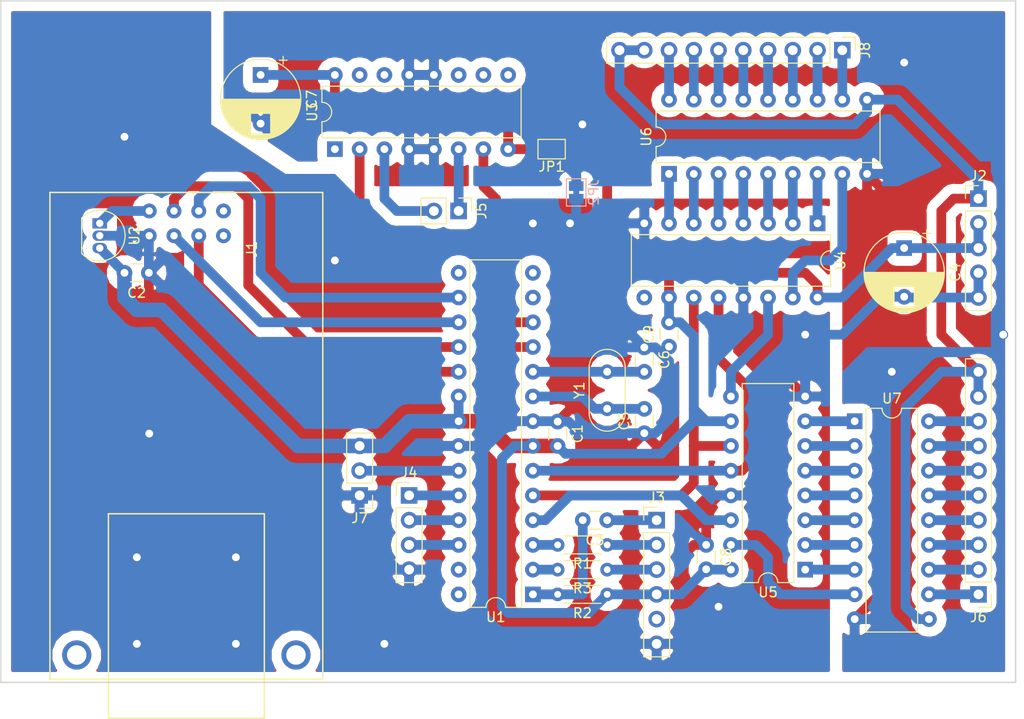
<source format=kicad_pcb>
(kicad_pcb (version 20171130) (host pcbnew 5.0.2-bee76a0~70~ubuntu16.04.1)

  (general
    (thickness 1.6)
    (drawings 4)
    (tracks 309)
    (zones 0)
    (modules 30)
    (nets 63)
  )

  (page A4)
  (layers
    (0 F.Cu signal)
    (31 B.Cu signal)
    (32 B.Adhes user)
    (33 F.Adhes user)
    (34 B.Paste user)
    (35 F.Paste user)
    (36 B.SilkS user)
    (37 F.SilkS user)
    (38 B.Mask user)
    (39 F.Mask user)
    (40 Dwgs.User user)
    (41 Cmts.User user)
    (42 Eco1.User user)
    (43 Eco2.User user)
    (44 Edge.Cuts user)
    (45 Margin user)
    (46 B.CrtYd user)
    (47 F.CrtYd user)
    (48 B.Fab user)
    (49 F.Fab user)
  )

  (setup
    (last_trace_width 1)
    (trace_clearance 0.3)
    (zone_clearance 1)
    (zone_45_only no)
    (trace_min 0.2)
    (segment_width 0.2)
    (edge_width 0.15)
    (via_size 0.8)
    (via_drill 0.4)
    (via_min_size 0.4)
    (via_min_drill 0.3)
    (uvia_size 0.3)
    (uvia_drill 0.1)
    (uvias_allowed no)
    (uvia_min_size 0.2)
    (uvia_min_drill 0.1)
    (pcb_text_width 0.3)
    (pcb_text_size 1.5 1.5)
    (mod_edge_width 0.15)
    (mod_text_size 1 1)
    (mod_text_width 0.15)
    (pad_size 1.524 1.524)
    (pad_drill 0.762)
    (pad_to_mask_clearance 0.051)
    (solder_mask_min_width 0.25)
    (aux_axis_origin 0 0)
    (visible_elements FFFFFF7F)
    (pcbplotparams
      (layerselection 0x010fc_ffffffff)
      (usegerberextensions false)
      (usegerberattributes false)
      (usegerberadvancedattributes false)
      (creategerberjobfile false)
      (excludeedgelayer true)
      (linewidth 0.100000)
      (plotframeref false)
      (viasonmask false)
      (mode 1)
      (useauxorigin false)
      (hpglpennumber 1)
      (hpglpenspeed 20)
      (hpglpendiameter 15.000000)
      (psnegative false)
      (psa4output false)
      (plotreference true)
      (plotvalue true)
      (plotinvisibletext false)
      (padsonsilk false)
      (subtractmaskfromsilk false)
      (outputformat 1)
      (mirror false)
      (drillshape 1)
      (scaleselection 1)
      (outputdirectory ""))
  )

  (net 0 "")
  (net 1 GNDD)
  (net 2 +5V)
  (net 3 RESET)
  (net 4 "Net-(C3-Pad2)")
  (net 5 "Net-(C5-Pad2)")
  (net 6 "Net-(C6-Pad2)")
  (net 7 VCC)
  (net 8 MOSI)
  (net 9 SCK)
  (net 10 SS)
  (net 11 MISO)
  (net 12 /3v3)
  (net 13 TX)
  (net 14 RX)
  (net 15 ENCODER_B)
  (net 16 ENCODER_A)
  (net 17 ENCODER_BUTTON)
  (net 18 "Net-(J5-Pad2)")
  (net 19 "Net-(J5-Pad1)")
  (net 20 +9V)
  (net 21 SERVO_SLIDER)
  (net 22 "Net-(J8-Pad1)")
  (net 23 "Net-(J8-Pad2)")
  (net 24 "Net-(J8-Pad3)")
  (net 25 "Net-(J8-Pad4)")
  (net 26 "Net-(J8-Pad5)")
  (net 27 "Net-(J8-Pad6)")
  (net 28 "Net-(J8-Pad7)")
  (net 29 "Net-(J8-Pad8)")
  (net 30 "Net-(R1-Pad2)")
  (net 31 "Net-(R3-Pad2)")
  (net 32 SRDATA)
  (net 33 SRCLOCK)
  (net 34 SRLATCH)
  (net 35 MOTOR_1)
  (net 36 MOTOR_2)
  (net 37 "Net-(U4-Pad1)")
  (net 38 "Net-(U4-Pad2)")
  (net 39 "Net-(U4-Pad3)")
  (net 40 "Net-(U4-Pad4)")
  (net 41 "Net-(U4-Pad5)")
  (net 42 "Net-(U4-Pad6)")
  (net 43 "Net-(U4-Pad7)")
  (net 44 "Net-(U4-Pad15)")
  (net 45 "Net-(U5-Pad15)")
  (net 46 "Net-(U5-Pad7)")
  (net 47 "Net-(U5-Pad6)")
  (net 48 "Net-(U5-Pad5)")
  (net 49 "Net-(U5-Pad4)")
  (net 50 "Net-(U5-Pad3)")
  (net 51 "Net-(U5-Pad2)")
  (net 52 "Net-(U5-Pad1)")
  (net 53 "Net-(J6-Pad8)")
  (net 54 "Net-(J6-Pad7)")
  (net 55 "Net-(J6-Pad6)")
  (net 56 "Net-(J6-Pad5)")
  (net 57 "Net-(J6-Pad4)")
  (net 58 "Net-(J6-Pad3)")
  (net 59 "Net-(J6-Pad2)")
  (net 60 "Net-(J6-Pad1)")
  (net 61 GNDPWR)
  (net 62 "Net-(U4-Pad14)")

  (net_class Default "This is the default net class."
    (clearance 0.3)
    (trace_width 1)
    (via_dia 0.8)
    (via_drill 0.4)
    (uvia_dia 0.3)
    (uvia_drill 0.1)
    (add_net +5V)
    (add_net +9V)
    (add_net /3v3)
    (add_net ENCODER_A)
    (add_net ENCODER_B)
    (add_net ENCODER_BUTTON)
    (add_net GNDD)
    (add_net GNDPWR)
    (add_net MISO)
    (add_net MOSI)
    (add_net MOTOR_1)
    (add_net MOTOR_2)
    (add_net "Net-(C3-Pad2)")
    (add_net "Net-(C5-Pad2)")
    (add_net "Net-(C6-Pad2)")
    (add_net "Net-(J5-Pad1)")
    (add_net "Net-(J5-Pad2)")
    (add_net "Net-(J6-Pad1)")
    (add_net "Net-(J6-Pad2)")
    (add_net "Net-(J6-Pad3)")
    (add_net "Net-(J6-Pad4)")
    (add_net "Net-(J6-Pad5)")
    (add_net "Net-(J6-Pad6)")
    (add_net "Net-(J6-Pad7)")
    (add_net "Net-(J6-Pad8)")
    (add_net "Net-(J8-Pad1)")
    (add_net "Net-(J8-Pad2)")
    (add_net "Net-(J8-Pad3)")
    (add_net "Net-(J8-Pad4)")
    (add_net "Net-(J8-Pad5)")
    (add_net "Net-(J8-Pad6)")
    (add_net "Net-(J8-Pad7)")
    (add_net "Net-(J8-Pad8)")
    (add_net "Net-(R1-Pad2)")
    (add_net "Net-(R3-Pad2)")
    (add_net "Net-(U4-Pad1)")
    (add_net "Net-(U4-Pad14)")
    (add_net "Net-(U4-Pad15)")
    (add_net "Net-(U4-Pad2)")
    (add_net "Net-(U4-Pad3)")
    (add_net "Net-(U4-Pad4)")
    (add_net "Net-(U4-Pad5)")
    (add_net "Net-(U4-Pad6)")
    (add_net "Net-(U4-Pad7)")
    (add_net "Net-(U5-Pad1)")
    (add_net "Net-(U5-Pad15)")
    (add_net "Net-(U5-Pad2)")
    (add_net "Net-(U5-Pad3)")
    (add_net "Net-(U5-Pad4)")
    (add_net "Net-(U5-Pad5)")
    (add_net "Net-(U5-Pad6)")
    (add_net "Net-(U5-Pad7)")
    (add_net RESET)
    (add_net RX)
    (add_net SCK)
    (add_net SERVO_SLIDER)
    (add_net SRCLOCK)
    (add_net SRDATA)
    (add_net SRLATCH)
    (add_net SS)
    (add_net TX)
    (add_net VCC)
  )

  (module Capacitor_THT:C_Disc_D3.0mm_W1.6mm_P2.50mm (layer F.Cu) (tedit 5AE50EF0) (tstamp 5CD1AC21)
    (at 69.85 55.92 270)
    (descr "C, Disc series, Radial, pin pitch=2.50mm, , diameter*width=3.0*1.6mm^2, Capacitor, http://www.vishay.com/docs/45233/krseries.pdf")
    (tags "C Disc series Radial pin pitch 2.50mm  diameter 3.0mm width 1.6mm Capacitor")
    (path /5CD25D56)
    (fp_text reference C1 (at 1.25 -2.05 270) (layer F.SilkS)
      (effects (font (size 1 1) (thickness 0.15)))
    )
    (fp_text value 100nF (at 1.25 2.05 270) (layer F.Fab)
      (effects (font (size 1 1) (thickness 0.15)))
    )
    (fp_line (start -0.25 -0.8) (end -0.25 0.8) (layer F.Fab) (width 0.1))
    (fp_line (start -0.25 0.8) (end 2.75 0.8) (layer F.Fab) (width 0.1))
    (fp_line (start 2.75 0.8) (end 2.75 -0.8) (layer F.Fab) (width 0.1))
    (fp_line (start 2.75 -0.8) (end -0.25 -0.8) (layer F.Fab) (width 0.1))
    (fp_line (start 0.621 -0.92) (end 1.879 -0.92) (layer F.SilkS) (width 0.12))
    (fp_line (start 0.621 0.92) (end 1.879 0.92) (layer F.SilkS) (width 0.12))
    (fp_line (start -1.05 -1.05) (end -1.05 1.05) (layer F.CrtYd) (width 0.05))
    (fp_line (start -1.05 1.05) (end 3.55 1.05) (layer F.CrtYd) (width 0.05))
    (fp_line (start 3.55 1.05) (end 3.55 -1.05) (layer F.CrtYd) (width 0.05))
    (fp_line (start 3.55 -1.05) (end -1.05 -1.05) (layer F.CrtYd) (width 0.05))
    (fp_text user %R (at 1.25 0 270) (layer F.Fab)
      (effects (font (size 0.6 0.6) (thickness 0.09)))
    )
    (pad 1 thru_hole circle (at 0 0 270) (size 1.6 1.6) (drill 0.8) (layers *.Cu *.Mask)
      (net 1 GNDD))
    (pad 2 thru_hole circle (at 2.5 0 270) (size 1.6 1.6) (drill 0.8) (layers *.Cu *.Mask)
      (net 2 +5V))
    (model ${KISYS3DMOD}/Capacitor_THT.3dshapes/C_Disc_D3.0mm_W1.6mm_P2.50mm.wrl
      (at (xyz 0 0 0))
      (scale (xyz 1 1 1))
      (rotate (xyz 0 0 0))
    )
  )

  (module Capacitor_THT:C_Disc_D3.0mm_W1.6mm_P2.50mm (layer F.Cu) (tedit 5AE50EF0) (tstamp 5CE3F180)
    (at 27.9 40.64 180)
    (descr "C, Disc series, Radial, pin pitch=2.50mm, , diameter*width=3.0*1.6mm^2, Capacitor, http://www.vishay.com/docs/45233/krseries.pdf")
    (tags "C Disc series Radial pin pitch 2.50mm  diameter 3.0mm width 1.6mm Capacitor")
    (path /5CD91735)
    (fp_text reference C2 (at 1.25 -2.05 180) (layer F.SilkS)
      (effects (font (size 1 1) (thickness 0.15)))
    )
    (fp_text value 100nF (at 1.25 2.05 180) (layer F.Fab)
      (effects (font (size 1 1) (thickness 0.15)))
    )
    (fp_text user %R (at 1.25 0 180) (layer F.Fab)
      (effects (font (size 0.6 0.6) (thickness 0.09)))
    )
    (fp_line (start 3.55 -1.05) (end -1.05 -1.05) (layer F.CrtYd) (width 0.05))
    (fp_line (start 3.55 1.05) (end 3.55 -1.05) (layer F.CrtYd) (width 0.05))
    (fp_line (start -1.05 1.05) (end 3.55 1.05) (layer F.CrtYd) (width 0.05))
    (fp_line (start -1.05 -1.05) (end -1.05 1.05) (layer F.CrtYd) (width 0.05))
    (fp_line (start 0.621 0.92) (end 1.879 0.92) (layer F.SilkS) (width 0.12))
    (fp_line (start 0.621 -0.92) (end 1.879 -0.92) (layer F.SilkS) (width 0.12))
    (fp_line (start 2.75 -0.8) (end -0.25 -0.8) (layer F.Fab) (width 0.1))
    (fp_line (start 2.75 0.8) (end 2.75 -0.8) (layer F.Fab) (width 0.1))
    (fp_line (start -0.25 0.8) (end 2.75 0.8) (layer F.Fab) (width 0.1))
    (fp_line (start -0.25 -0.8) (end -0.25 0.8) (layer F.Fab) (width 0.1))
    (pad 2 thru_hole circle (at 2.5 0 180) (size 1.6 1.6) (drill 0.8) (layers *.Cu *.Mask)
      (net 2 +5V))
    (pad 1 thru_hole circle (at 0 0 180) (size 1.6 1.6) (drill 0.8) (layers *.Cu *.Mask)
      (net 1 GNDD))
    (model ${KISYS3DMOD}/Capacitor_THT.3dshapes/C_Disc_D3.0mm_W1.6mm_P2.50mm.wrl
      (at (xyz 0 0 0))
      (scale (xyz 1 1 1))
      (rotate (xyz 0 0 0))
    )
  )

  (module Capacitor_THT:C_Disc_D3.0mm_W1.6mm_P2.50mm (layer F.Cu) (tedit 5AE50EF0) (tstamp 5CD1DAF4)
    (at 74.93 66.04 180)
    (descr "C, Disc series, Radial, pin pitch=2.50mm, , diameter*width=3.0*1.6mm^2, Capacitor, http://www.vishay.com/docs/45233/krseries.pdf")
    (tags "C Disc series Radial pin pitch 2.50mm  diameter 3.0mm width 1.6mm Capacitor")
    (path /5CD3F935)
    (fp_text reference C3 (at 1.25 -2.05 180) (layer F.SilkS)
      (effects (font (size 1 1) (thickness 0.15)))
    )
    (fp_text value 100nF (at 1.25 2.05 180) (layer F.Fab)
      (effects (font (size 1 1) (thickness 0.15)))
    )
    (fp_line (start -0.25 -0.8) (end -0.25 0.8) (layer F.Fab) (width 0.1))
    (fp_line (start -0.25 0.8) (end 2.75 0.8) (layer F.Fab) (width 0.1))
    (fp_line (start 2.75 0.8) (end 2.75 -0.8) (layer F.Fab) (width 0.1))
    (fp_line (start 2.75 -0.8) (end -0.25 -0.8) (layer F.Fab) (width 0.1))
    (fp_line (start 0.621 -0.92) (end 1.879 -0.92) (layer F.SilkS) (width 0.12))
    (fp_line (start 0.621 0.92) (end 1.879 0.92) (layer F.SilkS) (width 0.12))
    (fp_line (start -1.05 -1.05) (end -1.05 1.05) (layer F.CrtYd) (width 0.05))
    (fp_line (start -1.05 1.05) (end 3.55 1.05) (layer F.CrtYd) (width 0.05))
    (fp_line (start 3.55 1.05) (end 3.55 -1.05) (layer F.CrtYd) (width 0.05))
    (fp_line (start 3.55 -1.05) (end -1.05 -1.05) (layer F.CrtYd) (width 0.05))
    (fp_text user %R (at 1.25 0 180) (layer F.Fab)
      (effects (font (size 0.6 0.6) (thickness 0.09)))
    )
    (pad 1 thru_hole circle (at 0 0 180) (size 1.6 1.6) (drill 0.8) (layers *.Cu *.Mask)
      (net 3 RESET))
    (pad 2 thru_hole circle (at 2.5 0 180) (size 1.6 1.6) (drill 0.8) (layers *.Cu *.Mask)
      (net 4 "Net-(C3-Pad2)"))
    (model ${KISYS3DMOD}/Capacitor_THT.3dshapes/C_Disc_D3.0mm_W1.6mm_P2.50mm.wrl
      (at (xyz 0 0 0))
      (scale (xyz 1 1 1))
      (rotate (xyz 0 0 0))
    )
  )

  (module Capacitor_THT:CP_Radial_D8.0mm_P5.00mm (layer F.Cu) (tedit 5AE50EF0) (tstamp 5CE40C28)
    (at 105.41 38.1 270)
    (descr "CP, Radial series, Radial, pin pitch=5.00mm, , diameter=8mm, Electrolytic Capacitor")
    (tags "CP Radial series Radial pin pitch 5.00mm  diameter 8mm Electrolytic Capacitor")
    (path /5CD3C177)
    (fp_text reference C4 (at 2.5 -5.25 270) (layer F.SilkS)
      (effects (font (size 1 1) (thickness 0.15)))
    )
    (fp_text value 100uF (at 2.5 5.25 270) (layer F.Fab)
      (effects (font (size 1 1) (thickness 0.15)))
    )
    (fp_circle (center 2.5 0) (end 6.5 0) (layer F.Fab) (width 0.1))
    (fp_circle (center 2.5 0) (end 6.62 0) (layer F.SilkS) (width 0.12))
    (fp_circle (center 2.5 0) (end 6.75 0) (layer F.CrtYd) (width 0.05))
    (fp_line (start -0.926759 -1.7475) (end -0.126759 -1.7475) (layer F.Fab) (width 0.1))
    (fp_line (start -0.526759 -2.1475) (end -0.526759 -1.3475) (layer F.Fab) (width 0.1))
    (fp_line (start 2.5 -4.08) (end 2.5 4.08) (layer F.SilkS) (width 0.12))
    (fp_line (start 2.54 -4.08) (end 2.54 4.08) (layer F.SilkS) (width 0.12))
    (fp_line (start 2.58 -4.08) (end 2.58 4.08) (layer F.SilkS) (width 0.12))
    (fp_line (start 2.62 -4.079) (end 2.62 4.079) (layer F.SilkS) (width 0.12))
    (fp_line (start 2.66 -4.077) (end 2.66 4.077) (layer F.SilkS) (width 0.12))
    (fp_line (start 2.7 -4.076) (end 2.7 4.076) (layer F.SilkS) (width 0.12))
    (fp_line (start 2.74 -4.074) (end 2.74 4.074) (layer F.SilkS) (width 0.12))
    (fp_line (start 2.78 -4.071) (end 2.78 4.071) (layer F.SilkS) (width 0.12))
    (fp_line (start 2.82 -4.068) (end 2.82 4.068) (layer F.SilkS) (width 0.12))
    (fp_line (start 2.86 -4.065) (end 2.86 4.065) (layer F.SilkS) (width 0.12))
    (fp_line (start 2.9 -4.061) (end 2.9 4.061) (layer F.SilkS) (width 0.12))
    (fp_line (start 2.94 -4.057) (end 2.94 4.057) (layer F.SilkS) (width 0.12))
    (fp_line (start 2.98 -4.052) (end 2.98 4.052) (layer F.SilkS) (width 0.12))
    (fp_line (start 3.02 -4.048) (end 3.02 4.048) (layer F.SilkS) (width 0.12))
    (fp_line (start 3.06 -4.042) (end 3.06 4.042) (layer F.SilkS) (width 0.12))
    (fp_line (start 3.1 -4.037) (end 3.1 4.037) (layer F.SilkS) (width 0.12))
    (fp_line (start 3.14 -4.03) (end 3.14 4.03) (layer F.SilkS) (width 0.12))
    (fp_line (start 3.18 -4.024) (end 3.18 4.024) (layer F.SilkS) (width 0.12))
    (fp_line (start 3.221 -4.017) (end 3.221 4.017) (layer F.SilkS) (width 0.12))
    (fp_line (start 3.261 -4.01) (end 3.261 4.01) (layer F.SilkS) (width 0.12))
    (fp_line (start 3.301 -4.002) (end 3.301 4.002) (layer F.SilkS) (width 0.12))
    (fp_line (start 3.341 -3.994) (end 3.341 3.994) (layer F.SilkS) (width 0.12))
    (fp_line (start 3.381 -3.985) (end 3.381 3.985) (layer F.SilkS) (width 0.12))
    (fp_line (start 3.421 -3.976) (end 3.421 3.976) (layer F.SilkS) (width 0.12))
    (fp_line (start 3.461 -3.967) (end 3.461 3.967) (layer F.SilkS) (width 0.12))
    (fp_line (start 3.501 -3.957) (end 3.501 3.957) (layer F.SilkS) (width 0.12))
    (fp_line (start 3.541 -3.947) (end 3.541 3.947) (layer F.SilkS) (width 0.12))
    (fp_line (start 3.581 -3.936) (end 3.581 3.936) (layer F.SilkS) (width 0.12))
    (fp_line (start 3.621 -3.925) (end 3.621 3.925) (layer F.SilkS) (width 0.12))
    (fp_line (start 3.661 -3.914) (end 3.661 3.914) (layer F.SilkS) (width 0.12))
    (fp_line (start 3.701 -3.902) (end 3.701 3.902) (layer F.SilkS) (width 0.12))
    (fp_line (start 3.741 -3.889) (end 3.741 3.889) (layer F.SilkS) (width 0.12))
    (fp_line (start 3.781 -3.877) (end 3.781 3.877) (layer F.SilkS) (width 0.12))
    (fp_line (start 3.821 -3.863) (end 3.821 3.863) (layer F.SilkS) (width 0.12))
    (fp_line (start 3.861 -3.85) (end 3.861 3.85) (layer F.SilkS) (width 0.12))
    (fp_line (start 3.901 -3.835) (end 3.901 3.835) (layer F.SilkS) (width 0.12))
    (fp_line (start 3.941 -3.821) (end 3.941 3.821) (layer F.SilkS) (width 0.12))
    (fp_line (start 3.981 -3.805) (end 3.981 -1.04) (layer F.SilkS) (width 0.12))
    (fp_line (start 3.981 1.04) (end 3.981 3.805) (layer F.SilkS) (width 0.12))
    (fp_line (start 4.021 -3.79) (end 4.021 -1.04) (layer F.SilkS) (width 0.12))
    (fp_line (start 4.021 1.04) (end 4.021 3.79) (layer F.SilkS) (width 0.12))
    (fp_line (start 4.061 -3.774) (end 4.061 -1.04) (layer F.SilkS) (width 0.12))
    (fp_line (start 4.061 1.04) (end 4.061 3.774) (layer F.SilkS) (width 0.12))
    (fp_line (start 4.101 -3.757) (end 4.101 -1.04) (layer F.SilkS) (width 0.12))
    (fp_line (start 4.101 1.04) (end 4.101 3.757) (layer F.SilkS) (width 0.12))
    (fp_line (start 4.141 -3.74) (end 4.141 -1.04) (layer F.SilkS) (width 0.12))
    (fp_line (start 4.141 1.04) (end 4.141 3.74) (layer F.SilkS) (width 0.12))
    (fp_line (start 4.181 -3.722) (end 4.181 -1.04) (layer F.SilkS) (width 0.12))
    (fp_line (start 4.181 1.04) (end 4.181 3.722) (layer F.SilkS) (width 0.12))
    (fp_line (start 4.221 -3.704) (end 4.221 -1.04) (layer F.SilkS) (width 0.12))
    (fp_line (start 4.221 1.04) (end 4.221 3.704) (layer F.SilkS) (width 0.12))
    (fp_line (start 4.261 -3.686) (end 4.261 -1.04) (layer F.SilkS) (width 0.12))
    (fp_line (start 4.261 1.04) (end 4.261 3.686) (layer F.SilkS) (width 0.12))
    (fp_line (start 4.301 -3.666) (end 4.301 -1.04) (layer F.SilkS) (width 0.12))
    (fp_line (start 4.301 1.04) (end 4.301 3.666) (layer F.SilkS) (width 0.12))
    (fp_line (start 4.341 -3.647) (end 4.341 -1.04) (layer F.SilkS) (width 0.12))
    (fp_line (start 4.341 1.04) (end 4.341 3.647) (layer F.SilkS) (width 0.12))
    (fp_line (start 4.381 -3.627) (end 4.381 -1.04) (layer F.SilkS) (width 0.12))
    (fp_line (start 4.381 1.04) (end 4.381 3.627) (layer F.SilkS) (width 0.12))
    (fp_line (start 4.421 -3.606) (end 4.421 -1.04) (layer F.SilkS) (width 0.12))
    (fp_line (start 4.421 1.04) (end 4.421 3.606) (layer F.SilkS) (width 0.12))
    (fp_line (start 4.461 -3.584) (end 4.461 -1.04) (layer F.SilkS) (width 0.12))
    (fp_line (start 4.461 1.04) (end 4.461 3.584) (layer F.SilkS) (width 0.12))
    (fp_line (start 4.501 -3.562) (end 4.501 -1.04) (layer F.SilkS) (width 0.12))
    (fp_line (start 4.501 1.04) (end 4.501 3.562) (layer F.SilkS) (width 0.12))
    (fp_line (start 4.541 -3.54) (end 4.541 -1.04) (layer F.SilkS) (width 0.12))
    (fp_line (start 4.541 1.04) (end 4.541 3.54) (layer F.SilkS) (width 0.12))
    (fp_line (start 4.581 -3.517) (end 4.581 -1.04) (layer F.SilkS) (width 0.12))
    (fp_line (start 4.581 1.04) (end 4.581 3.517) (layer F.SilkS) (width 0.12))
    (fp_line (start 4.621 -3.493) (end 4.621 -1.04) (layer F.SilkS) (width 0.12))
    (fp_line (start 4.621 1.04) (end 4.621 3.493) (layer F.SilkS) (width 0.12))
    (fp_line (start 4.661 -3.469) (end 4.661 -1.04) (layer F.SilkS) (width 0.12))
    (fp_line (start 4.661 1.04) (end 4.661 3.469) (layer F.SilkS) (width 0.12))
    (fp_line (start 4.701 -3.444) (end 4.701 -1.04) (layer F.SilkS) (width 0.12))
    (fp_line (start 4.701 1.04) (end 4.701 3.444) (layer F.SilkS) (width 0.12))
    (fp_line (start 4.741 -3.418) (end 4.741 -1.04) (layer F.SilkS) (width 0.12))
    (fp_line (start 4.741 1.04) (end 4.741 3.418) (layer F.SilkS) (width 0.12))
    (fp_line (start 4.781 -3.392) (end 4.781 -1.04) (layer F.SilkS) (width 0.12))
    (fp_line (start 4.781 1.04) (end 4.781 3.392) (layer F.SilkS) (width 0.12))
    (fp_line (start 4.821 -3.365) (end 4.821 -1.04) (layer F.SilkS) (width 0.12))
    (fp_line (start 4.821 1.04) (end 4.821 3.365) (layer F.SilkS) (width 0.12))
    (fp_line (start 4.861 -3.338) (end 4.861 -1.04) (layer F.SilkS) (width 0.12))
    (fp_line (start 4.861 1.04) (end 4.861 3.338) (layer F.SilkS) (width 0.12))
    (fp_line (start 4.901 -3.309) (end 4.901 -1.04) (layer F.SilkS) (width 0.12))
    (fp_line (start 4.901 1.04) (end 4.901 3.309) (layer F.SilkS) (width 0.12))
    (fp_line (start 4.941 -3.28) (end 4.941 -1.04) (layer F.SilkS) (width 0.12))
    (fp_line (start 4.941 1.04) (end 4.941 3.28) (layer F.SilkS) (width 0.12))
    (fp_line (start 4.981 -3.25) (end 4.981 -1.04) (layer F.SilkS) (width 0.12))
    (fp_line (start 4.981 1.04) (end 4.981 3.25) (layer F.SilkS) (width 0.12))
    (fp_line (start 5.021 -3.22) (end 5.021 -1.04) (layer F.SilkS) (width 0.12))
    (fp_line (start 5.021 1.04) (end 5.021 3.22) (layer F.SilkS) (width 0.12))
    (fp_line (start 5.061 -3.189) (end 5.061 -1.04) (layer F.SilkS) (width 0.12))
    (fp_line (start 5.061 1.04) (end 5.061 3.189) (layer F.SilkS) (width 0.12))
    (fp_line (start 5.101 -3.156) (end 5.101 -1.04) (layer F.SilkS) (width 0.12))
    (fp_line (start 5.101 1.04) (end 5.101 3.156) (layer F.SilkS) (width 0.12))
    (fp_line (start 5.141 -3.124) (end 5.141 -1.04) (layer F.SilkS) (width 0.12))
    (fp_line (start 5.141 1.04) (end 5.141 3.124) (layer F.SilkS) (width 0.12))
    (fp_line (start 5.181 -3.09) (end 5.181 -1.04) (layer F.SilkS) (width 0.12))
    (fp_line (start 5.181 1.04) (end 5.181 3.09) (layer F.SilkS) (width 0.12))
    (fp_line (start 5.221 -3.055) (end 5.221 -1.04) (layer F.SilkS) (width 0.12))
    (fp_line (start 5.221 1.04) (end 5.221 3.055) (layer F.SilkS) (width 0.12))
    (fp_line (start 5.261 -3.019) (end 5.261 -1.04) (layer F.SilkS) (width 0.12))
    (fp_line (start 5.261 1.04) (end 5.261 3.019) (layer F.SilkS) (width 0.12))
    (fp_line (start 5.301 -2.983) (end 5.301 -1.04) (layer F.SilkS) (width 0.12))
    (fp_line (start 5.301 1.04) (end 5.301 2.983) (layer F.SilkS) (width 0.12))
    (fp_line (start 5.341 -2.945) (end 5.341 -1.04) (layer F.SilkS) (width 0.12))
    (fp_line (start 5.341 1.04) (end 5.341 2.945) (layer F.SilkS) (width 0.12))
    (fp_line (start 5.381 -2.907) (end 5.381 -1.04) (layer F.SilkS) (width 0.12))
    (fp_line (start 5.381 1.04) (end 5.381 2.907) (layer F.SilkS) (width 0.12))
    (fp_line (start 5.421 -2.867) (end 5.421 -1.04) (layer F.SilkS) (width 0.12))
    (fp_line (start 5.421 1.04) (end 5.421 2.867) (layer F.SilkS) (width 0.12))
    (fp_line (start 5.461 -2.826) (end 5.461 -1.04) (layer F.SilkS) (width 0.12))
    (fp_line (start 5.461 1.04) (end 5.461 2.826) (layer F.SilkS) (width 0.12))
    (fp_line (start 5.501 -2.784) (end 5.501 -1.04) (layer F.SilkS) (width 0.12))
    (fp_line (start 5.501 1.04) (end 5.501 2.784) (layer F.SilkS) (width 0.12))
    (fp_line (start 5.541 -2.741) (end 5.541 -1.04) (layer F.SilkS) (width 0.12))
    (fp_line (start 5.541 1.04) (end 5.541 2.741) (layer F.SilkS) (width 0.12))
    (fp_line (start 5.581 -2.697) (end 5.581 -1.04) (layer F.SilkS) (width 0.12))
    (fp_line (start 5.581 1.04) (end 5.581 2.697) (layer F.SilkS) (width 0.12))
    (fp_line (start 5.621 -2.651) (end 5.621 -1.04) (layer F.SilkS) (width 0.12))
    (fp_line (start 5.621 1.04) (end 5.621 2.651) (layer F.SilkS) (width 0.12))
    (fp_line (start 5.661 -2.604) (end 5.661 -1.04) (layer F.SilkS) (width 0.12))
    (fp_line (start 5.661 1.04) (end 5.661 2.604) (layer F.SilkS) (width 0.12))
    (fp_line (start 5.701 -2.556) (end 5.701 -1.04) (layer F.SilkS) (width 0.12))
    (fp_line (start 5.701 1.04) (end 5.701 2.556) (layer F.SilkS) (width 0.12))
    (fp_line (start 5.741 -2.505) (end 5.741 -1.04) (layer F.SilkS) (width 0.12))
    (fp_line (start 5.741 1.04) (end 5.741 2.505) (layer F.SilkS) (width 0.12))
    (fp_line (start 5.781 -2.454) (end 5.781 -1.04) (layer F.SilkS) (width 0.12))
    (fp_line (start 5.781 1.04) (end 5.781 2.454) (layer F.SilkS) (width 0.12))
    (fp_line (start 5.821 -2.4) (end 5.821 -1.04) (layer F.SilkS) (width 0.12))
    (fp_line (start 5.821 1.04) (end 5.821 2.4) (layer F.SilkS) (width 0.12))
    (fp_line (start 5.861 -2.345) (end 5.861 -1.04) (layer F.SilkS) (width 0.12))
    (fp_line (start 5.861 1.04) (end 5.861 2.345) (layer F.SilkS) (width 0.12))
    (fp_line (start 5.901 -2.287) (end 5.901 -1.04) (layer F.SilkS) (width 0.12))
    (fp_line (start 5.901 1.04) (end 5.901 2.287) (layer F.SilkS) (width 0.12))
    (fp_line (start 5.941 -2.228) (end 5.941 -1.04) (layer F.SilkS) (width 0.12))
    (fp_line (start 5.941 1.04) (end 5.941 2.228) (layer F.SilkS) (width 0.12))
    (fp_line (start 5.981 -2.166) (end 5.981 -1.04) (layer F.SilkS) (width 0.12))
    (fp_line (start 5.981 1.04) (end 5.981 2.166) (layer F.SilkS) (width 0.12))
    (fp_line (start 6.021 -2.102) (end 6.021 -1.04) (layer F.SilkS) (width 0.12))
    (fp_line (start 6.021 1.04) (end 6.021 2.102) (layer F.SilkS) (width 0.12))
    (fp_line (start 6.061 -2.034) (end 6.061 2.034) (layer F.SilkS) (width 0.12))
    (fp_line (start 6.101 -1.964) (end 6.101 1.964) (layer F.SilkS) (width 0.12))
    (fp_line (start 6.141 -1.89) (end 6.141 1.89) (layer F.SilkS) (width 0.12))
    (fp_line (start 6.181 -1.813) (end 6.181 1.813) (layer F.SilkS) (width 0.12))
    (fp_line (start 6.221 -1.731) (end 6.221 1.731) (layer F.SilkS) (width 0.12))
    (fp_line (start 6.261 -1.645) (end 6.261 1.645) (layer F.SilkS) (width 0.12))
    (fp_line (start 6.301 -1.552) (end 6.301 1.552) (layer F.SilkS) (width 0.12))
    (fp_line (start 6.341 -1.453) (end 6.341 1.453) (layer F.SilkS) (width 0.12))
    (fp_line (start 6.381 -1.346) (end 6.381 1.346) (layer F.SilkS) (width 0.12))
    (fp_line (start 6.421 -1.229) (end 6.421 1.229) (layer F.SilkS) (width 0.12))
    (fp_line (start 6.461 -1.098) (end 6.461 1.098) (layer F.SilkS) (width 0.12))
    (fp_line (start 6.501 -0.948) (end 6.501 0.948) (layer F.SilkS) (width 0.12))
    (fp_line (start 6.541 -0.768) (end 6.541 0.768) (layer F.SilkS) (width 0.12))
    (fp_line (start 6.581 -0.533) (end 6.581 0.533) (layer F.SilkS) (width 0.12))
    (fp_line (start -1.909698 -2.315) (end -1.109698 -2.315) (layer F.SilkS) (width 0.12))
    (fp_line (start -1.509698 -2.715) (end -1.509698 -1.915) (layer F.SilkS) (width 0.12))
    (fp_text user %R (at 2.5 0 270) (layer F.Fab)
      (effects (font (size 1 1) (thickness 0.15)))
    )
    (pad 1 thru_hole rect (at 0 0 270) (size 1.6 1.6) (drill 0.8) (layers *.Cu *.Mask)
      (net 2 +5V))
    (pad 2 thru_hole circle (at 5 0 270) (size 1.6 1.6) (drill 0.8) (layers *.Cu *.Mask)
      (net 1 GNDD))
    (model ${KISYS3DMOD}/Capacitor_THT.3dshapes/CP_Radial_D8.0mm_P5.00mm.wrl
      (at (xyz 0 0 0))
      (scale (xyz 1 1 1))
      (rotate (xyz 0 0 0))
    )
  )

  (module Capacitor_THT:C_Disc_D3.0mm_W1.6mm_P2.50mm (layer F.Cu) (tedit 5AE50EF0) (tstamp 5CD1DE2A)
    (at 78.74 57.11 90)
    (descr "C, Disc series, Radial, pin pitch=2.50mm, , diameter*width=3.0*1.6mm^2, Capacitor, http://www.vishay.com/docs/45233/krseries.pdf")
    (tags "C Disc series Radial pin pitch 2.50mm  diameter 3.0mm width 1.6mm Capacitor")
    (path /5CD16AB1)
    (fp_text reference C5 (at 1.25 -2.05 90) (layer F.SilkS)
      (effects (font (size 1 1) (thickness 0.15)))
    )
    (fp_text value 22p (at 1.25 2.05 90) (layer F.Fab)
      (effects (font (size 1 1) (thickness 0.15)))
    )
    (fp_line (start -0.25 -0.8) (end -0.25 0.8) (layer F.Fab) (width 0.1))
    (fp_line (start -0.25 0.8) (end 2.75 0.8) (layer F.Fab) (width 0.1))
    (fp_line (start 2.75 0.8) (end 2.75 -0.8) (layer F.Fab) (width 0.1))
    (fp_line (start 2.75 -0.8) (end -0.25 -0.8) (layer F.Fab) (width 0.1))
    (fp_line (start 0.621 -0.92) (end 1.879 -0.92) (layer F.SilkS) (width 0.12))
    (fp_line (start 0.621 0.92) (end 1.879 0.92) (layer F.SilkS) (width 0.12))
    (fp_line (start -1.05 -1.05) (end -1.05 1.05) (layer F.CrtYd) (width 0.05))
    (fp_line (start -1.05 1.05) (end 3.55 1.05) (layer F.CrtYd) (width 0.05))
    (fp_line (start 3.55 1.05) (end 3.55 -1.05) (layer F.CrtYd) (width 0.05))
    (fp_line (start 3.55 -1.05) (end -1.05 -1.05) (layer F.CrtYd) (width 0.05))
    (fp_text user %R (at 1.25 0 90) (layer F.Fab)
      (effects (font (size 0.6 0.6) (thickness 0.09)))
    )
    (pad 1 thru_hole circle (at 0 0 90) (size 1.6 1.6) (drill 0.8) (layers *.Cu *.Mask)
      (net 1 GNDD))
    (pad 2 thru_hole circle (at 2.5 0 90) (size 1.6 1.6) (drill 0.8) (layers *.Cu *.Mask)
      (net 5 "Net-(C5-Pad2)"))
    (model ${KISYS3DMOD}/Capacitor_THT.3dshapes/C_Disc_D3.0mm_W1.6mm_P2.50mm.wrl
      (at (xyz 0 0 0))
      (scale (xyz 1 1 1))
      (rotate (xyz 0 0 0))
    )
  )

  (module Capacitor_THT:C_Disc_D3.0mm_W1.6mm_P2.50mm (layer F.Cu) (tedit 5AE50EF0) (tstamp 5CD1AD0E)
    (at 78.74 48.3 270)
    (descr "C, Disc series, Radial, pin pitch=2.50mm, , diameter*width=3.0*1.6mm^2, Capacitor, http://www.vishay.com/docs/45233/krseries.pdf")
    (tags "C Disc series Radial pin pitch 2.50mm  diameter 3.0mm width 1.6mm Capacitor")
    (path /5CD16B2E)
    (fp_text reference C6 (at 1.25 -2.05 270) (layer F.SilkS)
      (effects (font (size 1 1) (thickness 0.15)))
    )
    (fp_text value 22p (at 1.25 2.05 270) (layer F.Fab)
      (effects (font (size 1 1) (thickness 0.15)))
    )
    (fp_text user %R (at 1.25 0 270) (layer F.Fab)
      (effects (font (size 0.6 0.6) (thickness 0.09)))
    )
    (fp_line (start 3.55 -1.05) (end -1.05 -1.05) (layer F.CrtYd) (width 0.05))
    (fp_line (start 3.55 1.05) (end 3.55 -1.05) (layer F.CrtYd) (width 0.05))
    (fp_line (start -1.05 1.05) (end 3.55 1.05) (layer F.CrtYd) (width 0.05))
    (fp_line (start -1.05 -1.05) (end -1.05 1.05) (layer F.CrtYd) (width 0.05))
    (fp_line (start 0.621 0.92) (end 1.879 0.92) (layer F.SilkS) (width 0.12))
    (fp_line (start 0.621 -0.92) (end 1.879 -0.92) (layer F.SilkS) (width 0.12))
    (fp_line (start 2.75 -0.8) (end -0.25 -0.8) (layer F.Fab) (width 0.1))
    (fp_line (start 2.75 0.8) (end 2.75 -0.8) (layer F.Fab) (width 0.1))
    (fp_line (start -0.25 0.8) (end 2.75 0.8) (layer F.Fab) (width 0.1))
    (fp_line (start -0.25 -0.8) (end -0.25 0.8) (layer F.Fab) (width 0.1))
    (pad 2 thru_hole circle (at 2.5 0 270) (size 1.6 1.6) (drill 0.8) (layers *.Cu *.Mask)
      (net 6 "Net-(C6-Pad2)"))
    (pad 1 thru_hole circle (at 0 0 270) (size 1.6 1.6) (drill 0.8) (layers *.Cu *.Mask)
      (net 1 GNDD))
    (model ${KISYS3DMOD}/Capacitor_THT.3dshapes/C_Disc_D3.0mm_W1.6mm_P2.50mm.wrl
      (at (xyz 0 0 0))
      (scale (xyz 1 1 1))
      (rotate (xyz 0 0 0))
    )
  )

  (module Capacitor_THT:CP_Radial_D8.0mm_P5.00mm (layer F.Cu) (tedit 5AE50EF0) (tstamp 5CD1A962)
    (at 39.37 20.32 270)
    (descr "CP, Radial series, Radial, pin pitch=5.00mm, , diameter=8mm, Electrolytic Capacitor")
    (tags "CP Radial series Radial pin pitch 5.00mm  diameter 8mm Electrolytic Capacitor")
    (path /5CDA1999)
    (fp_text reference C7 (at 2.5 -5.25 270) (layer F.SilkS)
      (effects (font (size 1 1) (thickness 0.15)))
    )
    (fp_text value 470uF (at 2.5 5.25 270) (layer F.Fab)
      (effects (font (size 1 1) (thickness 0.15)))
    )
    (fp_text user %R (at 2.5 0 270) (layer F.Fab)
      (effects (font (size 1 1) (thickness 0.15)))
    )
    (fp_line (start -1.509698 -2.715) (end -1.509698 -1.915) (layer F.SilkS) (width 0.12))
    (fp_line (start -1.909698 -2.315) (end -1.109698 -2.315) (layer F.SilkS) (width 0.12))
    (fp_line (start 6.581 -0.533) (end 6.581 0.533) (layer F.SilkS) (width 0.12))
    (fp_line (start 6.541 -0.768) (end 6.541 0.768) (layer F.SilkS) (width 0.12))
    (fp_line (start 6.501 -0.948) (end 6.501 0.948) (layer F.SilkS) (width 0.12))
    (fp_line (start 6.461 -1.098) (end 6.461 1.098) (layer F.SilkS) (width 0.12))
    (fp_line (start 6.421 -1.229) (end 6.421 1.229) (layer F.SilkS) (width 0.12))
    (fp_line (start 6.381 -1.346) (end 6.381 1.346) (layer F.SilkS) (width 0.12))
    (fp_line (start 6.341 -1.453) (end 6.341 1.453) (layer F.SilkS) (width 0.12))
    (fp_line (start 6.301 -1.552) (end 6.301 1.552) (layer F.SilkS) (width 0.12))
    (fp_line (start 6.261 -1.645) (end 6.261 1.645) (layer F.SilkS) (width 0.12))
    (fp_line (start 6.221 -1.731) (end 6.221 1.731) (layer F.SilkS) (width 0.12))
    (fp_line (start 6.181 -1.813) (end 6.181 1.813) (layer F.SilkS) (width 0.12))
    (fp_line (start 6.141 -1.89) (end 6.141 1.89) (layer F.SilkS) (width 0.12))
    (fp_line (start 6.101 -1.964) (end 6.101 1.964) (layer F.SilkS) (width 0.12))
    (fp_line (start 6.061 -2.034) (end 6.061 2.034) (layer F.SilkS) (width 0.12))
    (fp_line (start 6.021 1.04) (end 6.021 2.102) (layer F.SilkS) (width 0.12))
    (fp_line (start 6.021 -2.102) (end 6.021 -1.04) (layer F.SilkS) (width 0.12))
    (fp_line (start 5.981 1.04) (end 5.981 2.166) (layer F.SilkS) (width 0.12))
    (fp_line (start 5.981 -2.166) (end 5.981 -1.04) (layer F.SilkS) (width 0.12))
    (fp_line (start 5.941 1.04) (end 5.941 2.228) (layer F.SilkS) (width 0.12))
    (fp_line (start 5.941 -2.228) (end 5.941 -1.04) (layer F.SilkS) (width 0.12))
    (fp_line (start 5.901 1.04) (end 5.901 2.287) (layer F.SilkS) (width 0.12))
    (fp_line (start 5.901 -2.287) (end 5.901 -1.04) (layer F.SilkS) (width 0.12))
    (fp_line (start 5.861 1.04) (end 5.861 2.345) (layer F.SilkS) (width 0.12))
    (fp_line (start 5.861 -2.345) (end 5.861 -1.04) (layer F.SilkS) (width 0.12))
    (fp_line (start 5.821 1.04) (end 5.821 2.4) (layer F.SilkS) (width 0.12))
    (fp_line (start 5.821 -2.4) (end 5.821 -1.04) (layer F.SilkS) (width 0.12))
    (fp_line (start 5.781 1.04) (end 5.781 2.454) (layer F.SilkS) (width 0.12))
    (fp_line (start 5.781 -2.454) (end 5.781 -1.04) (layer F.SilkS) (width 0.12))
    (fp_line (start 5.741 1.04) (end 5.741 2.505) (layer F.SilkS) (width 0.12))
    (fp_line (start 5.741 -2.505) (end 5.741 -1.04) (layer F.SilkS) (width 0.12))
    (fp_line (start 5.701 1.04) (end 5.701 2.556) (layer F.SilkS) (width 0.12))
    (fp_line (start 5.701 -2.556) (end 5.701 -1.04) (layer F.SilkS) (width 0.12))
    (fp_line (start 5.661 1.04) (end 5.661 2.604) (layer F.SilkS) (width 0.12))
    (fp_line (start 5.661 -2.604) (end 5.661 -1.04) (layer F.SilkS) (width 0.12))
    (fp_line (start 5.621 1.04) (end 5.621 2.651) (layer F.SilkS) (width 0.12))
    (fp_line (start 5.621 -2.651) (end 5.621 -1.04) (layer F.SilkS) (width 0.12))
    (fp_line (start 5.581 1.04) (end 5.581 2.697) (layer F.SilkS) (width 0.12))
    (fp_line (start 5.581 -2.697) (end 5.581 -1.04) (layer F.SilkS) (width 0.12))
    (fp_line (start 5.541 1.04) (end 5.541 2.741) (layer F.SilkS) (width 0.12))
    (fp_line (start 5.541 -2.741) (end 5.541 -1.04) (layer F.SilkS) (width 0.12))
    (fp_line (start 5.501 1.04) (end 5.501 2.784) (layer F.SilkS) (width 0.12))
    (fp_line (start 5.501 -2.784) (end 5.501 -1.04) (layer F.SilkS) (width 0.12))
    (fp_line (start 5.461 1.04) (end 5.461 2.826) (layer F.SilkS) (width 0.12))
    (fp_line (start 5.461 -2.826) (end 5.461 -1.04) (layer F.SilkS) (width 0.12))
    (fp_line (start 5.421 1.04) (end 5.421 2.867) (layer F.SilkS) (width 0.12))
    (fp_line (start 5.421 -2.867) (end 5.421 -1.04) (layer F.SilkS) (width 0.12))
    (fp_line (start 5.381 1.04) (end 5.381 2.907) (layer F.SilkS) (width 0.12))
    (fp_line (start 5.381 -2.907) (end 5.381 -1.04) (layer F.SilkS) (width 0.12))
    (fp_line (start 5.341 1.04) (end 5.341 2.945) (layer F.SilkS) (width 0.12))
    (fp_line (start 5.341 -2.945) (end 5.341 -1.04) (layer F.SilkS) (width 0.12))
    (fp_line (start 5.301 1.04) (end 5.301 2.983) (layer F.SilkS) (width 0.12))
    (fp_line (start 5.301 -2.983) (end 5.301 -1.04) (layer F.SilkS) (width 0.12))
    (fp_line (start 5.261 1.04) (end 5.261 3.019) (layer F.SilkS) (width 0.12))
    (fp_line (start 5.261 -3.019) (end 5.261 -1.04) (layer F.SilkS) (width 0.12))
    (fp_line (start 5.221 1.04) (end 5.221 3.055) (layer F.SilkS) (width 0.12))
    (fp_line (start 5.221 -3.055) (end 5.221 -1.04) (layer F.SilkS) (width 0.12))
    (fp_line (start 5.181 1.04) (end 5.181 3.09) (layer F.SilkS) (width 0.12))
    (fp_line (start 5.181 -3.09) (end 5.181 -1.04) (layer F.SilkS) (width 0.12))
    (fp_line (start 5.141 1.04) (end 5.141 3.124) (layer F.SilkS) (width 0.12))
    (fp_line (start 5.141 -3.124) (end 5.141 -1.04) (layer F.SilkS) (width 0.12))
    (fp_line (start 5.101 1.04) (end 5.101 3.156) (layer F.SilkS) (width 0.12))
    (fp_line (start 5.101 -3.156) (end 5.101 -1.04) (layer F.SilkS) (width 0.12))
    (fp_line (start 5.061 1.04) (end 5.061 3.189) (layer F.SilkS) (width 0.12))
    (fp_line (start 5.061 -3.189) (end 5.061 -1.04) (layer F.SilkS) (width 0.12))
    (fp_line (start 5.021 1.04) (end 5.021 3.22) (layer F.SilkS) (width 0.12))
    (fp_line (start 5.021 -3.22) (end 5.021 -1.04) (layer F.SilkS) (width 0.12))
    (fp_line (start 4.981 1.04) (end 4.981 3.25) (layer F.SilkS) (width 0.12))
    (fp_line (start 4.981 -3.25) (end 4.981 -1.04) (layer F.SilkS) (width 0.12))
    (fp_line (start 4.941 1.04) (end 4.941 3.28) (layer F.SilkS) (width 0.12))
    (fp_line (start 4.941 -3.28) (end 4.941 -1.04) (layer F.SilkS) (width 0.12))
    (fp_line (start 4.901 1.04) (end 4.901 3.309) (layer F.SilkS) (width 0.12))
    (fp_line (start 4.901 -3.309) (end 4.901 -1.04) (layer F.SilkS) (width 0.12))
    (fp_line (start 4.861 1.04) (end 4.861 3.338) (layer F.SilkS) (width 0.12))
    (fp_line (start 4.861 -3.338) (end 4.861 -1.04) (layer F.SilkS) (width 0.12))
    (fp_line (start 4.821 1.04) (end 4.821 3.365) (layer F.SilkS) (width 0.12))
    (fp_line (start 4.821 -3.365) (end 4.821 -1.04) (layer F.SilkS) (width 0.12))
    (fp_line (start 4.781 1.04) (end 4.781 3.392) (layer F.SilkS) (width 0.12))
    (fp_line (start 4.781 -3.392) (end 4.781 -1.04) (layer F.SilkS) (width 0.12))
    (fp_line (start 4.741 1.04) (end 4.741 3.418) (layer F.SilkS) (width 0.12))
    (fp_line (start 4.741 -3.418) (end 4.741 -1.04) (layer F.SilkS) (width 0.12))
    (fp_line (start 4.701 1.04) (end 4.701 3.444) (layer F.SilkS) (width 0.12))
    (fp_line (start 4.701 -3.444) (end 4.701 -1.04) (layer F.SilkS) (width 0.12))
    (fp_line (start 4.661 1.04) (end 4.661 3.469) (layer F.SilkS) (width 0.12))
    (fp_line (start 4.661 -3.469) (end 4.661 -1.04) (layer F.SilkS) (width 0.12))
    (fp_line (start 4.621 1.04) (end 4.621 3.493) (layer F.SilkS) (width 0.12))
    (fp_line (start 4.621 -3.493) (end 4.621 -1.04) (layer F.SilkS) (width 0.12))
    (fp_line (start 4.581 1.04) (end 4.581 3.517) (layer F.SilkS) (width 0.12))
    (fp_line (start 4.581 -3.517) (end 4.581 -1.04) (layer F.SilkS) (width 0.12))
    (fp_line (start 4.541 1.04) (end 4.541 3.54) (layer F.SilkS) (width 0.12))
    (fp_line (start 4.541 -3.54) (end 4.541 -1.04) (layer F.SilkS) (width 0.12))
    (fp_line (start 4.501 1.04) (end 4.501 3.562) (layer F.SilkS) (width 0.12))
    (fp_line (start 4.501 -3.562) (end 4.501 -1.04) (layer F.SilkS) (width 0.12))
    (fp_line (start 4.461 1.04) (end 4.461 3.584) (layer F.SilkS) (width 0.12))
    (fp_line (start 4.461 -3.584) (end 4.461 -1.04) (layer F.SilkS) (width 0.12))
    (fp_line (start 4.421 1.04) (end 4.421 3.606) (layer F.SilkS) (width 0.12))
    (fp_line (start 4.421 -3.606) (end 4.421 -1.04) (layer F.SilkS) (width 0.12))
    (fp_line (start 4.381 1.04) (end 4.381 3.627) (layer F.SilkS) (width 0.12))
    (fp_line (start 4.381 -3.627) (end 4.381 -1.04) (layer F.SilkS) (width 0.12))
    (fp_line (start 4.341 1.04) (end 4.341 3.647) (layer F.SilkS) (width 0.12))
    (fp_line (start 4.341 -3.647) (end 4.341 -1.04) (layer F.SilkS) (width 0.12))
    (fp_line (start 4.301 1.04) (end 4.301 3.666) (layer F.SilkS) (width 0.12))
    (fp_line (start 4.301 -3.666) (end 4.301 -1.04) (layer F.SilkS) (width 0.12))
    (fp_line (start 4.261 1.04) (end 4.261 3.686) (layer F.SilkS) (width 0.12))
    (fp_line (start 4.261 -3.686) (end 4.261 -1.04) (layer F.SilkS) (width 0.12))
    (fp_line (start 4.221 1.04) (end 4.221 3.704) (layer F.SilkS) (width 0.12))
    (fp_line (start 4.221 -3.704) (end 4.221 -1.04) (layer F.SilkS) (width 0.12))
    (fp_line (start 4.181 1.04) (end 4.181 3.722) (layer F.SilkS) (width 0.12))
    (fp_line (start 4.181 -3.722) (end 4.181 -1.04) (layer F.SilkS) (width 0.12))
    (fp_line (start 4.141 1.04) (end 4.141 3.74) (layer F.SilkS) (width 0.12))
    (fp_line (start 4.141 -3.74) (end 4.141 -1.04) (layer F.SilkS) (width 0.12))
    (fp_line (start 4.101 1.04) (end 4.101 3.757) (layer F.SilkS) (width 0.12))
    (fp_line (start 4.101 -3.757) (end 4.101 -1.04) (layer F.SilkS) (width 0.12))
    (fp_line (start 4.061 1.04) (end 4.061 3.774) (layer F.SilkS) (width 0.12))
    (fp_line (start 4.061 -3.774) (end 4.061 -1.04) (layer F.SilkS) (width 0.12))
    (fp_line (start 4.021 1.04) (end 4.021 3.79) (layer F.SilkS) (width 0.12))
    (fp_line (start 4.021 -3.79) (end 4.021 -1.04) (layer F.SilkS) (width 0.12))
    (fp_line (start 3.981 1.04) (end 3.981 3.805) (layer F.SilkS) (width 0.12))
    (fp_line (start 3.981 -3.805) (end 3.981 -1.04) (layer F.SilkS) (width 0.12))
    (fp_line (start 3.941 -3.821) (end 3.941 3.821) (layer F.SilkS) (width 0.12))
    (fp_line (start 3.901 -3.835) (end 3.901 3.835) (layer F.SilkS) (width 0.12))
    (fp_line (start 3.861 -3.85) (end 3.861 3.85) (layer F.SilkS) (width 0.12))
    (fp_line (start 3.821 -3.863) (end 3.821 3.863) (layer F.SilkS) (width 0.12))
    (fp_line (start 3.781 -3.877) (end 3.781 3.877) (layer F.SilkS) (width 0.12))
    (fp_line (start 3.741 -3.889) (end 3.741 3.889) (layer F.SilkS) (width 0.12))
    (fp_line (start 3.701 -3.902) (end 3.701 3.902) (layer F.SilkS) (width 0.12))
    (fp_line (start 3.661 -3.914) (end 3.661 3.914) (layer F.SilkS) (width 0.12))
    (fp_line (start 3.621 -3.925) (end 3.621 3.925) (layer F.SilkS) (width 0.12))
    (fp_line (start 3.581 -3.936) (end 3.581 3.936) (layer F.SilkS) (width 0.12))
    (fp_line (start 3.541 -3.947) (end 3.541 3.947) (layer F.SilkS) (width 0.12))
    (fp_line (start 3.501 -3.957) (end 3.501 3.957) (layer F.SilkS) (width 0.12))
    (fp_line (start 3.461 -3.967) (end 3.461 3.967) (layer F.SilkS) (width 0.12))
    (fp_line (start 3.421 -3.976) (end 3.421 3.976) (layer F.SilkS) (width 0.12))
    (fp_line (start 3.381 -3.985) (end 3.381 3.985) (layer F.SilkS) (width 0.12))
    (fp_line (start 3.341 -3.994) (end 3.341 3.994) (layer F.SilkS) (width 0.12))
    (fp_line (start 3.301 -4.002) (end 3.301 4.002) (layer F.SilkS) (width 0.12))
    (fp_line (start 3.261 -4.01) (end 3.261 4.01) (layer F.SilkS) (width 0.12))
    (fp_line (start 3.221 -4.017) (end 3.221 4.017) (layer F.SilkS) (width 0.12))
    (fp_line (start 3.18 -4.024) (end 3.18 4.024) (layer F.SilkS) (width 0.12))
    (fp_line (start 3.14 -4.03) (end 3.14 4.03) (layer F.SilkS) (width 0.12))
    (fp_line (start 3.1 -4.037) (end 3.1 4.037) (layer F.SilkS) (width 0.12))
    (fp_line (start 3.06 -4.042) (end 3.06 4.042) (layer F.SilkS) (width 0.12))
    (fp_line (start 3.02 -4.048) (end 3.02 4.048) (layer F.SilkS) (width 0.12))
    (fp_line (start 2.98 -4.052) (end 2.98 4.052) (layer F.SilkS) (width 0.12))
    (fp_line (start 2.94 -4.057) (end 2.94 4.057) (layer F.SilkS) (width 0.12))
    (fp_line (start 2.9 -4.061) (end 2.9 4.061) (layer F.SilkS) (width 0.12))
    (fp_line (start 2.86 -4.065) (end 2.86 4.065) (layer F.SilkS) (width 0.12))
    (fp_line (start 2.82 -4.068) (end 2.82 4.068) (layer F.SilkS) (width 0.12))
    (fp_line (start 2.78 -4.071) (end 2.78 4.071) (layer F.SilkS) (width 0.12))
    (fp_line (start 2.74 -4.074) (end 2.74 4.074) (layer F.SilkS) (width 0.12))
    (fp_line (start 2.7 -4.076) (end 2.7 4.076) (layer F.SilkS) (width 0.12))
    (fp_line (start 2.66 -4.077) (end 2.66 4.077) (layer F.SilkS) (width 0.12))
    (fp_line (start 2.62 -4.079) (end 2.62 4.079) (layer F.SilkS) (width 0.12))
    (fp_line (start 2.58 -4.08) (end 2.58 4.08) (layer F.SilkS) (width 0.12))
    (fp_line (start 2.54 -4.08) (end 2.54 4.08) (layer F.SilkS) (width 0.12))
    (fp_line (start 2.5 -4.08) (end 2.5 4.08) (layer F.SilkS) (width 0.12))
    (fp_line (start -0.526759 -2.1475) (end -0.526759 -1.3475) (layer F.Fab) (width 0.1))
    (fp_line (start -0.926759 -1.7475) (end -0.126759 -1.7475) (layer F.Fab) (width 0.1))
    (fp_circle (center 2.5 0) (end 6.75 0) (layer F.CrtYd) (width 0.05))
    (fp_circle (center 2.5 0) (end 6.62 0) (layer F.SilkS) (width 0.12))
    (fp_circle (center 2.5 0) (end 6.5 0) (layer F.Fab) (width 0.1))
    (pad 2 thru_hole circle (at 5 0 270) (size 1.6 1.6) (drill 0.8) (layers *.Cu *.Mask)
      (net 61 GNDPWR))
    (pad 1 thru_hole rect (at 0 0 270) (size 1.6 1.6) (drill 0.8) (layers *.Cu *.Mask)
      (net 7 VCC))
    (model ${KISYS3DMOD}/Capacitor_THT.3dshapes/CP_Radial_D8.0mm_P5.00mm.wrl
      (at (xyz 0 0 0))
      (scale (xyz 1 1 1))
      (rotate (xyz 0 0 0))
    )
  )

  (module Capacitor_THT:C_Disc_D3.0mm_W1.6mm_P2.50mm (layer F.Cu) (tedit 5AE50EF0) (tstamp 5CE425C1)
    (at 85.09 68.58 270)
    (descr "C, Disc series, Radial, pin pitch=2.50mm, , diameter*width=3.0*1.6mm^2, Capacitor, http://www.vishay.com/docs/45233/krseries.pdf")
    (tags "C Disc series Radial pin pitch 2.50mm  diameter 3.0mm width 1.6mm Capacitor")
    (path /5CD250AE)
    (fp_text reference C8 (at 1.25 -2.05 270) (layer F.SilkS)
      (effects (font (size 1 1) (thickness 0.15)))
    )
    (fp_text value 100nF (at 1.25 2.05 270) (layer F.Fab)
      (effects (font (size 1 1) (thickness 0.15)))
    )
    (fp_text user %R (at 1.25 0 270) (layer F.Fab)
      (effects (font (size 0.6 0.6) (thickness 0.09)))
    )
    (fp_line (start 3.55 -1.05) (end -1.05 -1.05) (layer F.CrtYd) (width 0.05))
    (fp_line (start 3.55 1.05) (end 3.55 -1.05) (layer F.CrtYd) (width 0.05))
    (fp_line (start -1.05 1.05) (end 3.55 1.05) (layer F.CrtYd) (width 0.05))
    (fp_line (start -1.05 -1.05) (end -1.05 1.05) (layer F.CrtYd) (width 0.05))
    (fp_line (start 0.621 0.92) (end 1.879 0.92) (layer F.SilkS) (width 0.12))
    (fp_line (start 0.621 -0.92) (end 1.879 -0.92) (layer F.SilkS) (width 0.12))
    (fp_line (start 2.75 -0.8) (end -0.25 -0.8) (layer F.Fab) (width 0.1))
    (fp_line (start 2.75 0.8) (end 2.75 -0.8) (layer F.Fab) (width 0.1))
    (fp_line (start -0.25 0.8) (end 2.75 0.8) (layer F.Fab) (width 0.1))
    (fp_line (start -0.25 -0.8) (end -0.25 0.8) (layer F.Fab) (width 0.1))
    (pad 2 thru_hole circle (at 2.5 0 270) (size 1.6 1.6) (drill 0.8) (layers *.Cu *.Mask)
      (net 2 +5V))
    (pad 1 thru_hole circle (at 0 0 270) (size 1.6 1.6) (drill 0.8) (layers *.Cu *.Mask)
      (net 1 GNDD))
    (model ${KISYS3DMOD}/Capacitor_THT.3dshapes/C_Disc_D3.0mm_W1.6mm_P2.50mm.wrl
      (at (xyz 0 0 0))
      (scale (xyz 1 1 1))
      (rotate (xyz 0 0 0))
    )
  )

  (module Capacitor_THT:C_Disc_D3.0mm_W1.6mm_P2.50mm (layer F.Cu) (tedit 5AE50EF0) (tstamp 5CE426C6)
    (at 81.28 48.22 90)
    (descr "C, Disc series, Radial, pin pitch=2.50mm, , diameter*width=3.0*1.6mm^2, Capacitor, http://www.vishay.com/docs/45233/krseries.pdf")
    (tags "C Disc series Radial pin pitch 2.50mm  diameter 3.0mm width 1.6mm Capacitor")
    (path /5CD239F2)
    (fp_text reference C9 (at 1.25 -2.05 90) (layer F.SilkS)
      (effects (font (size 1 1) (thickness 0.15)))
    )
    (fp_text value 100nF (at 1.25 2.05 90) (layer F.Fab)
      (effects (font (size 1 1) (thickness 0.15)))
    )
    (fp_line (start -0.25 -0.8) (end -0.25 0.8) (layer F.Fab) (width 0.1))
    (fp_line (start -0.25 0.8) (end 2.75 0.8) (layer F.Fab) (width 0.1))
    (fp_line (start 2.75 0.8) (end 2.75 -0.8) (layer F.Fab) (width 0.1))
    (fp_line (start 2.75 -0.8) (end -0.25 -0.8) (layer F.Fab) (width 0.1))
    (fp_line (start 0.621 -0.92) (end 1.879 -0.92) (layer F.SilkS) (width 0.12))
    (fp_line (start 0.621 0.92) (end 1.879 0.92) (layer F.SilkS) (width 0.12))
    (fp_line (start -1.05 -1.05) (end -1.05 1.05) (layer F.CrtYd) (width 0.05))
    (fp_line (start -1.05 1.05) (end 3.55 1.05) (layer F.CrtYd) (width 0.05))
    (fp_line (start 3.55 1.05) (end 3.55 -1.05) (layer F.CrtYd) (width 0.05))
    (fp_line (start 3.55 -1.05) (end -1.05 -1.05) (layer F.CrtYd) (width 0.05))
    (fp_text user %R (at 1.25 0 90) (layer F.Fab)
      (effects (font (size 0.6 0.6) (thickness 0.09)))
    )
    (pad 1 thru_hole circle (at 0 0 90) (size 1.6 1.6) (drill 0.8) (layers *.Cu *.Mask)
      (net 1 GNDD))
    (pad 2 thru_hole circle (at 2.5 0 90) (size 1.6 1.6) (drill 0.8) (layers *.Cu *.Mask)
      (net 2 +5V))
    (model ${KISYS3DMOD}/Capacitor_THT.3dshapes/C_Disc_D3.0mm_W1.6mm_P2.50mm.wrl
      (at (xyz 0 0 0))
      (scale (xyz 1 1 1))
      (rotate (xyz 0 0 0))
    )
  )

  (module Connector_PinHeader_2.54mm:PinHeader_1x06_P2.54mm_Vertical (layer F.Cu) (tedit 59FED5CC) (tstamp 5CD1D96C)
    (at 80.01 66.04)
    (descr "Through hole straight pin header, 1x06, 2.54mm pitch, single row")
    (tags "Through hole pin header THT 1x06 2.54mm single row")
    (path /5CD43722)
    (fp_text reference J3 (at 0 -2.33) (layer F.SilkS)
      (effects (font (size 1 1) (thickness 0.15)))
    )
    (fp_text value Serial (at 0 15.03) (layer F.Fab)
      (effects (font (size 1 1) (thickness 0.15)))
    )
    (fp_line (start -0.635 -1.27) (end 1.27 -1.27) (layer F.Fab) (width 0.1))
    (fp_line (start 1.27 -1.27) (end 1.27 13.97) (layer F.Fab) (width 0.1))
    (fp_line (start 1.27 13.97) (end -1.27 13.97) (layer F.Fab) (width 0.1))
    (fp_line (start -1.27 13.97) (end -1.27 -0.635) (layer F.Fab) (width 0.1))
    (fp_line (start -1.27 -0.635) (end -0.635 -1.27) (layer F.Fab) (width 0.1))
    (fp_line (start -1.33 14.03) (end 1.33 14.03) (layer F.SilkS) (width 0.12))
    (fp_line (start -1.33 1.27) (end -1.33 14.03) (layer F.SilkS) (width 0.12))
    (fp_line (start 1.33 1.27) (end 1.33 14.03) (layer F.SilkS) (width 0.12))
    (fp_line (start -1.33 1.27) (end 1.33 1.27) (layer F.SilkS) (width 0.12))
    (fp_line (start -1.33 0) (end -1.33 -1.33) (layer F.SilkS) (width 0.12))
    (fp_line (start -1.33 -1.33) (end 0 -1.33) (layer F.SilkS) (width 0.12))
    (fp_line (start -1.8 -1.8) (end -1.8 14.5) (layer F.CrtYd) (width 0.05))
    (fp_line (start -1.8 14.5) (end 1.8 14.5) (layer F.CrtYd) (width 0.05))
    (fp_line (start 1.8 14.5) (end 1.8 -1.8) (layer F.CrtYd) (width 0.05))
    (fp_line (start 1.8 -1.8) (end -1.8 -1.8) (layer F.CrtYd) (width 0.05))
    (fp_text user %R (at 0 6.35 90) (layer F.Fab)
      (effects (font (size 1 1) (thickness 0.15)))
    )
    (pad 1 thru_hole rect (at 0 0) (size 1.7 1.7) (drill 1) (layers *.Cu *.Mask)
      (net 3 RESET))
    (pad 2 thru_hole oval (at 0 2.54) (size 1.7 1.7) (drill 1) (layers *.Cu *.Mask)
      (net 13 TX))
    (pad 3 thru_hole oval (at 0 5.08) (size 1.7 1.7) (drill 1) (layers *.Cu *.Mask)
      (net 14 RX))
    (pad 4 thru_hole oval (at 0 7.62) (size 1.7 1.7) (drill 1) (layers *.Cu *.Mask)
      (net 2 +5V))
    (pad 5 thru_hole oval (at 0 10.16) (size 1.7 1.7) (drill 1) (layers *.Cu *.Mask))
    (pad 6 thru_hole oval (at 0 12.7) (size 1.7 1.7) (drill 1) (layers *.Cu *.Mask)
      (net 1 GNDD))
    (model ${KISYS3DMOD}/Connector_PinHeader_2.54mm.3dshapes/PinHeader_1x06_P2.54mm_Vertical.wrl
      (at (xyz 0 0 0))
      (scale (xyz 1 1 1))
      (rotate (xyz 0 0 0))
    )
  )

  (module Connector_PinHeader_2.54mm:PinHeader_1x04_P2.54mm_Vertical (layer F.Cu) (tedit 59FED5CC) (tstamp 5CD1AE3F)
    (at 54.61 63.5)
    (descr "Through hole straight pin header, 1x04, 2.54mm pitch, single row")
    (tags "Through hole pin header THT 1x04 2.54mm single row")
    (path /5CE19110)
    (fp_text reference J4 (at 0 -2.33) (layer F.SilkS)
      (effects (font (size 1 1) (thickness 0.15)))
    )
    (fp_text value Conn_Encoder (at 0 9.95) (layer F.Fab)
      (effects (font (size 1 1) (thickness 0.15)))
    )
    (fp_line (start -0.635 -1.27) (end 1.27 -1.27) (layer F.Fab) (width 0.1))
    (fp_line (start 1.27 -1.27) (end 1.27 8.89) (layer F.Fab) (width 0.1))
    (fp_line (start 1.27 8.89) (end -1.27 8.89) (layer F.Fab) (width 0.1))
    (fp_line (start -1.27 8.89) (end -1.27 -0.635) (layer F.Fab) (width 0.1))
    (fp_line (start -1.27 -0.635) (end -0.635 -1.27) (layer F.Fab) (width 0.1))
    (fp_line (start -1.33 8.95) (end 1.33 8.95) (layer F.SilkS) (width 0.12))
    (fp_line (start -1.33 1.27) (end -1.33 8.95) (layer F.SilkS) (width 0.12))
    (fp_line (start 1.33 1.27) (end 1.33 8.95) (layer F.SilkS) (width 0.12))
    (fp_line (start -1.33 1.27) (end 1.33 1.27) (layer F.SilkS) (width 0.12))
    (fp_line (start -1.33 0) (end -1.33 -1.33) (layer F.SilkS) (width 0.12))
    (fp_line (start -1.33 -1.33) (end 0 -1.33) (layer F.SilkS) (width 0.12))
    (fp_line (start -1.8 -1.8) (end -1.8 9.4) (layer F.CrtYd) (width 0.05))
    (fp_line (start -1.8 9.4) (end 1.8 9.4) (layer F.CrtYd) (width 0.05))
    (fp_line (start 1.8 9.4) (end 1.8 -1.8) (layer F.CrtYd) (width 0.05))
    (fp_line (start 1.8 -1.8) (end -1.8 -1.8) (layer F.CrtYd) (width 0.05))
    (fp_text user %R (at 0 3.81 90) (layer F.Fab)
      (effects (font (size 1 1) (thickness 0.15)))
    )
    (pad 1 thru_hole rect (at 0 0) (size 1.7 1.7) (drill 1) (layers *.Cu *.Mask)
      (net 15 ENCODER_B))
    (pad 2 thru_hole oval (at 0 2.54) (size 1.7 1.7) (drill 1) (layers *.Cu *.Mask)
      (net 16 ENCODER_A))
    (pad 3 thru_hole oval (at 0 5.08) (size 1.7 1.7) (drill 1) (layers *.Cu *.Mask)
      (net 17 ENCODER_BUTTON))
    (pad 4 thru_hole oval (at 0 7.62) (size 1.7 1.7) (drill 1) (layers *.Cu *.Mask)
      (net 1 GNDD))
    (model ${KISYS3DMOD}/Connector_PinHeader_2.54mm.3dshapes/PinHeader_1x04_P2.54mm_Vertical.wrl
      (at (xyz 0 0 0))
      (scale (xyz 1 1 1))
      (rotate (xyz 0 0 0))
    )
  )

  (module Connector_PinHeader_2.54mm:PinHeader_1x02_P2.54mm_Vertical (layer F.Cu) (tedit 59FED5CC) (tstamp 5CD1AE55)
    (at 59.69 34.29 270)
    (descr "Through hole straight pin header, 1x02, 2.54mm pitch, single row")
    (tags "Through hole pin header THT 1x02 2.54mm single row")
    (path /5CD323EC)
    (fp_text reference J5 (at 0 -2.33 270) (layer F.SilkS)
      (effects (font (size 1 1) (thickness 0.15)))
    )
    (fp_text value Conn_Motor (at 0 4.87 270) (layer F.Fab)
      (effects (font (size 1 1) (thickness 0.15)))
    )
    (fp_text user %R (at 0 1.27) (layer F.Fab)
      (effects (font (size 1 1) (thickness 0.15)))
    )
    (fp_line (start 1.8 -1.8) (end -1.8 -1.8) (layer F.CrtYd) (width 0.05))
    (fp_line (start 1.8 4.35) (end 1.8 -1.8) (layer F.CrtYd) (width 0.05))
    (fp_line (start -1.8 4.35) (end 1.8 4.35) (layer F.CrtYd) (width 0.05))
    (fp_line (start -1.8 -1.8) (end -1.8 4.35) (layer F.CrtYd) (width 0.05))
    (fp_line (start -1.33 -1.33) (end 0 -1.33) (layer F.SilkS) (width 0.12))
    (fp_line (start -1.33 0) (end -1.33 -1.33) (layer F.SilkS) (width 0.12))
    (fp_line (start -1.33 1.27) (end 1.33 1.27) (layer F.SilkS) (width 0.12))
    (fp_line (start 1.33 1.27) (end 1.33 3.87) (layer F.SilkS) (width 0.12))
    (fp_line (start -1.33 1.27) (end -1.33 3.87) (layer F.SilkS) (width 0.12))
    (fp_line (start -1.33 3.87) (end 1.33 3.87) (layer F.SilkS) (width 0.12))
    (fp_line (start -1.27 -0.635) (end -0.635 -1.27) (layer F.Fab) (width 0.1))
    (fp_line (start -1.27 3.81) (end -1.27 -0.635) (layer F.Fab) (width 0.1))
    (fp_line (start 1.27 3.81) (end -1.27 3.81) (layer F.Fab) (width 0.1))
    (fp_line (start 1.27 -1.27) (end 1.27 3.81) (layer F.Fab) (width 0.1))
    (fp_line (start -0.635 -1.27) (end 1.27 -1.27) (layer F.Fab) (width 0.1))
    (pad 2 thru_hole oval (at 0 2.54 270) (size 1.7 1.7) (drill 1) (layers *.Cu *.Mask)
      (net 18 "Net-(J5-Pad2)"))
    (pad 1 thru_hole rect (at 0 0 270) (size 1.7 1.7) (drill 1) (layers *.Cu *.Mask)
      (net 19 "Net-(J5-Pad1)"))
    (model ${KISYS3DMOD}/Connector_PinHeader_2.54mm.3dshapes/PinHeader_1x02_P2.54mm_Vertical.wrl
      (at (xyz 0 0 0))
      (scale (xyz 1 1 1))
      (rotate (xyz 0 0 0))
    )
  )

  (module Connector_PinHeader_2.54mm:PinHeader_1x03_P2.54mm_Vertical (layer F.Cu) (tedit 59FED5CC) (tstamp 5CD1AE82)
    (at 49.53 63.5 180)
    (descr "Through hole straight pin header, 1x03, 2.54mm pitch, single row")
    (tags "Through hole pin header THT 1x03 2.54mm single row")
    (path /5CE08F51)
    (fp_text reference J7 (at 0 -2.33 180) (layer F.SilkS)
      (effects (font (size 1 1) (thickness 0.15)))
    )
    (fp_text value Conn_Servo_Poti (at 0 7.41 180) (layer F.Fab)
      (effects (font (size 1 1) (thickness 0.15)))
    )
    (fp_line (start -0.635 -1.27) (end 1.27 -1.27) (layer F.Fab) (width 0.1))
    (fp_line (start 1.27 -1.27) (end 1.27 6.35) (layer F.Fab) (width 0.1))
    (fp_line (start 1.27 6.35) (end -1.27 6.35) (layer F.Fab) (width 0.1))
    (fp_line (start -1.27 6.35) (end -1.27 -0.635) (layer F.Fab) (width 0.1))
    (fp_line (start -1.27 -0.635) (end -0.635 -1.27) (layer F.Fab) (width 0.1))
    (fp_line (start -1.33 6.41) (end 1.33 6.41) (layer F.SilkS) (width 0.12))
    (fp_line (start -1.33 1.27) (end -1.33 6.41) (layer F.SilkS) (width 0.12))
    (fp_line (start 1.33 1.27) (end 1.33 6.41) (layer F.SilkS) (width 0.12))
    (fp_line (start -1.33 1.27) (end 1.33 1.27) (layer F.SilkS) (width 0.12))
    (fp_line (start -1.33 0) (end -1.33 -1.33) (layer F.SilkS) (width 0.12))
    (fp_line (start -1.33 -1.33) (end 0 -1.33) (layer F.SilkS) (width 0.12))
    (fp_line (start -1.8 -1.8) (end -1.8 6.85) (layer F.CrtYd) (width 0.05))
    (fp_line (start -1.8 6.85) (end 1.8 6.85) (layer F.CrtYd) (width 0.05))
    (fp_line (start 1.8 6.85) (end 1.8 -1.8) (layer F.CrtYd) (width 0.05))
    (fp_line (start 1.8 -1.8) (end -1.8 -1.8) (layer F.CrtYd) (width 0.05))
    (fp_text user %R (at 0 2.54 270) (layer F.Fab)
      (effects (font (size 1 1) (thickness 0.15)))
    )
    (pad 1 thru_hole rect (at 0 0 180) (size 1.7 1.7) (drill 1) (layers *.Cu *.Mask)
      (net 1 GNDD))
    (pad 2 thru_hole oval (at 0 2.54 180) (size 1.7 1.7) (drill 1) (layers *.Cu *.Mask)
      (net 21 SERVO_SLIDER))
    (pad 3 thru_hole oval (at 0 5.08 180) (size 1.7 1.7) (drill 1) (layers *.Cu *.Mask)
      (net 2 +5V))
    (model ${KISYS3DMOD}/Connector_PinHeader_2.54mm.3dshapes/PinHeader_1x03_P2.54mm_Vertical.wrl
      (at (xyz 0 0 0))
      (scale (xyz 1 1 1))
      (rotate (xyz 0 0 0))
    )
  )

  (module Jumper:SolderJumper-2_P1.3mm_Bridged_Pad1.0x1.5mm (layer F.Cu) (tedit 5B391424) (tstamp 5CD1AECA)
    (at 69.23 27.94 180)
    (descr "SMD Solder Jumper, 1x1.5mm Pads, 0.3mm gap, bridged with 1 copper strip")
    (tags "solder jumper open")
    (path /5CDBB9F4)
    (attr virtual)
    (fp_text reference JP1 (at 0 -1.8 180) (layer F.SilkS)
      (effects (font (size 1 1) (thickness 0.15)))
    )
    (fp_text value SolderJumper_5V_VCC (at 0 1.9 180) (layer F.Fab)
      (effects (font (size 1 1) (thickness 0.15)))
    )
    (fp_line (start -1.4 1) (end -1.4 -1) (layer F.SilkS) (width 0.12))
    (fp_line (start 1.4 1) (end -1.4 1) (layer F.SilkS) (width 0.12))
    (fp_line (start 1.4 -1) (end 1.4 1) (layer F.SilkS) (width 0.12))
    (fp_line (start -1.4 -1) (end 1.4 -1) (layer F.SilkS) (width 0.12))
    (fp_line (start -1.65 -1.25) (end 1.65 -1.25) (layer F.CrtYd) (width 0.05))
    (fp_line (start -1.65 -1.25) (end -1.65 1.25) (layer F.CrtYd) (width 0.05))
    (fp_line (start 1.65 1.25) (end 1.65 -1.25) (layer F.CrtYd) (width 0.05))
    (fp_line (start 1.65 1.25) (end -1.65 1.25) (layer F.CrtYd) (width 0.05))
    (pad 1 smd custom (at -0.65 0 180) (size 1 1.5) (layers F.Cu F.Mask)
      (net 2 +5V)
      (options (clearance outline) (anchor rect))
      (primitives
        (gr_poly (pts
           (xy 0.4 -0.3) (xy 0.9 -0.3) (xy 0.9 0.3) (xy 0.4 0.3)) (width 0))
      ))
    (pad 2 smd rect (at 0.65 0 180) (size 1 1.5) (layers F.Cu F.Mask)
      (net 7 VCC))
  )

  (module Resistor_THT:R_Axial_DIN0204_L3.6mm_D1.6mm_P5.08mm_Horizontal (layer F.Cu) (tedit 5AE5139B) (tstamp 5CD1AEEB)
    (at 74.93 68.58 180)
    (descr "Resistor, Axial_DIN0204 series, Axial, Horizontal, pin pitch=5.08mm, 0.167W, length*diameter=3.6*1.6mm^2, http://cdn-reichelt.de/documents/datenblatt/B400/1_4W%23YAG.pdf")
    (tags "Resistor Axial_DIN0204 series Axial Horizontal pin pitch 5.08mm 0.167W length 3.6mm diameter 1.6mm")
    (path /5CD157F9)
    (fp_text reference R1 (at 2.54 -1.92 180) (layer F.SilkS)
      (effects (font (size 1 1) (thickness 0.15)))
    )
    (fp_text value 1k (at 2.54 1.92 180) (layer F.Fab)
      (effects (font (size 1 1) (thickness 0.15)))
    )
    (fp_text user %R (at 2.54 0 180) (layer F.Fab)
      (effects (font (size 0.72 0.72) (thickness 0.108)))
    )
    (fp_line (start 6.03 -1.05) (end -0.95 -1.05) (layer F.CrtYd) (width 0.05))
    (fp_line (start 6.03 1.05) (end 6.03 -1.05) (layer F.CrtYd) (width 0.05))
    (fp_line (start -0.95 1.05) (end 6.03 1.05) (layer F.CrtYd) (width 0.05))
    (fp_line (start -0.95 -1.05) (end -0.95 1.05) (layer F.CrtYd) (width 0.05))
    (fp_line (start 0.62 0.92) (end 4.46 0.92) (layer F.SilkS) (width 0.12))
    (fp_line (start 0.62 -0.92) (end 4.46 -0.92) (layer F.SilkS) (width 0.12))
    (fp_line (start 5.08 0) (end 4.34 0) (layer F.Fab) (width 0.1))
    (fp_line (start 0 0) (end 0.74 0) (layer F.Fab) (width 0.1))
    (fp_line (start 4.34 -0.8) (end 0.74 -0.8) (layer F.Fab) (width 0.1))
    (fp_line (start 4.34 0.8) (end 4.34 -0.8) (layer F.Fab) (width 0.1))
    (fp_line (start 0.74 0.8) (end 4.34 0.8) (layer F.Fab) (width 0.1))
    (fp_line (start 0.74 -0.8) (end 0.74 0.8) (layer F.Fab) (width 0.1))
    (pad 2 thru_hole oval (at 5.08 0 180) (size 1.4 1.4) (drill 0.7) (layers *.Cu *.Mask)
      (net 30 "Net-(R1-Pad2)"))
    (pad 1 thru_hole circle (at 0 0 180) (size 1.4 1.4) (drill 0.7) (layers *.Cu *.Mask)
      (net 13 TX))
    (model ${KISYS3DMOD}/Resistor_THT.3dshapes/R_Axial_DIN0204_L3.6mm_D1.6mm_P5.08mm_Horizontal.wrl
      (at (xyz 0 0 0))
      (scale (xyz 1 1 1))
      (rotate (xyz 0 0 0))
    )
  )

  (module Resistor_THT:R_Axial_DIN0204_L3.6mm_D1.6mm_P5.08mm_Horizontal (layer F.Cu) (tedit 5AE5139B) (tstamp 5CD1AEFE)
    (at 74.93 73.66 180)
    (descr "Resistor, Axial_DIN0204 series, Axial, Horizontal, pin pitch=5.08mm, 0.167W, length*diameter=3.6*1.6mm^2, http://cdn-reichelt.de/documents/datenblatt/B400/1_4W%23YAG.pdf")
    (tags "Resistor Axial_DIN0204 series Axial Horizontal pin pitch 5.08mm 0.167W length 3.6mm diameter 1.6mm")
    (path /5CD153B9)
    (fp_text reference R2 (at 2.54 -1.92 180) (layer F.SilkS)
      (effects (font (size 1 1) (thickness 0.15)))
    )
    (fp_text value 10k (at 2.54 1.92 180) (layer F.Fab)
      (effects (font (size 1 1) (thickness 0.15)))
    )
    (fp_line (start 0.74 -0.8) (end 0.74 0.8) (layer F.Fab) (width 0.1))
    (fp_line (start 0.74 0.8) (end 4.34 0.8) (layer F.Fab) (width 0.1))
    (fp_line (start 4.34 0.8) (end 4.34 -0.8) (layer F.Fab) (width 0.1))
    (fp_line (start 4.34 -0.8) (end 0.74 -0.8) (layer F.Fab) (width 0.1))
    (fp_line (start 0 0) (end 0.74 0) (layer F.Fab) (width 0.1))
    (fp_line (start 5.08 0) (end 4.34 0) (layer F.Fab) (width 0.1))
    (fp_line (start 0.62 -0.92) (end 4.46 -0.92) (layer F.SilkS) (width 0.12))
    (fp_line (start 0.62 0.92) (end 4.46 0.92) (layer F.SilkS) (width 0.12))
    (fp_line (start -0.95 -1.05) (end -0.95 1.05) (layer F.CrtYd) (width 0.05))
    (fp_line (start -0.95 1.05) (end 6.03 1.05) (layer F.CrtYd) (width 0.05))
    (fp_line (start 6.03 1.05) (end 6.03 -1.05) (layer F.CrtYd) (width 0.05))
    (fp_line (start 6.03 -1.05) (end -0.95 -1.05) (layer F.CrtYd) (width 0.05))
    (fp_text user %R (at 2.54 0 180) (layer F.Fab)
      (effects (font (size 0.72 0.72) (thickness 0.108)))
    )
    (pad 1 thru_hole circle (at 0 0 180) (size 1.4 1.4) (drill 0.7) (layers *.Cu *.Mask)
      (net 2 +5V))
    (pad 2 thru_hole oval (at 5.08 0 180) (size 1.4 1.4) (drill 0.7) (layers *.Cu *.Mask)
      (net 4 "Net-(C3-Pad2)"))
    (model ${KISYS3DMOD}/Resistor_THT.3dshapes/R_Axial_DIN0204_L3.6mm_D1.6mm_P5.08mm_Horizontal.wrl
      (at (xyz 0 0 0))
      (scale (xyz 1 1 1))
      (rotate (xyz 0 0 0))
    )
  )

  (module Resistor_THT:R_Axial_DIN0204_L3.6mm_D1.6mm_P5.08mm_Horizontal (layer F.Cu) (tedit 5AE5139B) (tstamp 5CD1AF11)
    (at 74.93 71.12 180)
    (descr "Resistor, Axial_DIN0204 series, Axial, Horizontal, pin pitch=5.08mm, 0.167W, length*diameter=3.6*1.6mm^2, http://cdn-reichelt.de/documents/datenblatt/B400/1_4W%23YAG.pdf")
    (tags "Resistor Axial_DIN0204 series Axial Horizontal pin pitch 5.08mm 0.167W length 3.6mm diameter 1.6mm")
    (path /5CD15825)
    (fp_text reference R3 (at 2.54 -1.92 180) (layer F.SilkS)
      (effects (font (size 1 1) (thickness 0.15)))
    )
    (fp_text value 1k (at 2.54 1.92 180) (layer F.Fab)
      (effects (font (size 1 1) (thickness 0.15)))
    )
    (fp_line (start 0.74 -0.8) (end 0.74 0.8) (layer F.Fab) (width 0.1))
    (fp_line (start 0.74 0.8) (end 4.34 0.8) (layer F.Fab) (width 0.1))
    (fp_line (start 4.34 0.8) (end 4.34 -0.8) (layer F.Fab) (width 0.1))
    (fp_line (start 4.34 -0.8) (end 0.74 -0.8) (layer F.Fab) (width 0.1))
    (fp_line (start 0 0) (end 0.74 0) (layer F.Fab) (width 0.1))
    (fp_line (start 5.08 0) (end 4.34 0) (layer F.Fab) (width 0.1))
    (fp_line (start 0.62 -0.92) (end 4.46 -0.92) (layer F.SilkS) (width 0.12))
    (fp_line (start 0.62 0.92) (end 4.46 0.92) (layer F.SilkS) (width 0.12))
    (fp_line (start -0.95 -1.05) (end -0.95 1.05) (layer F.CrtYd) (width 0.05))
    (fp_line (start -0.95 1.05) (end 6.03 1.05) (layer F.CrtYd) (width 0.05))
    (fp_line (start 6.03 1.05) (end 6.03 -1.05) (layer F.CrtYd) (width 0.05))
    (fp_line (start 6.03 -1.05) (end -0.95 -1.05) (layer F.CrtYd) (width 0.05))
    (fp_text user %R (at 2.54 0 180) (layer F.Fab)
      (effects (font (size 0.72 0.72) (thickness 0.108)))
    )
    (pad 1 thru_hole circle (at 0 0 180) (size 1.4 1.4) (drill 0.7) (layers *.Cu *.Mask)
      (net 14 RX))
    (pad 2 thru_hole oval (at 5.08 0 180) (size 1.4 1.4) (drill 0.7) (layers *.Cu *.Mask)
      (net 31 "Net-(R3-Pad2)"))
    (model ${KISYS3DMOD}/Resistor_THT.3dshapes/R_Axial_DIN0204_L3.6mm_D1.6mm_P5.08mm_Horizontal.wrl
      (at (xyz 0 0 0))
      (scale (xyz 1 1 1))
      (rotate (xyz 0 0 0))
    )
  )

  (module Package_DIP:DIP-28_W7.62mm (layer F.Cu) (tedit 5A02E8C5) (tstamp 5CD1AF41)
    (at 67.31 73.66 180)
    (descr "28-lead though-hole mounted DIP package, row spacing 7.62 mm (300 mils)")
    (tags "THT DIP DIL PDIP 2.54mm 7.62mm 300mil")
    (path /5CD141F3)
    (fp_text reference U1 (at 3.81 -2.33 180) (layer F.SilkS)
      (effects (font (size 1 1) (thickness 0.15)))
    )
    (fp_text value ATmega328P-PU (at 3.81 35.35 180) (layer F.Fab)
      (effects (font (size 1 1) (thickness 0.15)))
    )
    (fp_arc (start 3.81 -1.33) (end 2.81 -1.33) (angle -180) (layer F.SilkS) (width 0.12))
    (fp_line (start 1.635 -1.27) (end 6.985 -1.27) (layer F.Fab) (width 0.1))
    (fp_line (start 6.985 -1.27) (end 6.985 34.29) (layer F.Fab) (width 0.1))
    (fp_line (start 6.985 34.29) (end 0.635 34.29) (layer F.Fab) (width 0.1))
    (fp_line (start 0.635 34.29) (end 0.635 -0.27) (layer F.Fab) (width 0.1))
    (fp_line (start 0.635 -0.27) (end 1.635 -1.27) (layer F.Fab) (width 0.1))
    (fp_line (start 2.81 -1.33) (end 1.16 -1.33) (layer F.SilkS) (width 0.12))
    (fp_line (start 1.16 -1.33) (end 1.16 34.35) (layer F.SilkS) (width 0.12))
    (fp_line (start 1.16 34.35) (end 6.46 34.35) (layer F.SilkS) (width 0.12))
    (fp_line (start 6.46 34.35) (end 6.46 -1.33) (layer F.SilkS) (width 0.12))
    (fp_line (start 6.46 -1.33) (end 4.81 -1.33) (layer F.SilkS) (width 0.12))
    (fp_line (start -1.1 -1.55) (end -1.1 34.55) (layer F.CrtYd) (width 0.05))
    (fp_line (start -1.1 34.55) (end 8.7 34.55) (layer F.CrtYd) (width 0.05))
    (fp_line (start 8.7 34.55) (end 8.7 -1.55) (layer F.CrtYd) (width 0.05))
    (fp_line (start 8.7 -1.55) (end -1.1 -1.55) (layer F.CrtYd) (width 0.05))
    (fp_text user %R (at 3.81 16.51 180) (layer F.Fab)
      (effects (font (size 1 1) (thickness 0.15)))
    )
    (pad 1 thru_hole rect (at 0 0 180) (size 1.6 1.6) (drill 0.8) (layers *.Cu *.Mask)
      (net 4 "Net-(C3-Pad2)"))
    (pad 15 thru_hole oval (at 7.62 33.02 180) (size 1.6 1.6) (drill 0.8) (layers *.Cu *.Mask))
    (pad 2 thru_hole oval (at 0 2.54 180) (size 1.6 1.6) (drill 0.8) (layers *.Cu *.Mask)
      (net 31 "Net-(R3-Pad2)"))
    (pad 16 thru_hole oval (at 7.62 30.48 180) (size 1.6 1.6) (drill 0.8) (layers *.Cu *.Mask)
      (net 10 SS))
    (pad 3 thru_hole oval (at 0 5.08 180) (size 1.6 1.6) (drill 0.8) (layers *.Cu *.Mask)
      (net 30 "Net-(R1-Pad2)"))
    (pad 17 thru_hole oval (at 7.62 27.94 180) (size 1.6 1.6) (drill 0.8) (layers *.Cu *.Mask)
      (net 8 MOSI))
    (pad 4 thru_hole oval (at 0 7.62 180) (size 1.6 1.6) (drill 0.8) (layers *.Cu *.Mask)
      (net 32 SRDATA))
    (pad 18 thru_hole oval (at 7.62 25.4 180) (size 1.6 1.6) (drill 0.8) (layers *.Cu *.Mask)
      (net 11 MISO))
    (pad 5 thru_hole oval (at 0 10.16 180) (size 1.6 1.6) (drill 0.8) (layers *.Cu *.Mask)
      (net 33 SRCLOCK))
    (pad 19 thru_hole oval (at 7.62 22.86 180) (size 1.6 1.6) (drill 0.8) (layers *.Cu *.Mask)
      (net 9 SCK))
    (pad 6 thru_hole oval (at 0 12.7 180) (size 1.6 1.6) (drill 0.8) (layers *.Cu *.Mask)
      (net 34 SRLATCH))
    (pad 20 thru_hole oval (at 7.62 20.32 180) (size 1.6 1.6) (drill 0.8) (layers *.Cu *.Mask)
      (net 2 +5V))
    (pad 7 thru_hole oval (at 0 15.24 180) (size 1.6 1.6) (drill 0.8) (layers *.Cu *.Mask)
      (net 2 +5V))
    (pad 21 thru_hole oval (at 7.62 17.78 180) (size 1.6 1.6) (drill 0.8) (layers *.Cu *.Mask)
      (net 2 +5V))
    (pad 8 thru_hole oval (at 0 17.78 180) (size 1.6 1.6) (drill 0.8) (layers *.Cu *.Mask)
      (net 1 GNDD))
    (pad 22 thru_hole oval (at 7.62 15.24 180) (size 1.6 1.6) (drill 0.8) (layers *.Cu *.Mask)
      (net 1 GNDD))
    (pad 9 thru_hole oval (at 0 20.32 180) (size 1.6 1.6) (drill 0.8) (layers *.Cu *.Mask)
      (net 5 "Net-(C5-Pad2)"))
    (pad 23 thru_hole oval (at 7.62 12.7 180) (size 1.6 1.6) (drill 0.8) (layers *.Cu *.Mask)
      (net 21 SERVO_SLIDER))
    (pad 10 thru_hole oval (at 0 22.86 180) (size 1.6 1.6) (drill 0.8) (layers *.Cu *.Mask)
      (net 6 "Net-(C6-Pad2)"))
    (pad 24 thru_hole oval (at 7.62 10.16 180) (size 1.6 1.6) (drill 0.8) (layers *.Cu *.Mask)
      (net 15 ENCODER_B))
    (pad 11 thru_hole oval (at 0 25.4 180) (size 1.6 1.6) (drill 0.8) (layers *.Cu *.Mask)
      (net 35 MOTOR_1))
    (pad 25 thru_hole oval (at 7.62 7.62 180) (size 1.6 1.6) (drill 0.8) (layers *.Cu *.Mask)
      (net 16 ENCODER_A))
    (pad 12 thru_hole oval (at 0 27.94 180) (size 1.6 1.6) (drill 0.8) (layers *.Cu *.Mask)
      (net 36 MOTOR_2))
    (pad 26 thru_hole oval (at 7.62 5.08 180) (size 1.6 1.6) (drill 0.8) (layers *.Cu *.Mask)
      (net 17 ENCODER_BUTTON))
    (pad 13 thru_hole oval (at 0 30.48 180) (size 1.6 1.6) (drill 0.8) (layers *.Cu *.Mask))
    (pad 27 thru_hole oval (at 7.62 2.54 180) (size 1.6 1.6) (drill 0.8) (layers *.Cu *.Mask))
    (pad 14 thru_hole oval (at 0 33.02 180) (size 1.6 1.6) (drill 0.8) (layers *.Cu *.Mask))
    (pad 28 thru_hole oval (at 7.62 0 180) (size 1.6 1.6) (drill 0.8) (layers *.Cu *.Mask))
    (model ${KISYS3DMOD}/Package_DIP.3dshapes/DIP-28_W7.62mm.wrl
      (at (xyz 0 0 0))
      (scale (xyz 1 1 1))
      (rotate (xyz 0 0 0))
    )
  )

  (module Package_TO_SOT_THT:TO-92_Inline (layer F.Cu) (tedit 5A1DD157) (tstamp 5CE3F1F0)
    (at 22.86 35.56 270)
    (descr "TO-92 leads in-line, narrow, oval pads, drill 0.75mm (see NXP sot054_po.pdf)")
    (tags "to-92 sc-43 sc-43a sot54 PA33 transistor")
    (path /5CD8B474)
    (fp_text reference U2 (at 1.27 -3.56 270) (layer F.SilkS)
      (effects (font (size 1 1) (thickness 0.15)))
    )
    (fp_text value L78L33_TO92 (at 1.27 2.79 270) (layer F.Fab)
      (effects (font (size 1 1) (thickness 0.15)))
    )
    (fp_text user %R (at 1.27 -3.56 270) (layer F.Fab)
      (effects (font (size 1 1) (thickness 0.15)))
    )
    (fp_line (start -0.53 1.85) (end 3.07 1.85) (layer F.SilkS) (width 0.12))
    (fp_line (start -0.5 1.75) (end 3 1.75) (layer F.Fab) (width 0.1))
    (fp_line (start -1.46 -2.73) (end 4 -2.73) (layer F.CrtYd) (width 0.05))
    (fp_line (start -1.46 -2.73) (end -1.46 2.01) (layer F.CrtYd) (width 0.05))
    (fp_line (start 4 2.01) (end 4 -2.73) (layer F.CrtYd) (width 0.05))
    (fp_line (start 4 2.01) (end -1.46 2.01) (layer F.CrtYd) (width 0.05))
    (fp_arc (start 1.27 0) (end 1.27 -2.48) (angle 135) (layer F.Fab) (width 0.1))
    (fp_arc (start 1.27 0) (end 1.27 -2.6) (angle -135) (layer F.SilkS) (width 0.12))
    (fp_arc (start 1.27 0) (end 1.27 -2.48) (angle -135) (layer F.Fab) (width 0.1))
    (fp_arc (start 1.27 0) (end 1.27 -2.6) (angle 135) (layer F.SilkS) (width 0.12))
    (pad 2 thru_hole oval (at 1.27 0 270) (size 1.05 1.5) (drill 0.75) (layers *.Cu *.Mask)
      (net 1 GNDD))
    (pad 3 thru_hole oval (at 2.54 0 270) (size 1.05 1.5) (drill 0.75) (layers *.Cu *.Mask)
      (net 2 +5V))
    (pad 1 thru_hole rect (at 0 0 270) (size 1.05 1.5) (drill 0.75) (layers *.Cu *.Mask)
      (net 12 /3v3))
    (model ${KISYS3DMOD}/Package_TO_SOT_THT.3dshapes/TO-92_Inline.wrl
      (at (xyz 0 0 0))
      (scale (xyz 1 1 1))
      (rotate (xyz 0 0 0))
    )
  )

  (module Package_DIP:DIP-16_W7.62mm (layer F.Cu) (tedit 5A02E8C5) (tstamp 5CD1AF77)
    (at 46.99 27.94 90)
    (descr "16-lead though-hole mounted DIP package, row spacing 7.62 mm (300 mils)")
    (tags "THT DIP DIL PDIP 2.54mm 7.62mm 300mil")
    (path /5CD2818F)
    (fp_text reference U3 (at 3.81 -2.33 90) (layer F.SilkS)
      (effects (font (size 1 1) (thickness 0.15)))
    )
    (fp_text value L293D (at 3.81 20.11 90) (layer F.Fab)
      (effects (font (size 1 1) (thickness 0.15)))
    )
    (fp_arc (start 3.81 -1.33) (end 2.81 -1.33) (angle -180) (layer F.SilkS) (width 0.12))
    (fp_line (start 1.635 -1.27) (end 6.985 -1.27) (layer F.Fab) (width 0.1))
    (fp_line (start 6.985 -1.27) (end 6.985 19.05) (layer F.Fab) (width 0.1))
    (fp_line (start 6.985 19.05) (end 0.635 19.05) (layer F.Fab) (width 0.1))
    (fp_line (start 0.635 19.05) (end 0.635 -0.27) (layer F.Fab) (width 0.1))
    (fp_line (start 0.635 -0.27) (end 1.635 -1.27) (layer F.Fab) (width 0.1))
    (fp_line (start 2.81 -1.33) (end 1.16 -1.33) (layer F.SilkS) (width 0.12))
    (fp_line (start 1.16 -1.33) (end 1.16 19.11) (layer F.SilkS) (width 0.12))
    (fp_line (start 1.16 19.11) (end 6.46 19.11) (layer F.SilkS) (width 0.12))
    (fp_line (start 6.46 19.11) (end 6.46 -1.33) (layer F.SilkS) (width 0.12))
    (fp_line (start 6.46 -1.33) (end 4.81 -1.33) (layer F.SilkS) (width 0.12))
    (fp_line (start -1.1 -1.55) (end -1.1 19.3) (layer F.CrtYd) (width 0.05))
    (fp_line (start -1.1 19.3) (end 8.7 19.3) (layer F.CrtYd) (width 0.05))
    (fp_line (start 8.7 19.3) (end 8.7 -1.55) (layer F.CrtYd) (width 0.05))
    (fp_line (start 8.7 -1.55) (end -1.1 -1.55) (layer F.CrtYd) (width 0.05))
    (fp_text user %R (at 3.81 8.89 90) (layer F.Fab)
      (effects (font (size 1 1) (thickness 0.15)))
    )
    (pad 1 thru_hole rect (at 0 0 90) (size 1.6 1.6) (drill 0.8) (layers *.Cu *.Mask))
    (pad 9 thru_hole oval (at 7.62 17.78 90) (size 1.6 1.6) (drill 0.8) (layers *.Cu *.Mask))
    (pad 2 thru_hole oval (at 0 2.54 90) (size 1.6 1.6) (drill 0.8) (layers *.Cu *.Mask)
      (net 35 MOTOR_1))
    (pad 10 thru_hole oval (at 7.62 15.24 90) (size 1.6 1.6) (drill 0.8) (layers *.Cu *.Mask))
    (pad 3 thru_hole oval (at 0 5.08 90) (size 1.6 1.6) (drill 0.8) (layers *.Cu *.Mask)
      (net 18 "Net-(J5-Pad2)"))
    (pad 11 thru_hole oval (at 7.62 12.7 90) (size 1.6 1.6) (drill 0.8) (layers *.Cu *.Mask))
    (pad 4 thru_hole oval (at 0 7.62 90) (size 1.6 1.6) (drill 0.8) (layers *.Cu *.Mask)
      (net 61 GNDPWR))
    (pad 12 thru_hole oval (at 7.62 10.16 90) (size 1.6 1.6) (drill 0.8) (layers *.Cu *.Mask)
      (net 61 GNDPWR))
    (pad 5 thru_hole oval (at 0 10.16 90) (size 1.6 1.6) (drill 0.8) (layers *.Cu *.Mask)
      (net 61 GNDPWR))
    (pad 13 thru_hole oval (at 7.62 7.62 90) (size 1.6 1.6) (drill 0.8) (layers *.Cu *.Mask)
      (net 61 GNDPWR))
    (pad 6 thru_hole oval (at 0 12.7 90) (size 1.6 1.6) (drill 0.8) (layers *.Cu *.Mask)
      (net 19 "Net-(J5-Pad1)"))
    (pad 14 thru_hole oval (at 7.62 5.08 90) (size 1.6 1.6) (drill 0.8) (layers *.Cu *.Mask))
    (pad 7 thru_hole oval (at 0 15.24 90) (size 1.6 1.6) (drill 0.8) (layers *.Cu *.Mask)
      (net 36 MOTOR_2))
    (pad 15 thru_hole oval (at 7.62 2.54 90) (size 1.6 1.6) (drill 0.8) (layers *.Cu *.Mask))
    (pad 8 thru_hole oval (at 0 17.78 90) (size 1.6 1.6) (drill 0.8) (layers *.Cu *.Mask)
      (net 7 VCC))
    (pad 16 thru_hole oval (at 7.62 0 90) (size 1.6 1.6) (drill 0.8) (layers *.Cu *.Mask)
      (net 7 VCC))
    (model ${KISYS3DMOD}/Package_DIP.3dshapes/DIP-16_W7.62mm.wrl
      (at (xyz 0 0 0))
      (scale (xyz 1 1 1))
      (rotate (xyz 0 0 0))
    )
  )

  (module Package_DIP:DIP-16_W7.62mm (layer F.Cu) (tedit 5A02E8C5) (tstamp 5CE42820)
    (at 96.52 35.56 270)
    (descr "16-lead though-hole mounted DIP package, row spacing 7.62 mm (300 mils)")
    (tags "THT DIP DIL PDIP 2.54mm 7.62mm 300mil")
    (path /5CD17EBC)
    (fp_text reference U4 (at 3.81 -2.33 270) (layer F.SilkS)
      (effects (font (size 1 1) (thickness 0.15)))
    )
    (fp_text value 74HC595 (at 3.81 20.11 270) (layer F.Fab)
      (effects (font (size 1 1) (thickness 0.15)))
    )
    (fp_arc (start 3.81 -1.33) (end 2.81 -1.33) (angle -180) (layer F.SilkS) (width 0.12))
    (fp_line (start 1.635 -1.27) (end 6.985 -1.27) (layer F.Fab) (width 0.1))
    (fp_line (start 6.985 -1.27) (end 6.985 19.05) (layer F.Fab) (width 0.1))
    (fp_line (start 6.985 19.05) (end 0.635 19.05) (layer F.Fab) (width 0.1))
    (fp_line (start 0.635 19.05) (end 0.635 -0.27) (layer F.Fab) (width 0.1))
    (fp_line (start 0.635 -0.27) (end 1.635 -1.27) (layer F.Fab) (width 0.1))
    (fp_line (start 2.81 -1.33) (end 1.16 -1.33) (layer F.SilkS) (width 0.12))
    (fp_line (start 1.16 -1.33) (end 1.16 19.11) (layer F.SilkS) (width 0.12))
    (fp_line (start 1.16 19.11) (end 6.46 19.11) (layer F.SilkS) (width 0.12))
    (fp_line (start 6.46 19.11) (end 6.46 -1.33) (layer F.SilkS) (width 0.12))
    (fp_line (start 6.46 -1.33) (end 4.81 -1.33) (layer F.SilkS) (width 0.12))
    (fp_line (start -1.1 -1.55) (end -1.1 19.3) (layer F.CrtYd) (width 0.05))
    (fp_line (start -1.1 19.3) (end 8.7 19.3) (layer F.CrtYd) (width 0.05))
    (fp_line (start 8.7 19.3) (end 8.7 -1.55) (layer F.CrtYd) (width 0.05))
    (fp_line (start 8.7 -1.55) (end -1.1 -1.55) (layer F.CrtYd) (width 0.05))
    (fp_text user %R (at 3.81 8.89 270) (layer F.Fab)
      (effects (font (size 1 1) (thickness 0.15)))
    )
    (pad 1 thru_hole rect (at 0 0 270) (size 1.6 1.6) (drill 0.8) (layers *.Cu *.Mask)
      (net 37 "Net-(U4-Pad1)"))
    (pad 9 thru_hole oval (at 7.62 17.78 270) (size 1.6 1.6) (drill 0.8) (layers *.Cu *.Mask))
    (pad 2 thru_hole oval (at 0 2.54 270) (size 1.6 1.6) (drill 0.8) (layers *.Cu *.Mask)
      (net 38 "Net-(U4-Pad2)"))
    (pad 10 thru_hole oval (at 7.62 15.24 270) (size 1.6 1.6) (drill 0.8) (layers *.Cu *.Mask)
      (net 2 +5V))
    (pad 3 thru_hole oval (at 0 5.08 270) (size 1.6 1.6) (drill 0.8) (layers *.Cu *.Mask)
      (net 39 "Net-(U4-Pad3)"))
    (pad 11 thru_hole oval (at 7.62 12.7 270) (size 1.6 1.6) (drill 0.8) (layers *.Cu *.Mask)
      (net 33 SRCLOCK))
    (pad 4 thru_hole oval (at 0 7.62 270) (size 1.6 1.6) (drill 0.8) (layers *.Cu *.Mask)
      (net 40 "Net-(U4-Pad4)"))
    (pad 12 thru_hole oval (at 7.62 10.16 270) (size 1.6 1.6) (drill 0.8) (layers *.Cu *.Mask)
      (net 34 SRLATCH))
    (pad 5 thru_hole oval (at 0 10.16 270) (size 1.6 1.6) (drill 0.8) (layers *.Cu *.Mask)
      (net 41 "Net-(U4-Pad5)"))
    (pad 13 thru_hole oval (at 7.62 7.62 270) (size 1.6 1.6) (drill 0.8) (layers *.Cu *.Mask)
      (net 1 GNDD))
    (pad 6 thru_hole oval (at 0 12.7 270) (size 1.6 1.6) (drill 0.8) (layers *.Cu *.Mask)
      (net 42 "Net-(U4-Pad6)"))
    (pad 14 thru_hole oval (at 7.62 5.08 270) (size 1.6 1.6) (drill 0.8) (layers *.Cu *.Mask)
      (net 62 "Net-(U4-Pad14)"))
    (pad 7 thru_hole oval (at 0 15.24 270) (size 1.6 1.6) (drill 0.8) (layers *.Cu *.Mask)
      (net 43 "Net-(U4-Pad7)"))
    (pad 15 thru_hole oval (at 7.62 2.54 270) (size 1.6 1.6) (drill 0.8) (layers *.Cu *.Mask)
      (net 44 "Net-(U4-Pad15)"))
    (pad 8 thru_hole oval (at 0 17.78 270) (size 1.6 1.6) (drill 0.8) (layers *.Cu *.Mask)
      (net 1 GNDD))
    (pad 16 thru_hole oval (at 7.62 0 270) (size 1.6 1.6) (drill 0.8) (layers *.Cu *.Mask)
      (net 2 +5V))
    (model ${KISYS3DMOD}/Package_DIP.3dshapes/DIP-16_W7.62mm.wrl
      (at (xyz 0 0 0))
      (scale (xyz 1 1 1))
      (rotate (xyz 0 0 0))
    )
  )

  (module Package_DIP:DIP-16_W7.62mm (layer F.Cu) (tedit 5A02E8C5) (tstamp 5CE42748)
    (at 95.25 71.12 180)
    (descr "16-lead though-hole mounted DIP package, row spacing 7.62 mm (300 mils)")
    (tags "THT DIP DIL PDIP 2.54mm 7.62mm 300mil")
    (path /5CD1CCAE)
    (fp_text reference U5 (at 3.81 -2.33 180) (layer F.SilkS)
      (effects (font (size 1 1) (thickness 0.15)))
    )
    (fp_text value 74HC595 (at 3.81 20.11 180) (layer F.Fab)
      (effects (font (size 1 1) (thickness 0.15)))
    )
    (fp_text user %R (at 3.81 8.89 180) (layer F.Fab)
      (effects (font (size 1 1) (thickness 0.15)))
    )
    (fp_line (start 8.7 -1.55) (end -1.1 -1.55) (layer F.CrtYd) (width 0.05))
    (fp_line (start 8.7 19.3) (end 8.7 -1.55) (layer F.CrtYd) (width 0.05))
    (fp_line (start -1.1 19.3) (end 8.7 19.3) (layer F.CrtYd) (width 0.05))
    (fp_line (start -1.1 -1.55) (end -1.1 19.3) (layer F.CrtYd) (width 0.05))
    (fp_line (start 6.46 -1.33) (end 4.81 -1.33) (layer F.SilkS) (width 0.12))
    (fp_line (start 6.46 19.11) (end 6.46 -1.33) (layer F.SilkS) (width 0.12))
    (fp_line (start 1.16 19.11) (end 6.46 19.11) (layer F.SilkS) (width 0.12))
    (fp_line (start 1.16 -1.33) (end 1.16 19.11) (layer F.SilkS) (width 0.12))
    (fp_line (start 2.81 -1.33) (end 1.16 -1.33) (layer F.SilkS) (width 0.12))
    (fp_line (start 0.635 -0.27) (end 1.635 -1.27) (layer F.Fab) (width 0.1))
    (fp_line (start 0.635 19.05) (end 0.635 -0.27) (layer F.Fab) (width 0.1))
    (fp_line (start 6.985 19.05) (end 0.635 19.05) (layer F.Fab) (width 0.1))
    (fp_line (start 6.985 -1.27) (end 6.985 19.05) (layer F.Fab) (width 0.1))
    (fp_line (start 1.635 -1.27) (end 6.985 -1.27) (layer F.Fab) (width 0.1))
    (fp_arc (start 3.81 -1.33) (end 2.81 -1.33) (angle -180) (layer F.SilkS) (width 0.12))
    (pad 16 thru_hole oval (at 7.62 0 180) (size 1.6 1.6) (drill 0.8) (layers *.Cu *.Mask)
      (net 2 +5V))
    (pad 8 thru_hole oval (at 0 17.78 180) (size 1.6 1.6) (drill 0.8) (layers *.Cu *.Mask)
      (net 1 GNDD))
    (pad 15 thru_hole oval (at 7.62 2.54 180) (size 1.6 1.6) (drill 0.8) (layers *.Cu *.Mask)
      (net 45 "Net-(U5-Pad15)"))
    (pad 7 thru_hole oval (at 0 15.24 180) (size 1.6 1.6) (drill 0.8) (layers *.Cu *.Mask)
      (net 46 "Net-(U5-Pad7)"))
    (pad 14 thru_hole oval (at 7.62 5.08 180) (size 1.6 1.6) (drill 0.8) (layers *.Cu *.Mask)
      (net 32 SRDATA))
    (pad 6 thru_hole oval (at 0 12.7 180) (size 1.6 1.6) (drill 0.8) (layers *.Cu *.Mask)
      (net 47 "Net-(U5-Pad6)"))
    (pad 13 thru_hole oval (at 7.62 7.62 180) (size 1.6 1.6) (drill 0.8) (layers *.Cu *.Mask)
      (net 1 GNDD))
    (pad 5 thru_hole oval (at 0 10.16 180) (size 1.6 1.6) (drill 0.8) (layers *.Cu *.Mask)
      (net 48 "Net-(U5-Pad5)"))
    (pad 12 thru_hole oval (at 7.62 10.16 180) (size 1.6 1.6) (drill 0.8) (layers *.Cu *.Mask)
      (net 34 SRLATCH))
    (pad 4 thru_hole oval (at 0 7.62 180) (size 1.6 1.6) (drill 0.8) (layers *.Cu *.Mask)
      (net 49 "Net-(U5-Pad4)"))
    (pad 11 thru_hole oval (at 7.62 12.7 180) (size 1.6 1.6) (drill 0.8) (layers *.Cu *.Mask)
      (net 33 SRCLOCK))
    (pad 3 thru_hole oval (at 0 5.08 180) (size 1.6 1.6) (drill 0.8) (layers *.Cu *.Mask)
      (net 50 "Net-(U5-Pad3)"))
    (pad 10 thru_hole oval (at 7.62 15.24 180) (size 1.6 1.6) (drill 0.8) (layers *.Cu *.Mask)
      (net 2 +5V))
    (pad 2 thru_hole oval (at 0 2.54 180) (size 1.6 1.6) (drill 0.8) (layers *.Cu *.Mask)
      (net 51 "Net-(U5-Pad2)"))
    (pad 9 thru_hole oval (at 7.62 17.78 180) (size 1.6 1.6) (drill 0.8) (layers *.Cu *.Mask)
      (net 62 "Net-(U4-Pad14)"))
    (pad 1 thru_hole rect (at 0 0 180) (size 1.6 1.6) (drill 0.8) (layers *.Cu *.Mask)
      (net 52 "Net-(U5-Pad1)"))
    (model ${KISYS3DMOD}/Package_DIP.3dshapes/DIP-16_W7.62mm.wrl
      (at (xyz 0 0 0))
      (scale (xyz 1 1 1))
      (rotate (xyz 0 0 0))
    )
  )

  (module Package_DIP:DIP-18_W7.62mm (layer F.Cu) (tedit 5A02E8C5) (tstamp 5CE4266C)
    (at 81.28 30.48 90)
    (descr "18-lead though-hole mounted DIP package, row spacing 7.62 mm (300 mils)")
    (tags "THT DIP DIL PDIP 2.54mm 7.62mm 300mil")
    (path /5CE689B3)
    (fp_text reference U6 (at 3.81 -2.33 90) (layer F.SilkS)
      (effects (font (size 1 1) (thickness 0.15)))
    )
    (fp_text value ULN2803A (at 3.81 22.65 90) (layer F.Fab)
      (effects (font (size 1 1) (thickness 0.15)))
    )
    (fp_arc (start 3.81 -1.33) (end 2.81 -1.33) (angle -180) (layer F.SilkS) (width 0.12))
    (fp_line (start 1.635 -1.27) (end 6.985 -1.27) (layer F.Fab) (width 0.1))
    (fp_line (start 6.985 -1.27) (end 6.985 21.59) (layer F.Fab) (width 0.1))
    (fp_line (start 6.985 21.59) (end 0.635 21.59) (layer F.Fab) (width 0.1))
    (fp_line (start 0.635 21.59) (end 0.635 -0.27) (layer F.Fab) (width 0.1))
    (fp_line (start 0.635 -0.27) (end 1.635 -1.27) (layer F.Fab) (width 0.1))
    (fp_line (start 2.81 -1.33) (end 1.16 -1.33) (layer F.SilkS) (width 0.12))
    (fp_line (start 1.16 -1.33) (end 1.16 21.65) (layer F.SilkS) (width 0.12))
    (fp_line (start 1.16 21.65) (end 6.46 21.65) (layer F.SilkS) (width 0.12))
    (fp_line (start 6.46 21.65) (end 6.46 -1.33) (layer F.SilkS) (width 0.12))
    (fp_line (start 6.46 -1.33) (end 4.81 -1.33) (layer F.SilkS) (width 0.12))
    (fp_line (start -1.1 -1.55) (end -1.1 21.85) (layer F.CrtYd) (width 0.05))
    (fp_line (start -1.1 21.85) (end 8.7 21.85) (layer F.CrtYd) (width 0.05))
    (fp_line (start 8.7 21.85) (end 8.7 -1.55) (layer F.CrtYd) (width 0.05))
    (fp_line (start 8.7 -1.55) (end -1.1 -1.55) (layer F.CrtYd) (width 0.05))
    (fp_text user %R (at 3.81 10.16 90) (layer F.Fab)
      (effects (font (size 1 1) (thickness 0.15)))
    )
    (pad 1 thru_hole rect (at 0 0 90) (size 1.6 1.6) (drill 0.8) (layers *.Cu *.Mask)
      (net 43 "Net-(U4-Pad7)"))
    (pad 10 thru_hole oval (at 7.62 20.32 90) (size 1.6 1.6) (drill 0.8) (layers *.Cu *.Mask)
      (net 20 +9V))
    (pad 2 thru_hole oval (at 0 2.54 90) (size 1.6 1.6) (drill 0.8) (layers *.Cu *.Mask)
      (net 42 "Net-(U4-Pad6)"))
    (pad 11 thru_hole oval (at 7.62 17.78 90) (size 1.6 1.6) (drill 0.8) (layers *.Cu *.Mask)
      (net 22 "Net-(J8-Pad1)"))
    (pad 3 thru_hole oval (at 0 5.08 90) (size 1.6 1.6) (drill 0.8) (layers *.Cu *.Mask)
      (net 41 "Net-(U4-Pad5)"))
    (pad 12 thru_hole oval (at 7.62 15.24 90) (size 1.6 1.6) (drill 0.8) (layers *.Cu *.Mask)
      (net 23 "Net-(J8-Pad2)"))
    (pad 4 thru_hole oval (at 0 7.62 90) (size 1.6 1.6) (drill 0.8) (layers *.Cu *.Mask)
      (net 40 "Net-(U4-Pad4)"))
    (pad 13 thru_hole oval (at 7.62 12.7 90) (size 1.6 1.6) (drill 0.8) (layers *.Cu *.Mask)
      (net 24 "Net-(J8-Pad3)"))
    (pad 5 thru_hole oval (at 0 10.16 90) (size 1.6 1.6) (drill 0.8) (layers *.Cu *.Mask)
      (net 39 "Net-(U4-Pad3)"))
    (pad 14 thru_hole oval (at 7.62 10.16 90) (size 1.6 1.6) (drill 0.8) (layers *.Cu *.Mask)
      (net 25 "Net-(J8-Pad4)"))
    (pad 6 thru_hole oval (at 0 12.7 90) (size 1.6 1.6) (drill 0.8) (layers *.Cu *.Mask)
      (net 38 "Net-(U4-Pad2)"))
    (pad 15 thru_hole oval (at 7.62 7.62 90) (size 1.6 1.6) (drill 0.8) (layers *.Cu *.Mask)
      (net 26 "Net-(J8-Pad5)"))
    (pad 7 thru_hole oval (at 0 15.24 90) (size 1.6 1.6) (drill 0.8) (layers *.Cu *.Mask)
      (net 37 "Net-(U4-Pad1)"))
    (pad 16 thru_hole oval (at 7.62 5.08 90) (size 1.6 1.6) (drill 0.8) (layers *.Cu *.Mask)
      (net 27 "Net-(J8-Pad6)"))
    (pad 8 thru_hole oval (at 0 17.78 90) (size 1.6 1.6) (drill 0.8) (layers *.Cu *.Mask)
      (net 44 "Net-(U4-Pad15)"))
    (pad 17 thru_hole oval (at 7.62 2.54 90) (size 1.6 1.6) (drill 0.8) (layers *.Cu *.Mask)
      (net 28 "Net-(J8-Pad7)"))
    (pad 9 thru_hole oval (at 0 20.32 90) (size 1.6 1.6) (drill 0.8) (layers *.Cu *.Mask)
      (net 61 GNDPWR))
    (pad 18 thru_hole oval (at 7.62 0 90) (size 1.6 1.6) (drill 0.8) (layers *.Cu *.Mask)
      (net 29 "Net-(J8-Pad8)"))
    (model ${KISYS3DMOD}/Package_DIP.3dshapes/DIP-18_W7.62mm.wrl
      (at (xyz 0 0 0))
      (scale (xyz 1 1 1))
      (rotate (xyz 0 0 0))
    )
  )

  (module Package_DIP:DIP-18_W7.62mm (layer F.Cu) (tedit 5A02E8C5) (tstamp 5CE427B3)
    (at 100.33 55.88)
    (descr "18-lead though-hole mounted DIP package, row spacing 7.62 mm (300 mils)")
    (tags "THT DIP DIL PDIP 2.54mm 7.62mm 300mil")
    (path /5CDD2737)
    (fp_text reference U7 (at 3.81 -2.33) (layer F.SilkS)
      (effects (font (size 1 1) (thickness 0.15)))
    )
    (fp_text value ULN2803A (at 3.81 22.65) (layer F.Fab)
      (effects (font (size 1 1) (thickness 0.15)))
    )
    (fp_text user %R (at 3.81 10.16) (layer F.Fab)
      (effects (font (size 1 1) (thickness 0.15)))
    )
    (fp_line (start 8.7 -1.55) (end -1.1 -1.55) (layer F.CrtYd) (width 0.05))
    (fp_line (start 8.7 21.85) (end 8.7 -1.55) (layer F.CrtYd) (width 0.05))
    (fp_line (start -1.1 21.85) (end 8.7 21.85) (layer F.CrtYd) (width 0.05))
    (fp_line (start -1.1 -1.55) (end -1.1 21.85) (layer F.CrtYd) (width 0.05))
    (fp_line (start 6.46 -1.33) (end 4.81 -1.33) (layer F.SilkS) (width 0.12))
    (fp_line (start 6.46 21.65) (end 6.46 -1.33) (layer F.SilkS) (width 0.12))
    (fp_line (start 1.16 21.65) (end 6.46 21.65) (layer F.SilkS) (width 0.12))
    (fp_line (start 1.16 -1.33) (end 1.16 21.65) (layer F.SilkS) (width 0.12))
    (fp_line (start 2.81 -1.33) (end 1.16 -1.33) (layer F.SilkS) (width 0.12))
    (fp_line (start 0.635 -0.27) (end 1.635 -1.27) (layer F.Fab) (width 0.1))
    (fp_line (start 0.635 21.59) (end 0.635 -0.27) (layer F.Fab) (width 0.1))
    (fp_line (start 6.985 21.59) (end 0.635 21.59) (layer F.Fab) (width 0.1))
    (fp_line (start 6.985 -1.27) (end 6.985 21.59) (layer F.Fab) (width 0.1))
    (fp_line (start 1.635 -1.27) (end 6.985 -1.27) (layer F.Fab) (width 0.1))
    (fp_arc (start 3.81 -1.33) (end 2.81 -1.33) (angle -180) (layer F.SilkS) (width 0.12))
    (pad 18 thru_hole oval (at 7.62 0) (size 1.6 1.6) (drill 0.8) (layers *.Cu *.Mask)
      (net 53 "Net-(J6-Pad8)"))
    (pad 9 thru_hole oval (at 0 20.32) (size 1.6 1.6) (drill 0.8) (layers *.Cu *.Mask)
      (net 61 GNDPWR))
    (pad 17 thru_hole oval (at 7.62 2.54) (size 1.6 1.6) (drill 0.8) (layers *.Cu *.Mask)
      (net 54 "Net-(J6-Pad7)"))
    (pad 8 thru_hole oval (at 0 17.78) (size 1.6 1.6) (drill 0.8) (layers *.Cu *.Mask)
      (net 45 "Net-(U5-Pad15)"))
    (pad 16 thru_hole oval (at 7.62 5.08) (size 1.6 1.6) (drill 0.8) (layers *.Cu *.Mask)
      (net 55 "Net-(J6-Pad6)"))
    (pad 7 thru_hole oval (at 0 15.24) (size 1.6 1.6) (drill 0.8) (layers *.Cu *.Mask)
      (net 52 "Net-(U5-Pad1)"))
    (pad 15 thru_hole oval (at 7.62 7.62) (size 1.6 1.6) (drill 0.8) (layers *.Cu *.Mask)
      (net 56 "Net-(J6-Pad5)"))
    (pad 6 thru_hole oval (at 0 12.7) (size 1.6 1.6) (drill 0.8) (layers *.Cu *.Mask)
      (net 51 "Net-(U5-Pad2)"))
    (pad 14 thru_hole oval (at 7.62 10.16) (size 1.6 1.6) (drill 0.8) (layers *.Cu *.Mask)
      (net 57 "Net-(J6-Pad4)"))
    (pad 5 thru_hole oval (at 0 10.16) (size 1.6 1.6) (drill 0.8) (layers *.Cu *.Mask)
      (net 50 "Net-(U5-Pad3)"))
    (pad 13 thru_hole oval (at 7.62 12.7) (size 1.6 1.6) (drill 0.8) (layers *.Cu *.Mask)
      (net 58 "Net-(J6-Pad3)"))
    (pad 4 thru_hole oval (at 0 7.62) (size 1.6 1.6) (drill 0.8) (layers *.Cu *.Mask)
      (net 49 "Net-(U5-Pad4)"))
    (pad 12 thru_hole oval (at 7.62 15.24) (size 1.6 1.6) (drill 0.8) (layers *.Cu *.Mask)
      (net 59 "Net-(J6-Pad2)"))
    (pad 3 thru_hole oval (at 0 5.08) (size 1.6 1.6) (drill 0.8) (layers *.Cu *.Mask)
      (net 48 "Net-(U5-Pad5)"))
    (pad 11 thru_hole oval (at 7.62 17.78) (size 1.6 1.6) (drill 0.8) (layers *.Cu *.Mask)
      (net 60 "Net-(J6-Pad1)"))
    (pad 2 thru_hole oval (at 0 2.54) (size 1.6 1.6) (drill 0.8) (layers *.Cu *.Mask)
      (net 47 "Net-(U5-Pad6)"))
    (pad 10 thru_hole oval (at 7.62 20.32) (size 1.6 1.6) (drill 0.8) (layers *.Cu *.Mask)
      (net 20 +9V))
    (pad 1 thru_hole rect (at 0 0) (size 1.6 1.6) (drill 0.8) (layers *.Cu *.Mask)
      (net 46 "Net-(U5-Pad7)"))
    (model ${KISYS3DMOD}/Package_DIP.3dshapes/DIP-18_W7.62mm.wrl
      (at (xyz 0 0 0))
      (scale (xyz 1 1 1))
      (rotate (xyz 0 0 0))
    )
  )

  (module Crystal:Crystal_HC52-6mm_Vertical (layer F.Cu) (tedit 5A1AD3B8) (tstamp 5CD1B022)
    (at 74.93 54.6 90)
    (descr "Crystal THT HC-52/6mm, http://www.kvg-gmbh.de/assets/uploads/files/product_pdfs/XS71xx.pdf")
    (tags "THT crystalHC-49/U")
    (path /5CD163A1)
    (fp_text reference Y1 (at 1.9 -2.85 90) (layer F.SilkS)
      (effects (font (size 1 1) (thickness 0.15)))
    )
    (fp_text value Crystal (at 1.9 2.85 90) (layer F.Fab)
      (effects (font (size 1 1) (thickness 0.15)))
    )
    (fp_text user %R (at 1.9 0 90) (layer F.Fab)
      (effects (font (size 1 1) (thickness 0.15)))
    )
    (fp_line (start -0.45 -1.65) (end 4.25 -1.65) (layer F.Fab) (width 0.1))
    (fp_line (start -0.45 1.65) (end 4.25 1.65) (layer F.Fab) (width 0.1))
    (fp_line (start -0.45 -1.15) (end 4.25 -1.15) (layer F.Fab) (width 0.1))
    (fp_line (start -0.45 1.15) (end 4.25 1.15) (layer F.Fab) (width 0.1))
    (fp_line (start -0.45 -1.85) (end 4.25 -1.85) (layer F.SilkS) (width 0.12))
    (fp_line (start -0.45 1.85) (end 4.25 1.85) (layer F.SilkS) (width 0.12))
    (fp_line (start -2.6 -2.1) (end -2.6 2.1) (layer F.CrtYd) (width 0.05))
    (fp_line (start -2.6 2.1) (end 6.4 2.1) (layer F.CrtYd) (width 0.05))
    (fp_line (start 6.4 2.1) (end 6.4 -2.1) (layer F.CrtYd) (width 0.05))
    (fp_line (start 6.4 -2.1) (end -2.6 -2.1) (layer F.CrtYd) (width 0.05))
    (fp_arc (start -0.45 0) (end -0.45 -1.65) (angle -180) (layer F.Fab) (width 0.1))
    (fp_arc (start 4.25 0) (end 4.25 -1.65) (angle 180) (layer F.Fab) (width 0.1))
    (fp_arc (start -0.45 0) (end -0.45 -1.15) (angle -180) (layer F.Fab) (width 0.1))
    (fp_arc (start 4.25 0) (end 4.25 -1.15) (angle 180) (layer F.Fab) (width 0.1))
    (fp_arc (start -0.45 0) (end -0.45 -1.85) (angle -180) (layer F.SilkS) (width 0.12))
    (fp_arc (start 4.25 0) (end 4.25 -1.85) (angle 180) (layer F.SilkS) (width 0.12))
    (pad 1 thru_hole circle (at 0 0 90) (size 1.5 1.5) (drill 0.8) (layers *.Cu *.Mask)
      (net 5 "Net-(C5-Pad2)"))
    (pad 2 thru_hole circle (at 3.8 0 90) (size 1.5 1.5) (drill 0.8) (layers *.Cu *.Mask)
      (net 6 "Net-(C6-Pad2)"))
    (model ${KISYS3DMOD}/Crystal.3dshapes/Crystal_HC52-6mm_Vertical.wrl
      (at (xyz 0 0 0))
      (scale (xyz 1 1 1))
      (rotate (xyz 0 0 0))
    )
  )

  (module footprints:W5100_V2 (layer F.Cu) (tedit 5CD1A29F) (tstamp 5CE3F1B5)
    (at 31.75 32.385 270)
    (path /5CD7CCFC)
    (fp_text reference J1 (at 5.835 -6.71 270) (layer F.SilkS)
      (effects (font (size 1 1) (thickness 0.15)))
    )
    (fp_text value Conn_w5100 (at 5.835 -7.71 270) (layer F.Fab)
      (effects (font (size 1 1) (thickness 0.15)))
    )
    (fp_line (start 33 -8) (end 54 -8) (layer F.SilkS) (width 0.15))
    (fp_line (start 33 8) (end 33 -8) (layer F.SilkS) (width 0.15))
    (fp_line (start 54 8) (end 33 8) (layer F.SilkS) (width 0.15))
    (fp_line (start 54 -8) (end 54 8) (layer F.SilkS) (width 0.15))
    (fp_line (start 50 14) (end 0 14) (layer F.SilkS) (width 0.15))
    (fp_line (start 50 -14) (end 50 14) (layer F.SilkS) (width 0.15))
    (fp_line (start 0 -14) (end 50 -14) (layer F.SilkS) (width 0.15))
    (fp_line (start 0 14) (end 0 -14) (layer F.SilkS) (width 0.15))
    (pad "" np_thru_hole circle (at 47.5 11.25 270) (size 3 3) (drill 2) (layers *.Cu *.Mask))
    (pad "" np_thru_hole circle (at 47.5 -11.25 270) (size 3 3) (drill 2) (layers *.Cu *.Mask))
    (pad 8 thru_hole circle (at 1.905 3.81 270) (size 1.524 1.524) (drill 0.762) (layers *.Cu *.Mask)
      (net 12 /3v3))
    (pad 7 thru_hole circle (at 1.905 1.27 270) (size 1.524 1.524) (drill 0.762) (layers *.Cu *.Mask)
      (net 11 MISO))
    (pad 6 thru_hole circle (at 1.905 -1.27 270) (size 1.524 1.524) (drill 0.762) (layers *.Cu *.Mask)
      (net 10 SS))
    (pad 5 thru_hole circle (at 1.905 -3.81 270) (size 1.524 1.524) (drill 0.762) (layers *.Cu *.Mask))
    (pad 4 thru_hole circle (at 4.445 -3.81 270) (size 1.524 1.524) (drill 0.762) (layers *.Cu *.Mask))
    (pad 3 thru_hole circle (at 4.445 -1.27 270) (size 1.524 1.524) (drill 0.762) (layers *.Cu *.Mask)
      (net 9 SCK))
    (pad 2 thru_hole circle (at 4.445 1.27 270) (size 1.524 1.524) (drill 0.762) (layers *.Cu *.Mask)
      (net 8 MOSI))
    (pad 1 thru_hole circle (at 4.445 3.81 270) (size 1.524 1.524) (drill 0.762) (layers *.Cu *.Mask)
      (net 1 GNDD))
  )

  (module Connector_PinHeader_2.54mm:PinHeader_1x05_P2.54mm_Vertical (layer F.Cu) (tedit 59FED5CC) (tstamp 5CE40D90)
    (at 113.03 33.02)
    (descr "Through hole straight pin header, 1x05, 2.54mm pitch, single row")
    (tags "Through hole pin header THT 1x05 2.54mm single row")
    (path /5CD2E3E6)
    (fp_text reference J2 (at 0 -2.33) (layer F.SilkS)
      (effects (font (size 1 1) (thickness 0.15)))
    )
    (fp_text value Conn_5V_9V (at 0 12.49) (layer F.Fab)
      (effects (font (size 1 1) (thickness 0.15)))
    )
    (fp_line (start -0.635 -1.27) (end 1.27 -1.27) (layer F.Fab) (width 0.1))
    (fp_line (start 1.27 -1.27) (end 1.27 11.43) (layer F.Fab) (width 0.1))
    (fp_line (start 1.27 11.43) (end -1.27 11.43) (layer F.Fab) (width 0.1))
    (fp_line (start -1.27 11.43) (end -1.27 -0.635) (layer F.Fab) (width 0.1))
    (fp_line (start -1.27 -0.635) (end -0.635 -1.27) (layer F.Fab) (width 0.1))
    (fp_line (start -1.33 11.49) (end 1.33 11.49) (layer F.SilkS) (width 0.12))
    (fp_line (start -1.33 1.27) (end -1.33 11.49) (layer F.SilkS) (width 0.12))
    (fp_line (start 1.33 1.27) (end 1.33 11.49) (layer F.SilkS) (width 0.12))
    (fp_line (start -1.33 1.27) (end 1.33 1.27) (layer F.SilkS) (width 0.12))
    (fp_line (start -1.33 0) (end -1.33 -1.33) (layer F.SilkS) (width 0.12))
    (fp_line (start -1.33 -1.33) (end 0 -1.33) (layer F.SilkS) (width 0.12))
    (fp_line (start -1.8 -1.8) (end -1.8 11.95) (layer F.CrtYd) (width 0.05))
    (fp_line (start -1.8 11.95) (end 1.8 11.95) (layer F.CrtYd) (width 0.05))
    (fp_line (start 1.8 11.95) (end 1.8 -1.8) (layer F.CrtYd) (width 0.05))
    (fp_line (start 1.8 -1.8) (end -1.8 -1.8) (layer F.CrtYd) (width 0.05))
    (fp_text user %R (at 0 5.08 90) (layer F.Fab)
      (effects (font (size 1 1) (thickness 0.15)))
    )
    (pad 1 thru_hole rect (at 0 0) (size 1.7 1.7) (drill 1) (layers *.Cu *.Mask)
      (net 20 +9V))
    (pad 2 thru_hole oval (at 0 2.54) (size 1.7 1.7) (drill 1) (layers *.Cu *.Mask)
      (net 2 +5V))
    (pad 3 thru_hole oval (at 0 5.08) (size 1.7 1.7) (drill 1) (layers *.Cu *.Mask)
      (net 2 +5V))
    (pad 4 thru_hole oval (at 0 7.62) (size 1.7 1.7) (drill 1) (layers *.Cu *.Mask)
      (net 1 GNDD))
    (pad 5 thru_hole oval (at 0 10.16) (size 1.7 1.7) (drill 1) (layers *.Cu *.Mask)
      (net 1 GNDD))
    (model ${KISYS3DMOD}/Connector_PinHeader_2.54mm.3dshapes/PinHeader_1x05_P2.54mm_Vertical.wrl
      (at (xyz 0 0 0))
      (scale (xyz 1 1 1))
      (rotate (xyz 0 0 0))
    )
  )

  (module Jumper:SolderJumper-2_P1.3mm_Bridged_Pad1.0x1.5mm (layer B.Cu) (tedit 5B391424) (tstamp 5CD1B15F)
    (at 71.755 32.385 90)
    (descr "SMD Solder Jumper, 1x1.5mm Pads, 0.3mm gap, bridged with 1 copper strip")
    (tags "solder jumper open")
    (path /5CDC4DD2)
    (attr virtual)
    (fp_text reference JP2 (at 0 1.8 90) (layer B.SilkS)
      (effects (font (size 1 1) (thickness 0.15)) (justify mirror))
    )
    (fp_text value SolderJumper_5V_VCC (at 0 -1.9 90) (layer B.Fab)
      (effects (font (size 1 1) (thickness 0.15)) (justify mirror))
    )
    (fp_line (start -1.4 -1) (end -1.4 1) (layer B.SilkS) (width 0.12))
    (fp_line (start 1.4 -1) (end -1.4 -1) (layer B.SilkS) (width 0.12))
    (fp_line (start 1.4 1) (end 1.4 -1) (layer B.SilkS) (width 0.12))
    (fp_line (start -1.4 1) (end 1.4 1) (layer B.SilkS) (width 0.12))
    (fp_line (start -1.65 1.25) (end 1.65 1.25) (layer B.CrtYd) (width 0.05))
    (fp_line (start -1.65 1.25) (end -1.65 -1.25) (layer B.CrtYd) (width 0.05))
    (fp_line (start 1.65 -1.25) (end 1.65 1.25) (layer B.CrtYd) (width 0.05))
    (fp_line (start 1.65 -1.25) (end -1.65 -1.25) (layer B.CrtYd) (width 0.05))
    (pad 1 smd custom (at -0.65 0 90) (size 1 1.5) (layers B.Cu B.Mask)
      (net 1 GNDD)
      (options (clearance outline) (anchor rect))
      (primitives
        (gr_poly (pts
           (xy 0.4 0.3) (xy 0.9 0.3) (xy 0.9 -0.3) (xy 0.4 -0.3)) (width 0))
      ))
    (pad 2 smd rect (at 0.65 0 90) (size 1 1.5) (layers B.Cu B.Mask)
      (net 61 GNDPWR))
  )

  (module Connector_PinHeader_2.54mm:PinHeader_1x10_P2.54mm_Vertical (layer F.Cu) (tedit 59FED5CC) (tstamp 5CE42601)
    (at 113.03 73.66 180)
    (descr "Through hole straight pin header, 1x10, 2.54mm pitch, single row")
    (tags "Through hole pin header THT 1x10 2.54mm single row")
    (path /5CE493D3)
    (fp_text reference J6 (at 0 -2.33 180) (layer F.SilkS)
      (effects (font (size 1 1) (thickness 0.15)))
    )
    (fp_text value Conn_relayB (at 0 25.19 180) (layer F.Fab)
      (effects (font (size 1 1) (thickness 0.15)))
    )
    (fp_line (start -0.635 -1.27) (end 1.27 -1.27) (layer F.Fab) (width 0.1))
    (fp_line (start 1.27 -1.27) (end 1.27 24.13) (layer F.Fab) (width 0.1))
    (fp_line (start 1.27 24.13) (end -1.27 24.13) (layer F.Fab) (width 0.1))
    (fp_line (start -1.27 24.13) (end -1.27 -0.635) (layer F.Fab) (width 0.1))
    (fp_line (start -1.27 -0.635) (end -0.635 -1.27) (layer F.Fab) (width 0.1))
    (fp_line (start -1.33 24.19) (end 1.33 24.19) (layer F.SilkS) (width 0.12))
    (fp_line (start -1.33 1.27) (end -1.33 24.19) (layer F.SilkS) (width 0.12))
    (fp_line (start 1.33 1.27) (end 1.33 24.19) (layer F.SilkS) (width 0.12))
    (fp_line (start -1.33 1.27) (end 1.33 1.27) (layer F.SilkS) (width 0.12))
    (fp_line (start -1.33 0) (end -1.33 -1.33) (layer F.SilkS) (width 0.12))
    (fp_line (start -1.33 -1.33) (end 0 -1.33) (layer F.SilkS) (width 0.12))
    (fp_line (start -1.8 -1.8) (end -1.8 24.65) (layer F.CrtYd) (width 0.05))
    (fp_line (start -1.8 24.65) (end 1.8 24.65) (layer F.CrtYd) (width 0.05))
    (fp_line (start 1.8 24.65) (end 1.8 -1.8) (layer F.CrtYd) (width 0.05))
    (fp_line (start 1.8 -1.8) (end -1.8 -1.8) (layer F.CrtYd) (width 0.05))
    (fp_text user %R (at 0 11.43 270) (layer F.Fab)
      (effects (font (size 1 1) (thickness 0.15)))
    )
    (pad 1 thru_hole rect (at 0 0 180) (size 1.7 1.7) (drill 1) (layers *.Cu *.Mask)
      (net 60 "Net-(J6-Pad1)"))
    (pad 2 thru_hole oval (at 0 2.54 180) (size 1.7 1.7) (drill 1) (layers *.Cu *.Mask)
      (net 59 "Net-(J6-Pad2)"))
    (pad 3 thru_hole oval (at 0 5.08 180) (size 1.7 1.7) (drill 1) (layers *.Cu *.Mask)
      (net 58 "Net-(J6-Pad3)"))
    (pad 4 thru_hole oval (at 0 7.62 180) (size 1.7 1.7) (drill 1) (layers *.Cu *.Mask)
      (net 57 "Net-(J6-Pad4)"))
    (pad 5 thru_hole oval (at 0 10.16 180) (size 1.7 1.7) (drill 1) (layers *.Cu *.Mask)
      (net 56 "Net-(J6-Pad5)"))
    (pad 6 thru_hole oval (at 0 12.7 180) (size 1.7 1.7) (drill 1) (layers *.Cu *.Mask)
      (net 55 "Net-(J6-Pad6)"))
    (pad 7 thru_hole oval (at 0 15.24 180) (size 1.7 1.7) (drill 1) (layers *.Cu *.Mask)
      (net 54 "Net-(J6-Pad7)"))
    (pad 8 thru_hole oval (at 0 17.78 180) (size 1.7 1.7) (drill 1) (layers *.Cu *.Mask)
      (net 53 "Net-(J6-Pad8)"))
    (pad 9 thru_hole oval (at 0 20.32 180) (size 1.7 1.7) (drill 1) (layers *.Cu *.Mask)
      (net 20 +9V))
    (pad 10 thru_hole oval (at 0 22.86 180) (size 1.7 1.7) (drill 1) (layers *.Cu *.Mask)
      (net 20 +9V))
    (model ${KISYS3DMOD}/Connector_PinHeader_2.54mm.3dshapes/PinHeader_1x10_P2.54mm_Vertical.wrl
      (at (xyz 0 0 0))
      (scale (xyz 1 1 1))
      (rotate (xyz 0 0 0))
    )
  )

  (module Connector_PinHeader_2.54mm:PinHeader_1x10_P2.54mm_Vertical (layer F.Cu) (tedit 59FED5CC) (tstamp 5CE4289B)
    (at 99.06 17.78 270)
    (descr "Through hole straight pin header, 1x10, 2.54mm pitch, single row")
    (tags "Through hole pin header THT 1x10 2.54mm single row")
    (path /5CE53F87)
    (fp_text reference J8 (at 0 -2.33 270) (layer F.SilkS)
      (effects (font (size 1 1) (thickness 0.15)))
    )
    (fp_text value Conn_relayA (at 0 25.19 270) (layer F.Fab)
      (effects (font (size 1 1) (thickness 0.15)))
    )
    (fp_text user %R (at 0 11.43) (layer F.Fab)
      (effects (font (size 1 1) (thickness 0.15)))
    )
    (fp_line (start 1.8 -1.8) (end -1.8 -1.8) (layer F.CrtYd) (width 0.05))
    (fp_line (start 1.8 24.65) (end 1.8 -1.8) (layer F.CrtYd) (width 0.05))
    (fp_line (start -1.8 24.65) (end 1.8 24.65) (layer F.CrtYd) (width 0.05))
    (fp_line (start -1.8 -1.8) (end -1.8 24.65) (layer F.CrtYd) (width 0.05))
    (fp_line (start -1.33 -1.33) (end 0 -1.33) (layer F.SilkS) (width 0.12))
    (fp_line (start -1.33 0) (end -1.33 -1.33) (layer F.SilkS) (width 0.12))
    (fp_line (start -1.33 1.27) (end 1.33 1.27) (layer F.SilkS) (width 0.12))
    (fp_line (start 1.33 1.27) (end 1.33 24.19) (layer F.SilkS) (width 0.12))
    (fp_line (start -1.33 1.27) (end -1.33 24.19) (layer F.SilkS) (width 0.12))
    (fp_line (start -1.33 24.19) (end 1.33 24.19) (layer F.SilkS) (width 0.12))
    (fp_line (start -1.27 -0.635) (end -0.635 -1.27) (layer F.Fab) (width 0.1))
    (fp_line (start -1.27 24.13) (end -1.27 -0.635) (layer F.Fab) (width 0.1))
    (fp_line (start 1.27 24.13) (end -1.27 24.13) (layer F.Fab) (width 0.1))
    (fp_line (start 1.27 -1.27) (end 1.27 24.13) (layer F.Fab) (width 0.1))
    (fp_line (start -0.635 -1.27) (end 1.27 -1.27) (layer F.Fab) (width 0.1))
    (pad 10 thru_hole oval (at 0 22.86 270) (size 1.7 1.7) (drill 1) (layers *.Cu *.Mask)
      (net 20 +9V))
    (pad 9 thru_hole oval (at 0 20.32 270) (size 1.7 1.7) (drill 1) (layers *.Cu *.Mask)
      (net 20 +9V))
    (pad 8 thru_hole oval (at 0 17.78 270) (size 1.7 1.7) (drill 1) (layers *.Cu *.Mask)
      (net 29 "Net-(J8-Pad8)"))
    (pad 7 thru_hole oval (at 0 15.24 270) (size 1.7 1.7) (drill 1) (layers *.Cu *.Mask)
      (net 28 "Net-(J8-Pad7)"))
    (pad 6 thru_hole oval (at 0 12.7 270) (size 1.7 1.7) (drill 1) (layers *.Cu *.Mask)
      (net 27 "Net-(J8-Pad6)"))
    (pad 5 thru_hole oval (at 0 10.16 270) (size 1.7 1.7) (drill 1) (layers *.Cu *.Mask)
      (net 26 "Net-(J8-Pad5)"))
    (pad 4 thru_hole oval (at 0 7.62 270) (size 1.7 1.7) (drill 1) (layers *.Cu *.Mask)
      (net 25 "Net-(J8-Pad4)"))
    (pad 3 thru_hole oval (at 0 5.08 270) (size 1.7 1.7) (drill 1) (layers *.Cu *.Mask)
      (net 24 "Net-(J8-Pad3)"))
    (pad 2 thru_hole oval (at 0 2.54 270) (size 1.7 1.7) (drill 1) (layers *.Cu *.Mask)
      (net 23 "Net-(J8-Pad2)"))
    (pad 1 thru_hole rect (at 0 0 270) (size 1.7 1.7) (drill 1) (layers *.Cu *.Mask)
      (net 22 "Net-(J8-Pad1)"))
    (model ${KISYS3DMOD}/Connector_PinHeader_2.54mm.3dshapes/PinHeader_1x10_P2.54mm_Vertical.wrl
      (at (xyz 0 0 0))
      (scale (xyz 1 1 1))
      (rotate (xyz 0 0 0))
    )
  )

  (gr_line (start 12.7 82.7) (end 12.7 12.7) (layer Edge.Cuts) (width 0.15))
  (gr_line (start 116.84 82.7) (end 12.7 82.7) (layer Edge.Cuts) (width 0.15))
  (gr_line (start 116.84 12.7) (end 116.84 82.7) (layer Edge.Cuts) (width 0.15))
  (gr_line (start 12.7 12.7) (end 116.84 12.7) (layer Edge.Cuts) (width 0.15))

  (via (at 72.39 25.4) (size 1) (drill 0.8) (layers F.Cu B.Cu) (net 61))
  (via (at 104.14 50.8) (size 1) (drill 0.8) (layers F.Cu B.Cu) (net 61) (tstamp 5CE4519F))
  (via (at 105.41 19.05) (size 1) (drill 0.8) (layers F.Cu B.Cu) (net 61) (tstamp 5CE451A1))
  (via (at 52.07 78.74) (size 1) (drill 0.8) (layers F.Cu B.Cu) (net 1))
  (segment (start 80.01 73.66) (end 76.630001 73.66) (width 1) (layer B.Cu) (net 2))
  (segment (start 69.81 55.88) (end 69.85 55.92) (width 1) (layer B.Cu) (net 1) (status 30))
  (segment (start 67.31 55.88) (end 69.81 55.88) (width 1) (layer B.Cu) (net 1) (status 30))
  (segment (start 69.85 55.92) (end 70.98137 55.92) (width 1) (layer B.Cu) (net 1) (status 10))
  (segment (start 79.87137 48.3) (end 81.28 49.70863) (width 1) (layer B.Cu) (net 1))
  (segment (start 78.74 48.3) (end 79.87137 48.3) (width 1) (layer B.Cu) (net 1) (status 10))
  (segment (start 79.87137 57.11) (end 78.74 57.11) (width 1) (layer B.Cu) (net 1) (status 20))
  (segment (start 81.28 55.70137) (end 79.87137 57.11) (width 1) (layer B.Cu) (net 1))
  (segment (start 81.28 49.70863) (end 81.28 55.70137) (width 1) (layer B.Cu) (net 1))
  (segment (start 53.407919 71.12) (end 54.61 71.12) (width 1) (layer B.Cu) (net 1) (status 20))
  (segment (start 49.53 67.242081) (end 53.407919 71.12) (width 1) (layer B.Cu) (net 1))
  (segment (start 49.53 63.5) (end 49.53 67.242081) (width 1) (layer B.Cu) (net 1) (status 10))
  (segment (start 27.94 36.83) (end 22.86 36.83) (width 1) (layer B.Cu) (net 1) (status 30))
  (segment (start 27.9 36.87) (end 27.94 36.83) (width 1) (layer B.Cu) (net 1) (status 30))
  (segment (start 27.9 40.64) (end 27.9 36.87) (width 1) (layer B.Cu) (net 1) (status 30))
  (segment (start 105.49 43.18) (end 105.41 43.1) (width 1) (layer B.Cu) (net 1) (status 30))
  (segment (start 113.03 43.18) (end 105.49 43.18) (width 1) (layer B.Cu) (net 1) (status 30))
  (segment (start 113.03 40.64) (end 113.03 43.18) (width 1) (layer B.Cu) (net 1) (status 30))
  (segment (start 59.69 58.42) (end 62.23 58.42) (width 1) (layer B.Cu) (net 1) (status 10))
  (segment (start 62.23 58.42) (end 64.77 55.88) (width 1) (layer B.Cu) (net 1))
  (segment (start 64.77 55.88) (end 67.31 55.88) (width 1) (layer B.Cu) (net 1) (status 20))
  (segment (start 95.25 53.26) (end 95.25 53.34) (width 1) (layer B.Cu) (net 1))
  (segment (start 71.12 38.1) (end 66.04 38.1) (width 1) (layer B.Cu) (net 1))
  (segment (start 88.9 46.99) (end 95.25 53.34) (width 1) (layer F.Cu) (net 1))
  (segment (start 88.9 43.18) (end 88.9 46.99) (width 1) (layer F.Cu) (net 1))
  (segment (start 105.41 43.1) (end 102.95 43.1) (width 1) (layer B.Cu) (net 1))
  (segment (start 102.95 43.1) (end 99.06 46.99) (width 1) (layer B.Cu) (net 1))
  (segment (start 99.06 46.99) (end 95.25 46.99) (width 1) (layer B.Cu) (net 1))
  (segment (start 95.25 46.99) (end 95.25 53.34) (width 1) (layer B.Cu) (net 1))
  (via (at 95.25 46.99) (size 1) (drill 0.8) (layers F.Cu B.Cu) (net 1))
  (segment (start 95.25 46.99) (end 88.9 46.99) (width 1) (layer F.Cu) (net 1))
  (segment (start 87.63 63.5) (end 88.9 63.5) (width 1) (layer B.Cu) (net 1))
  (segment (start 88.9 63.5) (end 91.44 60.96) (width 1) (layer B.Cu) (net 1))
  (segment (start 91.44 60.96) (end 91.44 54.61) (width 1) (layer B.Cu) (net 1))
  (segment (start 91.44 54.61) (end 92.71 53.34) (width 1) (layer B.Cu) (net 1))
  (segment (start 92.71 53.34) (end 95.25 53.34) (width 1) (layer B.Cu) (net 1))
  (segment (start 72.17137 57.11) (end 70.98137 55.92) (width 1) (layer B.Cu) (net 1))
  (segment (start 78.74 57.11) (end 72.17137 57.11) (width 1) (layer B.Cu) (net 1))
  (segment (start 85.09 68.58) (end 85.09 64.77) (width 1) (layer F.Cu) (net 1))
  (segment (start 85.09 64.77) (end 86.36 63.5) (width 1) (layer F.Cu) (net 1))
  (segment (start 86.36 63.5) (end 87.63 63.5) (width 1) (layer F.Cu) (net 1))
  (segment (start 71.12 45.72) (end 71.12 38.1) (width 1) (layer B.Cu) (net 1))
  (segment (start 73.7 48.3) (end 71.12 45.72) (width 1) (layer B.Cu) (net 1))
  (segment (start 78.74 48.3) (end 73.7 48.3) (width 1) (layer B.Cu) (net 1))
  (segment (start 78.74 35.56) (end 76.2 35.56) (width 1) (layer B.Cu) (net 1))
  (segment (start 76.2 35.56) (end 73.66 38.1) (width 1) (layer B.Cu) (net 1))
  (segment (start 71.755 33.035) (end 71.755 38.1) (width 1) (layer B.Cu) (net 1))
  (segment (start 71.755 38.1) (end 71.12 38.1) (width 1) (layer B.Cu) (net 1))
  (segment (start 73.66 38.1) (end 71.755 38.1) (width 1) (layer B.Cu) (net 1))
  (segment (start 27.9 41.77137) (end 27.9 40.64) (width 1) (layer F.Cu) (net 1))
  (segment (start 27.9 43.72) (end 27.9 41.77137) (width 1) (layer F.Cu) (net 1))
  (segment (start 47.68 63.5) (end 27.9 43.72) (width 1) (layer F.Cu) (net 1))
  (segment (start 49.53 63.5) (end 47.68 63.5) (width 1) (layer F.Cu) (net 1))
  (segment (start 51.38 63.5) (end 52.07 62.81) (width 1) (layer F.Cu) (net 1))
  (segment (start 49.53 63.5) (end 51.38 63.5) (width 1) (layer F.Cu) (net 1))
  (segment (start 52.07 62.81) (end 52.07 60.96) (width 1) (layer F.Cu) (net 1))
  (segment (start 54.61 58.42) (end 59.69 58.42) (width 1) (layer F.Cu) (net 1))
  (segment (start 52.07 60.96) (end 54.61 58.42) (width 1) (layer F.Cu) (net 1))
  (segment (start 80.01 78.74) (end 82.55 78.74) (width 1) (layer F.Cu) (net 1))
  (segment (start 82.55 78.74) (end 82.55 69.85) (width 1) (layer F.Cu) (net 1))
  (segment (start 83.82 68.58) (end 82.55 69.85) (width 1) (layer F.Cu) (net 1))
  (segment (start 85.09 68.58) (end 83.82 68.58) (width 1) (layer F.Cu) (net 1))
  (segment (start 78.74 38.1) (end 78.74 35.56) (width 1) (layer B.Cu) (net 1))
  (segment (start 88.9 43.18) (end 88.9 41.91) (width 1) (layer B.Cu) (net 1))
  (segment (start 86.36 39.37) (end 80.01 39.37) (width 1) (layer B.Cu) (net 1))
  (segment (start 80.01 39.37) (end 78.74 38.1) (width 1) (layer B.Cu) (net 1))
  (segment (start 88.9 41.91) (end 86.36 39.37) (width 1) (layer B.Cu) (net 1))
  (segment (start 80.01 39.37) (end 77.47 39.37) (width 1) (layer B.Cu) (net 1))
  (segment (start 77.47 39.37) (end 74.93 41.91) (width 1) (layer B.Cu) (net 1))
  (segment (start 74.93 44.49) (end 78.74 48.3) (width 1) (layer B.Cu) (net 1))
  (segment (start 74.93 41.91) (end 74.93 44.49) (width 1) (layer B.Cu) (net 1))
  (segment (start 62.23 71.620002) (end 62.23 71.12) (width 1) (layer B.Cu) (net 1))
  (segment (start 62.23 71.12) (end 62.23 58.42) (width 1) (layer B.Cu) (net 1))
  (segment (start 62.23 76.2) (end 62.23 73.66) (width 1) (layer B.Cu) (net 1))
  (segment (start 80.01 78.74) (end 77.47 78.74) (width 1) (layer B.Cu) (net 1))
  (segment (start 63.5 77.47) (end 62.23 76.2) (width 1) (layer B.Cu) (net 1))
  (segment (start 77.47 78.74) (end 76.2 77.47) (width 1) (layer B.Cu) (net 1))
  (segment (start 62.23 73.66) (end 62.23 71.12) (width 1) (layer B.Cu) (net 1))
  (segment (start 76.2 77.47) (end 63.5 77.47) (width 1) (layer B.Cu) (net 1))
  (via (at 27.94 57.15) (size 1) (drill 0.8) (layers F.Cu B.Cu) (net 1) (tstamp 5CE451B4))
  (via (at 25.4 26.67) (size 1) (drill 0.8) (layers F.Cu B.Cu) (net 1) (tstamp 5CE451B6))
  (via (at 86.36 74.93) (size 1) (drill 0.8) (layers F.Cu B.Cu) (net 1) (tstamp 5CE451B8))
  (via (at 67.31 35.56) (size 1) (drill 0.8) (layers F.Cu B.Cu) (net 1) (tstamp 5CE451BA))
  (via (at 71.12 35.56) (size 1) (drill 0.8) (layers F.Cu B.Cu) (net 1) (tstamp 5CE451BC))
  (via (at 46.99 39.37) (size 1) (drill 0.8) (layers F.Cu B.Cu) (net 1) (tstamp 5CE451EE))
  (via (at 26.67 78.74) (size 1) (drill 0.8) (layers F.Cu B.Cu) (net 1) (tstamp 5CE454DC))
  (via (at 36.83 78.74) (size 1) (drill 0.8) (layers F.Cu B.Cu) (net 1) (tstamp 5CE454DE))
  (via (at 36.83 69.85) (size 1) (drill 0.8) (layers F.Cu B.Cu) (net 1) (tstamp 5CE454E0))
  (via (at 26.67 69.85) (size 1) (drill 0.8) (layers F.Cu B.Cu) (net 1) (tstamp 5CE454E2))
  (segment (start 22.86 38.1) (end 25.4 40.64) (width 1) (layer B.Cu) (net 2) (status 30))
  (segment (start 85.13 71.12) (end 85.09 71.08) (width 1) (layer B.Cu) (net 2) (status 30))
  (segment (start 87.63 71.12) (end 85.13 71.12) (width 1) (layer B.Cu) (net 2) (status 30))
  (segment (start 81.28 45.72) (end 81.28 43.18) (width 1) (layer B.Cu) (net 2) (status 30))
  (segment (start 82.41137 45.72) (end 83.82 47.12863) (width 1) (layer B.Cu) (net 2))
  (segment (start 81.28 45.72) (end 82.41137 45.72) (width 1) (layer B.Cu) (net 2) (status 10))
  (segment (start 83.82 47.12863) (end 83.82 54.61) (width 1) (layer B.Cu) (net 2))
  (segment (start 85.09 55.88) (end 87.63 55.88) (width 1) (layer B.Cu) (net 2) (status 20))
  (segment (start 83.82 54.61) (end 85.09 55.88) (width 1) (layer B.Cu) (net 2))
  (segment (start 113.03 38.1) (end 105.41 38.1) (width 1) (layer B.Cu) (net 2) (status 30))
  (segment (start 96.52 43.18) (end 99.06 43.18) (width 1) (layer B.Cu) (net 2) (status 10))
  (segment (start 99.06 43.18) (end 104.14 38.1) (width 1) (layer B.Cu) (net 2))
  (segment (start 104.14 38.1) (end 105.41 38.1) (width 1) (layer B.Cu) (net 2) (status 20))
  (segment (start 113.03 35.56) (end 113.03 38.1) (width 1) (layer B.Cu) (net 2) (status 30))
  (segment (start 59.69 53.34) (end 59.69 55.88) (width 1) (layer B.Cu) (net 2) (status 30))
  (segment (start 67.31 58.42) (end 64.77 58.42) (width 1.5) (layer F.Cu) (net 2) (status 10))
  (segment (start 62.23 55.88) (end 59.69 55.88) (width 1.5) (layer F.Cu) (net 2) (status 20))
  (segment (start 64.77 58.42) (end 62.23 55.88) (width 1.5) (layer F.Cu) (net 2))
  (segment (start 49.53 58.42) (end 52.07 58.42) (width 1.5) (layer B.Cu) (net 2) (status 10))
  (segment (start 54.61 55.88) (end 59.69 55.88) (width 1.5) (layer B.Cu) (net 2) (status 20))
  (segment (start 52.07 58.42) (end 54.61 55.88) (width 1.5) (layer B.Cu) (net 2))
  (segment (start 67.31 58.42) (end 69.85 58.42) (width 1.5) (layer F.Cu) (net 2) (status 30))
  (segment (start 83.82 55.88) (end 85.09 55.88) (width 1) (layer B.Cu) (net 2))
  (segment (start 81.28 58.42) (end 83.82 55.88) (width 1) (layer B.Cu) (net 2))
  (segment (start 83.82 55.88) (end 83.82 54.61) (width 1) (layer B.Cu) (net 2))
  (segment (start 74.93 73.66) (end 76.630001 73.66) (width 1) (layer B.Cu) (net 2))
  (segment (start 82.51 73.66) (end 85.09 71.08) (width 1) (layer B.Cu) (net 2))
  (segment (start 80.01 73.66) (end 82.51 73.66) (width 1) (layer B.Cu) (net 2))
  (segment (start 81.28 40.64) (end 81.28 43.18) (width 1) (layer F.Cu) (net 2))
  (segment (start 96.52 41.91) (end 95.25 40.64) (width 1) (layer F.Cu) (net 2))
  (segment (start 95.25 40.64) (end 81.28 40.64) (width 1) (layer F.Cu) (net 2))
  (segment (start 96.52 43.18) (end 96.52 41.91) (width 1) (layer F.Cu) (net 2))
  (segment (start 81.28 40.64) (end 76.2 40.64) (width 1) (layer F.Cu) (net 2))
  (segment (start 76.2 40.64) (end 74.93 39.37) (width 1) (layer F.Cu) (net 2))
  (segment (start 74.93 39.37) (end 74.93 30.48) (width 1) (layer F.Cu) (net 2))
  (segment (start 74.93 30.48) (end 72.39 27.94) (width 1) (layer F.Cu) (net 2))
  (segment (start 72.39 27.94) (end 69.88 27.94) (width 1) (layer F.Cu) (net 2))
  (segment (start 80.480001 59.219999) (end 81.28 58.42) (width 1) (layer B.Cu) (net 2))
  (segment (start 70.649999 59.219999) (end 80.480001 59.219999) (width 1) (layer B.Cu) (net 2))
  (segment (start 69.85 58.42) (end 70.649999 59.219999) (width 1) (layer B.Cu) (net 2))
  (segment (start 43.18 58.42) (end 29.21 44.45) (width 1.5) (layer B.Cu) (net 2))
  (segment (start 49.53 58.42) (end 43.18 58.42) (width 1.5) (layer B.Cu) (net 2))
  (segment (start 29.21 44.45) (end 26.67 44.45) (width 1.5) (layer B.Cu) (net 2))
  (segment (start 26.67 44.45) (end 25.4 43.18) (width 1.5) (layer B.Cu) (net 2))
  (segment (start 25.4 43.18) (end 25.4 40.64) (width 1.5) (layer B.Cu) (net 2))
  (segment (start 64.135 59.69) (end 65.405 58.42) (width 1) (layer B.Cu) (net 2))
  (segment (start 65.405 58.42) (end 67.31 58.42) (width 1) (layer B.Cu) (net 2))
  (segment (start 74.93 73.66) (end 73.025 75.565) (width 1) (layer B.Cu) (net 2))
  (segment (start 73.025 75.565) (end 64.77 75.565) (width 1) (layer B.Cu) (net 2))
  (segment (start 64.77 75.565) (end 64.135 74.93) (width 1) (layer B.Cu) (net 2))
  (segment (start 64.135 74.93) (end 64.135 59.69) (width 1) (layer B.Cu) (net 2))
  (segment (start 74.93 66.04) (end 80.01 66.04) (width 1) (layer B.Cu) (net 3) (status 30))
  (segment (start 67.31 73.66) (end 69.85 73.66) (width 1) (layer B.Cu) (net 4) (status 30))
  (segment (start 69.85 73.66) (end 72.39 73.66) (width 1) (layer B.Cu) (net 4) (status 10))
  (segment (start 72.43 73.62) (end 72.43 66.04) (width 1) (layer B.Cu) (net 4) (status 20))
  (segment (start 72.39 73.66) (end 72.43 73.62) (width 1) (layer B.Cu) (net 4))
  (segment (start 74.93 54.6) (end 73.65 54.6) (width 1) (layer B.Cu) (net 5) (status 10))
  (segment (start 72.39 53.34) (end 67.31 53.34) (width 1) (layer B.Cu) (net 5) (status 20))
  (segment (start 73.65 54.6) (end 72.39 53.34) (width 1) (layer B.Cu) (net 5))
  (segment (start 74.94 54.61) (end 74.93 54.6) (width 1) (layer B.Cu) (net 5) (status 30))
  (segment (start 78.74 54.61) (end 74.94 54.61) (width 1) (layer B.Cu) (net 5) (status 30))
  (segment (start 67.31 50.8) (end 74.93 50.8) (width 1) (layer B.Cu) (net 6) (status 30))
  (segment (start 74.93 50.8) (end 78.74 50.8) (width 1) (layer B.Cu) (net 6) (status 30))
  (segment (start 64.77 27.94) (end 68.17999 27.94) (width 1) (layer F.Cu) (net 7))
  (segment (start 39.37 20.32) (end 46.99 20.32) (width 1) (layer B.Cu) (net 7))
  (segment (start 64.77 27.94) (end 64.77 25.4) (width 1) (layer F.Cu) (net 7))
  (segment (start 64.77 25.4) (end 63.5 24.13) (width 1) (layer F.Cu) (net 7))
  (segment (start 63.5 24.13) (end 48.26 24.13) (width 1) (layer F.Cu) (net 7))
  (segment (start 48.26 24.13) (end 46.99 22.86) (width 1) (layer F.Cu) (net 7))
  (segment (start 46.99 22.86) (end 46.99 20.32) (width 1) (layer F.Cu) (net 7))
  (segment (start 39.37 45.72) (end 30.48 36.83) (width 1) (layer B.Cu) (net 8) (status 20))
  (segment (start 59.814002 45.72) (end 59.69 45.72) (width 1) (layer B.Cu) (net 8) (status 30))
  (segment (start 39.37 45.72) (end 59.814002 45.72) (width 1) (layer B.Cu) (net 8) (status 20))
  (segment (start 33.02 41.91) (end 33.02 36.83) (width 1) (layer F.Cu) (net 9) (status 20))
  (segment (start 41.91 50.8) (end 33.02 41.91) (width 1) (layer F.Cu) (net 9))
  (segment (start 59.69 50.8) (end 41.91 50.8) (width 1) (layer F.Cu) (net 9) (status 10))
  (segment (start 33.02 33.02) (end 33.02 34.29) (width 1) (layer B.Cu) (net 10) (status 20))
  (segment (start 34.29 31.75) (end 33.02 33.02) (width 1) (layer B.Cu) (net 10))
  (segment (start 41.91 43.18) (end 39.37 40.64) (width 1) (layer B.Cu) (net 10))
  (segment (start 39.37 40.64) (end 39.37 33.02) (width 1) (layer B.Cu) (net 10))
  (segment (start 38.1 31.75) (end 34.29 31.75) (width 1) (layer B.Cu) (net 10))
  (segment (start 39.37 33.02) (end 38.1 31.75) (width 1) (layer B.Cu) (net 10))
  (segment (start 41.91 43.18) (end 59.69 43.18) (width 1) (layer B.Cu) (net 10) (status 20))
  (segment (start 30.48 33.02) (end 30.48 34.29) (width 1) (layer F.Cu) (net 11) (status 20))
  (segment (start 31.75 31.75) (end 30.48 33.02) (width 1) (layer F.Cu) (net 11))
  (segment (start 38.1 41.91) (end 38.1 33.02) (width 1) (layer F.Cu) (net 11))
  (segment (start 36.83 31.75) (end 31.75 31.75) (width 1) (layer F.Cu) (net 11))
  (segment (start 44.45 48.26) (end 38.1 41.91) (width 1) (layer F.Cu) (net 11))
  (segment (start 38.1 33.02) (end 36.83 31.75) (width 1) (layer F.Cu) (net 11))
  (segment (start 59.814002 48.26) (end 59.69 48.26) (width 1) (layer F.Cu) (net 11) (status 30))
  (segment (start 44.45 48.26) (end 59.814002 48.26) (width 1) (layer F.Cu) (net 11) (status 20))
  (segment (start 24.13 34.29) (end 23.11501 35.30499) (width 1) (layer B.Cu) (net 12) (status 20))
  (segment (start 27.94 34.29) (end 24.13 34.29) (width 1) (layer B.Cu) (net 12) (status 10))
  (segment (start 74.93 68.58) (end 80.01 68.58) (width 1) (layer B.Cu) (net 13) (status 30))
  (segment (start 74.93 71.12) (end 80.01 71.12) (width 1) (layer B.Cu) (net 14) (status 30))
  (segment (start 59.69 63.5) (end 54.61 63.5) (width 1) (layer B.Cu) (net 15) (status 30))
  (segment (start 54.61 66.04) (end 59.69 66.04) (width 1) (layer B.Cu) (net 16) (status 30))
  (segment (start 59.69 68.58) (end 54.61 68.58) (width 1) (layer B.Cu) (net 17) (status 30))
  (segment (start 57.15 34.29) (end 53.34 34.29) (width 1) (layer B.Cu) (net 18) (status 10))
  (segment (start 52.07 33.02) (end 52.07 27.94) (width 1) (layer B.Cu) (net 18) (status 20))
  (segment (start 53.34 34.29) (end 52.07 33.02) (width 1) (layer B.Cu) (net 18))
  (segment (start 59.69 34.29) (end 59.69 27.94) (width 1) (layer B.Cu) (net 19) (status 30))
  (segment (start 76.2 17.78) (end 78.74 17.78) (width 1) (layer B.Cu) (net 20) (status 30))
  (segment (start 101.6 24.13) (end 101.6 22.86) (width 1) (layer B.Cu) (net 20) (status 20))
  (segment (start 76.2 17.78) (end 76.2 21.59) (width 1) (layer B.Cu) (net 20) (status 10))
  (segment (start 76.2 21.59) (end 80.01 25.4) (width 1) (layer B.Cu) (net 20))
  (segment (start 80.01 25.4) (end 100.33 25.4) (width 1) (layer B.Cu) (net 20))
  (segment (start 100.33 25.4) (end 101.6 24.13) (width 1) (layer B.Cu) (net 20))
  (segment (start 106.81863 76.2) (end 105.54863 74.93) (width 1) (layer B.Cu) (net 20))
  (segment (start 107.95 76.2) (end 106.81863 76.2) (width 1) (layer B.Cu) (net 20) (status 10))
  (segment (start 105.54863 74.93) (end 105.54863 54.47137) (width 1) (layer B.Cu) (net 20))
  (segment (start 109.22 50.8) (end 113.03 50.8) (width 1) (layer B.Cu) (net 20) (status 20))
  (segment (start 105.54863 54.47137) (end 109.22 50.8) (width 1) (layer B.Cu) (net 20))
  (segment (start 113.03 50.8) (end 113.03 53.34) (width 1) (layer B.Cu) (net 20) (status 30))
  (segment (start 104.72 22.86) (end 102.73137 22.86) (width 1) (layer B.Cu) (net 20))
  (segment (start 102.73137 22.86) (end 101.6 22.86) (width 1) (layer B.Cu) (net 20) (status 20))
  (segment (start 113.03 31.17) (end 104.72 22.86) (width 1) (layer B.Cu) (net 20))
  (segment (start 113.03 33.02) (end 113.03 31.17) (width 1) (layer B.Cu) (net 20) (status 10))
  (segment (start 110.49 33.02) (end 113.03 33.02) (width 1) (layer F.Cu) (net 20) (status 20))
  (segment (start 109.22 34.29) (end 110.49 33.02) (width 1) (layer F.Cu) (net 20))
  (segment (start 109.22 46.99) (end 109.22 34.29) (width 1) (layer F.Cu) (net 20))
  (segment (start 113.03 50.8) (end 109.22 46.99) (width 1) (layer F.Cu) (net 20) (status 10))
  (segment (start 49.53 60.96) (end 59.69 60.96) (width 1) (layer B.Cu) (net 21) (status 30))
  (segment (start 81.28 22.86) (end 81.28 17.78) (width 1) (layer B.Cu) (net 29) (tstamp 5CE4287C) (status 30))
  (segment (start 83.82 17.78) (end 83.82 22.86) (width 1) (layer B.Cu) (net 28) (tstamp 5CE42879) (status 30))
  (segment (start 86.36 22.86) (end 86.36 17.78) (width 1) (layer B.Cu) (net 27) (tstamp 5CE42876) (status 30))
  (segment (start 88.9 17.78) (end 88.9 22.86) (width 1) (layer B.Cu) (net 26) (tstamp 5CE42873) (status 30))
  (segment (start 91.44 22.86) (end 91.44 17.78) (width 1) (layer B.Cu) (net 25) (tstamp 5CE42870) (status 30))
  (segment (start 93.98 17.78) (end 93.98 22.86) (width 1) (layer B.Cu) (net 24) (tstamp 5CE4286D) (status 30))
  (segment (start 96.52 22.86) (end 96.52 17.78) (width 1) (layer B.Cu) (net 23) (tstamp 5CE4286A) (status 30))
  (segment (start 99.06 17.78) (end 99.06 22.86) (width 1) (layer B.Cu) (net 22) (tstamp 5CE42867) (status 30))
  (segment (start 67.31 68.58) (end 69.85 68.58) (width 1) (layer B.Cu) (net 30) (status 30))
  (segment (start 69.85 71.12) (end 67.31 71.12) (width 1) (layer B.Cu) (net 31) (status 30))
  (segment (start 87.63 66.04) (end 85.09 66.04) (width 1) (layer B.Cu) (net 32) (status 10))
  (segment (start 85.09 66.04) (end 82.55 63.5) (width 1) (layer B.Cu) (net 32))
  (segment (start 82.55 63.5) (end 71.12 63.5) (width 1) (layer B.Cu) (net 32))
  (segment (start 71.12 63.5) (end 68.58 66.04) (width 1) (layer B.Cu) (net 32))
  (segment (start 68.58 66.04) (end 67.31 66.04) (width 1) (layer B.Cu) (net 32) (status 20))
  (segment (start 83.82 43.18) (end 83.82 58.42) (width 1) (layer F.Cu) (net 33) (status 10))
  (segment (start 83.82 58.42) (end 87.63 58.42) (width 1) (layer F.Cu) (net 33) (status 20))
  (segment (start 83.82 62.23) (end 83.82 58.42) (width 1) (layer F.Cu) (net 33))
  (segment (start 82.55 63.5) (end 83.82 62.23) (width 1) (layer F.Cu) (net 33))
  (segment (start 67.31 63.5) (end 82.55 63.5) (width 1) (layer F.Cu) (net 33) (status 10))
  (segment (start 87.63 60.96) (end 67.31 60.96) (width 1) (layer B.Cu) (net 34) (status 30))
  (segment (start 88.76137 60.96) (end 87.63 60.96) (width 1) (layer F.Cu) (net 34) (status 20))
  (segment (start 89.430001 60.291369) (end 88.76137 60.96) (width 1) (layer F.Cu) (net 34))
  (segment (start 89.430001 52.475999) (end 89.430001 60.291369) (width 1) (layer F.Cu) (net 34))
  (segment (start 86.36 49.405998) (end 89.430001 52.475999) (width 1) (layer F.Cu) (net 34))
  (segment (start 86.36 43.18) (end 86.36 49.405998) (width 1) (layer F.Cu) (net 34) (status 10))
  (segment (start 49.53 35.56) (end 49.53 27.94) (width 1) (layer F.Cu) (net 35))
  (segment (start 52.07 38.1) (end 49.53 35.56) (width 1) (layer F.Cu) (net 35))
  (segment (start 60.96 38.1) (end 52.07 38.1) (width 1) (layer F.Cu) (net 35))
  (segment (start 67.31 48.26) (end 63.5 48.26) (width 1) (layer F.Cu) (net 35))
  (segment (start 63.5 48.26) (end 62.23 46.99) (width 1) (layer F.Cu) (net 35))
  (segment (start 62.23 46.99) (end 62.23 39.37) (width 1) (layer F.Cu) (net 35))
  (segment (start 62.23 39.37) (end 60.96 38.1) (width 1) (layer F.Cu) (net 35))
  (segment (start 67.31 45.72) (end 64.77 45.72) (width 1) (layer F.Cu) (net 36))
  (segment (start 64.77 45.72) (end 63.53001 44.48001) (width 1) (layer F.Cu) (net 36))
  (segment (start 63.53001 44.48001) (end 63.53001 33.05001) (width 1) (layer F.Cu) (net 36))
  (segment (start 62.23 31.75) (end 62.23 27.94) (width 1) (layer F.Cu) (net 36))
  (segment (start 63.53001 33.05001) (end 62.23 31.75) (width 1) (layer F.Cu) (net 36))
  (segment (start 96.52 30.48) (end 96.52 35.56) (width 1) (layer B.Cu) (net 37) (tstamp 5CE42723) (status 30))
  (segment (start 93.98 35.56) (end 93.98 30.48) (width 1) (layer B.Cu) (net 38) (tstamp 5CE42720) (status 30))
  (segment (start 91.44 30.48) (end 91.44 35.56) (width 1) (layer B.Cu) (net 39) (tstamp 5CE4271D) (status 30))
  (segment (start 88.9 35.56) (end 88.9 30.48) (width 1) (layer B.Cu) (net 40) (tstamp 5CE4271A) (status 30))
  (segment (start 86.36 30.48) (end 86.36 35.56) (width 1) (layer B.Cu) (net 41) (tstamp 5CE42717) (status 30))
  (segment (start 83.82 35.56) (end 83.82 30.48) (width 1) (layer B.Cu) (net 42) (tstamp 5CE42714) (status 30))
  (segment (start 81.28 35.56) (end 81.28 30.48) (width 1) (layer B.Cu) (net 43) (tstamp 5CE42711) (status 30))
  (segment (start 99.06 30.48) (end 99.06 38.1) (width 1) (layer B.Cu) (net 44) (tstamp 5CE4270E) (status 10))
  (segment (start 93.98 40.64) (end 93.98 43.18) (width 1) (layer B.Cu) (net 44) (tstamp 5CE4270B) (status 20))
  (segment (start 97.79 39.37) (end 95.25 39.37) (width 1) (layer B.Cu) (net 44) (tstamp 5CE42642))
  (segment (start 99.06 38.1) (end 97.79 39.37) (width 1) (layer B.Cu) (net 44) (tstamp 5CE4263F))
  (segment (start 95.25 39.37) (end 93.98 40.64) (width 1) (layer B.Cu) (net 44) (tstamp 5CE4263C))
  (segment (start 100.33 73.66) (end 92.71 73.66) (width 1) (layer B.Cu) (net 45) (tstamp 5CE426F9) (status 10))
  (segment (start 92.71 73.66) (end 91.44 72.39) (width 1) (layer B.Cu) (net 45) (tstamp 5CE426F6))
  (segment (start 91.44 72.39) (end 91.44 69.85) (width 1) (layer B.Cu) (net 45) (tstamp 5CE426F3))
  (segment (start 91.44 69.85) (end 90.17 68.58) (width 1) (layer B.Cu) (net 45) (tstamp 5CE426F0))
  (segment (start 90.17 68.58) (end 87.63 68.58) (width 1) (layer B.Cu) (net 45) (tstamp 5CE42708) (status 20))
  (segment (start 95.25 55.88) (end 100.33 55.88) (width 1) (layer B.Cu) (net 46) (tstamp 5CE42705) (status 30))
  (segment (start 100.33 58.42) (end 95.25 58.42) (width 1) (layer B.Cu) (net 47) (tstamp 5CE42702) (status 30))
  (segment (start 95.25 60.96) (end 100.33 60.96) (width 1) (layer B.Cu) (net 48) (tstamp 5CE426FF) (status 30))
  (segment (start 100.33 63.5) (end 95.25 63.5) (width 1) (layer B.Cu) (net 49) (tstamp 5CE426FC) (status 30))
  (segment (start 95.25 66.04) (end 100.33 66.04) (width 1) (layer B.Cu) (net 50) (tstamp 5CE426ED) (status 30))
  (segment (start 100.33 68.58) (end 95.25 68.58) (width 1) (layer B.Cu) (net 51) (tstamp 5CE426EA) (status 30))
  (segment (start 95.25 71.12) (end 100.33 71.12) (width 1) (layer B.Cu) (net 52) (tstamp 5CE426E7) (status 30))
  (segment (start 113.03 55.88) (end 107.95 55.88) (width 1) (layer B.Cu) (net 53) (tstamp 5CE425A3) (status 30))
  (segment (start 107.95 58.42) (end 113.03 58.42) (width 1) (layer B.Cu) (net 54) (tstamp 5CE425AF) (status 30))
  (segment (start 107.95 60.96) (end 113.03 60.96) (width 1) (layer B.Cu) (net 55) (tstamp 5CE425A9) (status 30))
  (segment (start 107.95 63.5) (end 113.03 63.5) (width 1) (layer B.Cu) (net 56) (tstamp 5CE425AC) (status 30))
  (segment (start 107.95 66.04) (end 113.03 66.04) (width 1) (layer B.Cu) (net 57) (tstamp 5CE42645) (status 30))
  (segment (start 107.95 68.58) (end 113.03 68.58) (width 1) (layer B.Cu) (net 58) (tstamp 5CE425A6) (status 30))
  (segment (start 107.95 71.12) (end 113.03 71.12) (width 1) (layer B.Cu) (net 59) (tstamp 5CE425E2) (status 30))
  (segment (start 107.95 73.66) (end 113.03 73.66) (width 1) (layer B.Cu) (net 60) (tstamp 5CE425A0) (status 30))
  (segment (start 54.53 25.32) (end 54.61 25.4) (width 1) (layer B.Cu) (net 61))
  (segment (start 39.37 25.32) (end 54.53 25.32) (width 1) (layer B.Cu) (net 61))
  (segment (start 54.61 25.4) (end 54.61 20.32) (width 1) (layer B.Cu) (net 61))
  (segment (start 54.61 27.94) (end 54.61 25.4) (width 1) (layer B.Cu) (net 61))
  (segment (start 54.61 25.4) (end 57.15 25.4) (width 1) (layer B.Cu) (net 61))
  (segment (start 57.15 25.4) (end 57.15 27.94) (width 1) (layer B.Cu) (net 61))
  (segment (start 57.15 20.32) (end 57.15 25.4) (width 1) (layer B.Cu) (net 61))
  (segment (start 57.15 25.4) (end 67.31 25.4) (width 1) (layer B.Cu) (net 61))
  (segment (start 67.31 25.4) (end 71.12 29.21) (width 1) (layer B.Cu) (net 61))
  (segment (start 101.6 30.48) (end 101.6 27.94) (width 1) (layer B.Cu) (net 61))
  (segment (start 72.39 27.94) (end 71.12 29.21) (width 1) (layer B.Cu) (net 61))
  (segment (start 101.6 27.94) (end 72.39 27.94) (width 1) (layer B.Cu) (net 61))
  (segment (start 102.399999 31.279999) (end 101.6 30.48) (width 1) (layer F.Cu) (net 61))
  (segment (start 103.200001 32.080001) (end 102.399999 31.279999) (width 1) (layer F.Cu) (net 61))
  (segment (start 103.200001 73.329999) (end 103.200001 32.080001) (width 1) (layer F.Cu) (net 61))
  (segment (start 100.33 76.2) (end 103.200001 73.329999) (width 1) (layer F.Cu) (net 61))
  (segment (start 71.755 30.653614) (end 71.755 31.33499) (width 1) (layer B.Cu) (net 61))
  (segment (start 71.12 30.018614) (end 71.755 30.653614) (width 1) (layer B.Cu) (net 61))
  (segment (start 71.12 29.21) (end 71.12 30.018614) (width 1) (layer B.Cu) (net 61))
  (via (at 115.57 46.99) (size 1) (drill 0.8) (layers F.Cu B.Cu) (net 61) (tstamp 5CE451F6))
  (segment (start 87.63 53.34) (end 87.63 50.8) (width 1) (layer B.Cu) (net 62) (status 10))
  (segment (start 91.44 46.99) (end 91.44 43.18) (width 1) (layer B.Cu) (net 62) (status 20))
  (segment (start 87.63 50.8) (end 91.44 46.99) (width 1) (layer B.Cu) (net 62))

  (zone (net 1) (net_name GNDD) (layer B.Cu) (tstamp 5CE45A98) (hatch edge 0.508)
    (connect_pads (clearance 1))
    (min_thickness 0.5)
    (fill yes (arc_segments 16) (thermal_gap 1) (thermal_bridge_width 1))
    (polygon
      (pts
        (xy 12.7 12.7) (xy 34.29 12.7) (xy 34.29 25.4) (xy 41.91 30.48) (xy 46.99 30.48)
        (xy 49.53 33.02) (xy 97.79 33.02) (xy 97.79 43.18) (xy 97.79 46.99) (xy 97.79 49.53)
        (xy 97.79 82.55) (xy 12.7 82.55)
      )
    )
    (filled_polygon
      (pts
        (xy 34.04 25.4) (xy 34.05903 25.495671) (xy 34.113223 25.576777) (xy 34.151325 25.608013) (xy 41.771325 30.688013)
        (xy 41.91 30.73) (xy 46.886446 30.73) (xy 49.353223 33.196777) (xy 49.434329 33.25097) (xy 49.53 33.27)
        (xy 50.335444 33.27) (xy 50.421537 33.702815) (xy 50.808321 34.281679) (xy 50.954438 34.379311) (xy 51.98069 35.405564)
        (xy 52.078321 35.551679) (xy 52.224436 35.64931) (xy 52.224437 35.649311) (xy 52.657184 35.938463) (xy 53.167643 36.04)
        (xy 53.167646 36.04) (xy 53.339999 36.074283) (xy 53.512352 36.04) (xy 55.989161 36.04) (xy 56.330621 36.268156)
        (xy 56.943171 36.39) (xy 57.356829 36.39) (xy 57.969379 36.268156) (xy 58.123923 36.164893) (xy 58.352275 36.317473)
        (xy 58.84 36.414488) (xy 60.54 36.414488) (xy 61.027725 36.317473) (xy 61.31545 36.125221) (xy 76.769446 36.125221)
        (xy 77.135746 36.836294) (xy 77.746279 37.353063) (xy 78.174781 37.53054) (xy 78.49 37.27942) (xy 78.49 35.81)
        (xy 77.017787 35.81) (xy 76.769446 36.125221) (xy 61.31545 36.125221) (xy 61.441199 36.041199) (xy 61.717473 35.627725)
        (xy 61.814488 35.14) (xy 61.814488 34.994779) (xy 76.769446 34.994779) (xy 77.017787 35.31) (xy 78.49 35.31)
        (xy 78.49 33.84058) (xy 78.174781 33.58946) (xy 77.746279 33.766937) (xy 77.135746 34.283706) (xy 76.769446 34.994779)
        (xy 61.814488 34.994779) (xy 61.814488 33.44) (xy 61.780673 33.27) (xy 69.730511 33.27) (xy 69.730511 33.535)
        (xy 69.827526 34.022726) (xy 70.1038 34.4362) (xy 70.517274 34.712474) (xy 71.005 34.809489) (xy 72.505 34.809489)
        (xy 72.992726 34.712474) (xy 73.4062 34.4362) (xy 73.682474 34.022726) (xy 73.779489 33.535) (xy 73.779489 33.27)
        (xy 79.53 33.27) (xy 79.53 33.68256) (xy 79.305219 33.58946) (xy 78.99 33.84058) (xy 78.99 35.31)
        (xy 79.01 35.31) (xy 79.01 35.81) (xy 78.99 35.81) (xy 78.99 37.27942) (xy 79.305219 37.53054)
        (xy 79.733721 37.353063) (xy 79.971896 37.151466) (xy 80.48013 37.491057) (xy 81.078097 37.61) (xy 81.481903 37.61)
        (xy 82.07987 37.491057) (xy 82.55 37.176926) (xy 83.02013 37.491057) (xy 83.618097 37.61) (xy 84.021903 37.61)
        (xy 84.61987 37.491057) (xy 85.09 37.176926) (xy 85.56013 37.491057) (xy 86.158097 37.61) (xy 86.561903 37.61)
        (xy 87.15987 37.491057) (xy 87.63 37.176926) (xy 88.10013 37.491057) (xy 88.698097 37.61) (xy 89.101903 37.61)
        (xy 89.69987 37.491057) (xy 90.17 37.176926) (xy 90.64013 37.491057) (xy 91.238097 37.61) (xy 91.641903 37.61)
        (xy 92.23987 37.491057) (xy 92.71 37.176926) (xy 93.18013 37.491057) (xy 93.778097 37.61) (xy 94.181903 37.61)
        (xy 94.77987 37.491057) (xy 94.971339 37.363121) (xy 95.232275 37.537473) (xy 95.647164 37.62) (xy 95.422352 37.62)
        (xy 95.249999 37.585717) (xy 95.077646 37.62) (xy 95.077643 37.62) (xy 94.567184 37.721537) (xy 94.134437 38.010689)
        (xy 94.134436 38.01069) (xy 93.988321 38.108321) (xy 93.89069 38.254436) (xy 92.864438 39.280688) (xy 92.718321 39.378321)
        (xy 92.331537 39.957185) (xy 92.23 40.467644) (xy 92.23 40.467647) (xy 92.195717 40.64) (xy 92.23 40.812353)
        (xy 92.23 41.24698) (xy 91.641903 41.13) (xy 91.238097 41.13) (xy 90.64013 41.248943) (xy 90.131896 41.588534)
        (xy 89.893721 41.386937) (xy 89.465219 41.20946) (xy 89.15 41.46058) (xy 89.15 42.93) (xy 89.17 42.93)
        (xy 89.17 43.43) (xy 89.15 43.43) (xy 89.15 44.89942) (xy 89.465219 45.15054) (xy 89.690001 45.05744)
        (xy 89.69 46.265127) (xy 86.514437 49.44069) (xy 86.368322 49.538321) (xy 86.270691 49.684436) (xy 86.270689 49.684438)
        (xy 85.981537 50.117185) (xy 85.845717 50.8) (xy 85.880001 50.972357) (xy 85.88 52.269158) (xy 85.698943 52.54013)
        (xy 85.57 53.18837) (xy 85.57 47.300983) (xy 85.604283 47.12863) (xy 85.57 46.956277) (xy 85.57 46.956273)
        (xy 85.468463 46.445814) (xy 85.081679 45.866951) (xy 84.935562 45.769319) (xy 84.334136 45.167893) (xy 84.61987 45.111057)
        (xy 85.09 44.796926) (xy 85.56013 45.111057) (xy 86.158097 45.23) (xy 86.561903 45.23) (xy 87.15987 45.111057)
        (xy 87.668104 44.771466) (xy 87.906279 44.973063) (xy 88.334781 45.15054) (xy 88.65 44.89942) (xy 88.65 43.43)
        (xy 88.63 43.43) (xy 88.63 42.93) (xy 88.65 42.93) (xy 88.65 41.46058) (xy 88.334781 41.20946)
        (xy 87.906279 41.386937) (xy 87.668104 41.588534) (xy 87.15987 41.248943) (xy 86.561903 41.13) (xy 86.158097 41.13)
        (xy 85.56013 41.248943) (xy 85.09 41.563074) (xy 84.61987 41.248943) (xy 84.021903 41.13) (xy 83.618097 41.13)
        (xy 83.02013 41.248943) (xy 82.55 41.563074) (xy 82.07987 41.248943) (xy 81.481903 41.13) (xy 81.078097 41.13)
        (xy 80.48013 41.248943) (xy 80.01 41.563074) (xy 79.53987 41.248943) (xy 78.941903 41.13) (xy 78.538097 41.13)
        (xy 77.94013 41.248943) (xy 77.262033 41.702033) (xy 76.808943 42.38013) (xy 76.649839 43.18) (xy 76.808943 43.97987)
        (xy 77.262033 44.657967) (xy 77.94013 45.111057) (xy 78.538097 45.23) (xy 78.941903 45.23) (xy 79.292987 45.160165)
        (xy 79.23 45.31223) (xy 79.23 46.12777) (xy 79.314275 46.331227) (xy 78.981343 46.223818) (xy 78.168452 46.2895)
        (xy 77.722507 46.474216) (xy 77.672272 46.878719) (xy 78.74 47.946447) (xy 78.754143 47.932305) (xy 79.107696 48.285858)
        (xy 79.093553 48.3) (xy 79.107696 48.314143) (xy 78.754143 48.667696) (xy 78.74 48.653553) (xy 78.725858 48.667696)
        (xy 78.372305 48.314143) (xy 78.386447 48.3) (xy 77.318719 47.232272) (xy 76.914216 47.282507) (xy 76.663818 48.058657)
        (xy 76.7295 48.871548) (xy 76.803417 49.05) (xy 75.931378 49.05) (xy 75.327825 48.8) (xy 74.532175 48.8)
        (xy 73.928622 49.05) (xy 69.24302 49.05) (xy 69.400161 48.26) (xy 69.241057 47.46013) (xy 68.926926 46.99)
        (xy 69.241057 46.51987) (xy 69.400161 45.72) (xy 69.241057 44.92013) (xy 68.926926 44.45) (xy 69.241057 43.97987)
        (xy 69.400161 43.18) (xy 69.241057 42.38013) (xy 68.926926 41.91) (xy 69.241057 41.43987) (xy 69.400161 40.64)
        (xy 69.241057 39.84013) (xy 68.787967 39.162033) (xy 68.10987 38.708943) (xy 67.511903 38.59) (xy 67.108097 38.59)
        (xy 66.51013 38.708943) (xy 65.832033 39.162033) (xy 65.378943 39.84013) (xy 65.219839 40.64) (xy 65.378943 41.43987)
        (xy 65.693074 41.91) (xy 65.378943 42.38013) (xy 65.219839 43.18) (xy 65.378943 43.97987) (xy 65.693074 44.45)
        (xy 65.378943 44.92013) (xy 65.219839 45.72) (xy 65.378943 46.51987) (xy 65.693074 46.99) (xy 65.378943 47.46013)
        (xy 65.219839 48.26) (xy 65.378943 49.05987) (xy 65.693074 49.53) (xy 65.378943 50.00013) (xy 65.219839 50.8)
        (xy 65.378943 51.59987) (xy 65.693074 52.07) (xy 65.378943 52.54013) (xy 65.219839 53.34) (xy 65.378943 54.13987)
        (xy 65.718534 54.648104) (xy 65.516937 54.886279) (xy 65.33946 55.314781) (xy 65.59058 55.63) (xy 67.06 55.63)
        (xy 67.06 55.61) (xy 67.56 55.61) (xy 67.56 55.63) (xy 67.58 55.63) (xy 67.58 56.13)
        (xy 67.56 56.13) (xy 67.56 56.15) (xy 67.06 56.15) (xy 67.06 56.13) (xy 65.59058 56.13)
        (xy 65.33946 56.445219) (xy 65.41956 56.638613) (xy 65.404999 56.635717) (xy 65.232646 56.67) (xy 65.232643 56.67)
        (xy 64.722184 56.771537) (xy 64.289437 57.060689) (xy 64.289436 57.06069) (xy 64.143321 57.158321) (xy 64.04569 57.304436)
        (xy 63.019436 58.33069) (xy 62.873322 58.428321) (xy 62.775691 58.574436) (xy 62.775689 58.574438) (xy 62.486537 59.007185)
        (xy 62.350717 59.69) (xy 62.385001 59.862358) (xy 62.385 74.757647) (xy 62.350717 74.93) (xy 62.385 75.102353)
        (xy 62.385 75.102356) (xy 62.486537 75.612815) (xy 62.873321 76.191679) (xy 63.01944 76.289312) (xy 63.410687 76.680559)
        (xy 63.508321 76.826679) (xy 64.087184 77.213463) (xy 64.597643 77.315) (xy 64.597647 77.315) (xy 64.77 77.349283)
        (xy 64.942353 77.315) (xy 72.852647 77.315) (xy 73.025 77.349283) (xy 73.197353 77.315) (xy 73.197357 77.315)
        (xy 73.707816 77.213463) (xy 74.286679 76.826679) (xy 74.384312 76.680561) (xy 75.551743 75.51313) (xy 75.800721 75.41)
        (xy 78.026 75.41) (xy 77.868859 76.2) (xy 78.031844 77.019379) (xy 78.356367 77.505063) (xy 78.176189 77.716675)
        (xy 77.989713 78.166902) (xy 78.240069 78.49) (xy 79.76 78.49) (xy 79.76 78.47) (xy 80.26 78.47)
        (xy 80.26 78.49) (xy 81.779931 78.49) (xy 82.030287 78.166902) (xy 81.843811 77.716675) (xy 81.663633 77.505063)
        (xy 81.988156 77.019379) (xy 82.151141 76.2) (xy 81.994 75.41) (xy 82.337647 75.41) (xy 82.51 75.444283)
        (xy 82.682353 75.41) (xy 82.682357 75.41) (xy 83.192816 75.308463) (xy 83.771679 74.921679) (xy 83.869312 74.775561)
        (xy 85.526968 73.117906) (xy 86.125466 72.87) (xy 86.559159 72.87) (xy 86.83013 73.051057) (xy 87.428097 73.17)
        (xy 87.831903 73.17) (xy 88.42987 73.051057) (xy 89.107967 72.597967) (xy 89.561057 71.91987) (xy 89.69 71.271627)
        (xy 89.69 72.217647) (xy 89.655717 72.39) (xy 89.69 72.562353) (xy 89.69 72.562356) (xy 89.791537 73.072815)
        (xy 90.178321 73.651679) (xy 90.324438 73.749312) (xy 91.35069 74.775564) (xy 91.448321 74.921679) (xy 91.594436 75.01931)
        (xy 91.594437 75.019311) (xy 91.825968 75.174015) (xy 92.027184 75.308463) (xy 92.537643 75.41) (xy 92.537646 75.41)
        (xy 92.709999 75.444283) (xy 92.882352 75.41) (xy 97.54 75.41) (xy 97.54 81.375) (xy 45.359401 81.375)
        (xy 45.75 80.432009) (xy 45.75 79.337991) (xy 45.739689 79.313098) (xy 77.989713 79.313098) (xy 78.176189 79.763325)
        (xy 78.707389 80.387198) (xy 79.4369 80.7603) (xy 79.76 80.512579) (xy 79.76 78.99) (xy 80.26 78.99)
        (xy 80.26 80.512579) (xy 80.5831 80.7603) (xy 81.312611 80.387198) (xy 81.843811 79.763325) (xy 82.030287 79.313098)
        (xy 81.779931 78.99) (xy 80.26 78.99) (xy 79.76 78.99) (xy 78.240069 78.99) (xy 77.989713 79.313098)
        (xy 45.739689 79.313098) (xy 45.331338 78.32725) (xy 44.55775 77.553662) (xy 43.547009 77.135) (xy 42.452991 77.135)
        (xy 41.44225 77.553662) (xy 40.668662 78.32725) (xy 40.25 79.337991) (xy 40.25 80.432009) (xy 40.640599 81.375)
        (xy 22.859401 81.375) (xy 23.25 80.432009) (xy 23.25 79.337991) (xy 22.831338 78.32725) (xy 22.05775 77.553662)
        (xy 21.047009 77.135) (xy 19.952991 77.135) (xy 18.94225 77.553662) (xy 18.168662 78.32725) (xy 17.75 79.337991)
        (xy 17.75 80.432009) (xy 18.140599 81.375) (xy 14.025 81.375) (xy 14.025 71.693098) (xy 52.589713 71.693098)
        (xy 52.776189 72.143325) (xy 53.307389 72.767198) (xy 54.0369 73.1403) (xy 54.36 72.892579) (xy 54.36 71.37)
        (xy 54.86 71.37) (xy 54.86 72.892579) (xy 55.1831 73.1403) (xy 55.912611 72.767198) (xy 56.443811 72.143325)
        (xy 56.630287 71.693098) (xy 56.379931 71.37) (xy 54.86 71.37) (xy 54.36 71.37) (xy 52.840069 71.37)
        (xy 52.589713 71.693098) (xy 14.025 71.693098) (xy 14.025 64.0625) (xy 47.43 64.0625) (xy 47.43 64.598641)
        (xy 47.620301 65.058068) (xy 47.971932 65.409699) (xy 48.43136 65.6) (xy 48.9675 65.6) (xy 49.28 65.2875)
        (xy 49.28 63.75) (xy 49.78 63.75) (xy 49.78 65.2875) (xy 50.0925 65.6) (xy 50.62864 65.6)
        (xy 51.088068 65.409699) (xy 51.439699 65.058068) (xy 51.63 64.598641) (xy 51.63 64.0625) (xy 51.3175 63.75)
        (xy 49.78 63.75) (xy 49.28 63.75) (xy 47.7425 63.75) (xy 47.43 64.0625) (xy 14.025 64.0625)
        (xy 14.025 38.1) (xy 20.825226 38.1) (xy 20.962987 38.792571) (xy 21.355297 39.379703) (xy 21.942429 39.772013)
        (xy 22.085623 39.800496) (xy 23.362094 41.076968) (xy 23.400001 41.168483) (xy 23.4 42.983023) (xy 23.360819 43.18)
        (xy 23.4 43.376977) (xy 23.4 43.376981) (xy 23.516041 43.96036) (xy 23.958081 44.621919) (xy 24.125075 44.733501)
        (xy 25.116499 45.724925) (xy 25.228081 45.891919) (xy 25.889639 46.333959) (xy 26.473018 46.45) (xy 26.473022 46.45)
        (xy 26.669999 46.489181) (xy 26.866976 46.45) (xy 28.381574 46.45) (xy 41.626501 59.694928) (xy 41.738081 59.861919)
        (xy 42.399639 60.303959) (xy 42.983018 60.42) (xy 42.983022 60.42) (xy 43.179999 60.459181) (xy 43.376976 60.42)
        (xy 47.496272 60.42) (xy 47.388859 60.96) (xy 47.551844 61.779379) (xy 47.644374 61.917859) (xy 47.620301 61.941932)
        (xy 47.43 62.401359) (xy 47.43 62.9375) (xy 47.7425 63.25) (xy 49.28 63.25) (xy 49.28 63.23)
        (xy 49.78 63.23) (xy 49.78 63.25) (xy 51.3175 63.25) (xy 51.63 62.9375) (xy 51.63 62.71)
        (xy 52.485512 62.71) (xy 52.485512 64.35) (xy 52.582527 64.837725) (xy 52.735107 65.066077) (xy 52.631844 65.220621)
        (xy 52.468859 66.04) (xy 52.631844 66.859379) (xy 52.932939 67.31) (xy 52.631844 67.760621) (xy 52.468859 68.58)
        (xy 52.631844 69.399379) (xy 52.956367 69.885063) (xy 52.776189 70.096675) (xy 52.589713 70.546902) (xy 52.840069 70.87)
        (xy 54.36 70.87) (xy 54.36 70.85) (xy 54.86 70.85) (xy 54.86 70.87) (xy 56.379931 70.87)
        (xy 56.630287 70.546902) (xy 56.54045 70.33) (xy 57.75698 70.33) (xy 57.599839 71.12) (xy 57.758943 71.91987)
        (xy 58.073074 72.39) (xy 57.758943 72.86013) (xy 57.599839 73.66) (xy 57.758943 74.45987) (xy 58.212033 75.137967)
        (xy 58.89013 75.591057) (xy 59.488097 75.71) (xy 59.891903 75.71) (xy 60.48987 75.591057) (xy 61.167967 75.137967)
        (xy 61.621057 74.45987) (xy 61.780161 73.66) (xy 61.621057 72.86013) (xy 61.306926 72.39) (xy 61.621057 71.91987)
        (xy 61.780161 71.12) (xy 61.621057 70.32013) (xy 61.306926 69.85) (xy 61.621057 69.37987) (xy 61.780161 68.58)
        (xy 61.621057 67.78013) (xy 61.306926 67.31) (xy 61.621057 66.83987) (xy 61.780161 66.04) (xy 61.621057 65.24013)
        (xy 61.306926 64.77) (xy 61.621057 64.29987) (xy 61.780161 63.5) (xy 61.621057 62.70013) (xy 61.306926 62.23)
        (xy 61.621057 61.75987) (xy 61.780161 60.96) (xy 61.621057 60.16013) (xy 61.281466 59.651896) (xy 61.483063 59.413721)
        (xy 61.66054 58.985219) (xy 61.40942 58.67) (xy 59.94 58.67) (xy 59.94 58.69) (xy 59.44 58.69)
        (xy 59.44 58.67) (xy 57.97058 58.67) (xy 57.71946 58.985219) (xy 57.81256 59.21) (xy 54.108426 59.21)
        (xy 55.438427 57.88) (xy 57.739551 57.88) (xy 57.97058 58.17) (xy 59.44 58.17) (xy 59.44 58.15)
        (xy 59.94 58.15) (xy 59.94 58.17) (xy 61.40942 58.17) (xy 61.66054 57.854781) (xy 61.483063 57.426279)
        (xy 61.281466 57.188104) (xy 61.621057 56.67987) (xy 61.780161 55.88) (xy 61.621057 55.08013) (xy 61.44 54.809159)
        (xy 61.44 54.410841) (xy 61.621057 54.13987) (xy 61.780161 53.34) (xy 61.621057 52.54013) (xy 61.306926 52.07)
        (xy 61.621057 51.59987) (xy 61.780161 50.8) (xy 61.621057 50.00013) (xy 61.306926 49.53) (xy 61.621057 49.05987)
        (xy 61.780161 48.26) (xy 61.621057 47.46013) (xy 61.306926 46.99) (xy 61.621057 46.51987) (xy 61.780161 45.72)
        (xy 61.621057 44.92013) (xy 61.306926 44.45) (xy 61.621057 43.97987) (xy 61.780161 43.18) (xy 61.621057 42.38013)
        (xy 61.306926 41.91) (xy 61.621057 41.43987) (xy 61.780161 40.64) (xy 61.621057 39.84013) (xy 61.167967 39.162033)
        (xy 60.48987 38.708943) (xy 59.891903 38.59) (xy 59.488097 38.59) (xy 58.89013 38.708943) (xy 58.212033 39.162033)
        (xy 57.758943 39.84013) (xy 57.599839 40.64) (xy 57.75698 41.43) (xy 42.634874 41.43) (xy 41.12 39.915127)
        (xy 41.12 33.192352) (xy 41.154283 33.019999) (xy 41.12 32.847644) (xy 41.12 32.847643) (xy 41.018463 32.337184)
        (xy 40.914237 32.181199) (xy 40.729311 31.904437) (xy 40.72931 31.904436) (xy 40.631679 31.758321) (xy 40.485564 31.66069)
        (xy 39.459312 30.634438) (xy 39.361679 30.488321) (xy 38.782816 30.101537) (xy 38.272357 30) (xy 38.272353 30)
        (xy 38.1 29.965717) (xy 37.927647 30) (xy 34.462352 30) (xy 34.289999 29.965717) (xy 34.117646 30)
        (xy 34.117643 30) (xy 33.607184 30.101537) (xy 33.174437 30.390689) (xy 33.174436 30.39069) (xy 33.028321 30.488321)
        (xy 32.93069 30.634436) (xy 31.904438 31.660688) (xy 31.758321 31.758321) (xy 31.371537 32.337185) (xy 31.345013 32.470527)
        (xy 30.880212 32.278) (xy 30.079788 32.278) (xy 29.340294 32.584309) (xy 29.21 32.714603) (xy 29.079706 32.584309)
        (xy 28.340212 32.278) (xy 27.539788 32.278) (xy 26.907265 32.54) (xy 24.302353 32.54) (xy 24.13 32.505717)
        (xy 23.957647 32.54) (xy 23.957643 32.54) (xy 23.447184 32.641537) (xy 22.868321 33.028321) (xy 22.770687 33.174441)
        (xy 22.184615 33.760512) (xy 22.11 33.760512) (xy 21.622275 33.857527) (xy 21.208801 34.133801) (xy 20.932527 34.547275)
        (xy 20.835512 35.035) (xy 20.835512 36.085) (xy 20.932527 36.572725) (xy 21.208801 36.986199) (xy 21.233443 37.002664)
        (xy 21.151667 37.12505) (xy 20.938438 37.351825) (xy 20.964676 37.404902) (xy 20.962987 37.407429) (xy 20.825226 38.1)
        (xy 14.025 38.1) (xy 14.025 14.025) (xy 34.04 14.025)
      )
    )
    (filled_polygon
      (pts
        (xy 29.21033 38.453886) (xy 29.23441 38.429807) (xy 29.340294 38.535691) (xy 29.972819 38.797692) (xy 38.010688 46.835561)
        (xy 38.108321 46.981679) (xy 38.687184 47.368463) (xy 39.197643 47.47) (xy 39.197647 47.47) (xy 39.37 47.504283)
        (xy 39.542353 47.47) (xy 57.75698 47.47) (xy 57.599839 48.26) (xy 57.758943 49.05987) (xy 58.073074 49.53)
        (xy 57.758943 50.00013) (xy 57.599839 50.8) (xy 57.758943 51.59987) (xy 58.073074 52.07) (xy 57.758943 52.54013)
        (xy 57.599839 53.34) (xy 57.707252 53.88) (xy 54.806976 53.88) (xy 54.609999 53.840819) (xy 54.413022 53.88)
        (xy 54.413018 53.88) (xy 53.829639 53.996041) (xy 53.168081 54.438081) (xy 53.056501 54.605073) (xy 51.241574 56.42)
        (xy 50.239562 56.42) (xy 49.736829 56.32) (xy 49.323171 56.32) (xy 48.820438 56.42) (xy 44.008427 56.42)
        (xy 30.7635 43.175074) (xy 30.651919 43.008081) (xy 29.990361 42.566041) (xy 29.406982 42.45) (xy 29.406977 42.45)
        (xy 29.21 42.410819) (xy 29.013023 42.45) (xy 28.919453 42.45) (xy 28.967728 42.061281) (xy 27.9 40.993553)
        (xy 27.885858 41.007696) (xy 27.532305 40.654143) (xy 27.546447 40.64) (xy 28.253553 40.64) (xy 29.321281 41.707728)
        (xy 29.725784 41.657493) (xy 29.976182 40.881343) (xy 29.9105 40.068452) (xy 29.725784 39.622507) (xy 29.321281 39.572272)
        (xy 28.253553 40.64) (xy 27.546447 40.64) (xy 27.532305 40.625858) (xy 27.885858 40.272305) (xy 27.9 40.286447)
        (xy 28.967728 39.218719) (xy 28.917493 38.814216) (xy 28.669209 38.734116) (xy 28.934551 38.624208) (xy 28.980049 38.223605)
      )
    )
    (filled_polygon
      (pts
        (xy 25.90177 36.597768) (xy 25.96805 37.395443) (xy 26.145792 37.824551) (xy 26.546397 37.870049) (xy 27.586447 36.83)
        (xy 27.572304 36.815858) (xy 27.925858 36.462305) (xy 27.94 36.476447) (xy 27.954143 36.462305) (xy 28.307696 36.815858)
        (xy 28.293553 36.83) (xy 28.307696 36.844143) (xy 27.954142 37.197696) (xy 27.94 37.183553) (xy 26.899951 38.223603)
        (xy 26.945449 38.624208) (xy 27.168699 38.695672) (xy 26.882507 38.814216) (xy 26.837308 39.17817) (xy 26.561232 38.902094)
        (xy 25.836968 38.602094) (xy 24.785496 37.550623) (xy 24.757013 37.407429) (xy 24.755324 37.404902) (xy 24.781562 37.351825)
        (xy 24.568333 37.12505) (xy 24.486557 37.002664) (xy 24.511199 36.986199) (xy 24.787473 36.572725) (xy 24.884488 36.085)
        (xy 24.884488 36.04) (xy 26.080314 36.04)
      )
    )
    (filled_polygon
      (pts
        (xy 83.73069 67.155564) (xy 83.828321 67.301679) (xy 83.974436 67.39931) (xy 83.974437 67.399311) (xy 84.088334 67.475414)
        (xy 84.407184 67.688463) (xy 84.587978 67.724425) (xy 85.09 68.226447) (xy 85.104143 68.212305) (xy 85.457696 68.565858)
        (xy 85.443553 68.58) (xy 85.457696 68.594143) (xy 85.104143 68.947696) (xy 85.09 68.933553) (xy 85.075858 68.947696)
        (xy 84.722305 68.594143) (xy 84.736447 68.58) (xy 83.668719 67.512272) (xy 83.264216 67.562507) (xy 83.013818 68.338657)
        (xy 83.0795 69.151548) (xy 83.264216 69.597493) (xy 83.62817 69.642692) (xy 83.352094 69.918768) (xy 83.052094 70.643032)
        (xy 82.045864 71.649263) (xy 82.151141 71.12) (xy 81.988156 70.300621) (xy 81.687061 69.85) (xy 81.988156 69.399379)
        (xy 82.151141 68.58) (xy 81.988156 67.760621) (xy 81.884893 67.606077) (xy 82.037473 67.377725) (xy 82.134488 66.89)
        (xy 82.134488 65.559361)
      )
    )
    (filled_polygon
      (pts
        (xy 95.72013 45.111057) (xy 96.318097 45.23) (xy 96.721903 45.23) (xy 97.31987 45.111057) (xy 97.54 44.963971)
        (xy 97.54 54.13) (xy 97.12744 54.13) (xy 97.22054 53.905219) (xy 96.96942 53.59) (xy 95.5 53.59)
        (xy 95.5 53.61) (xy 95 53.61) (xy 95 53.59) (xy 93.53058 53.59) (xy 93.27946 53.905219)
        (xy 93.456937 54.333721) (xy 93.658534 54.571896) (xy 93.318943 55.08013) (xy 93.159839 55.88) (xy 93.318943 56.67987)
        (xy 93.633074 57.15) (xy 93.318943 57.62013) (xy 93.159839 58.42) (xy 93.318943 59.21987) (xy 93.633074 59.69)
        (xy 93.318943 60.16013) (xy 93.159839 60.96) (xy 93.318943 61.75987) (xy 93.633074 62.23) (xy 93.318943 62.70013)
        (xy 93.159839 63.5) (xy 93.318943 64.29987) (xy 93.633074 64.77) (xy 93.318943 65.24013) (xy 93.159839 66.04)
        (xy 93.318943 66.83987) (xy 93.633074 67.31) (xy 93.318943 67.78013) (xy 93.159839 68.58) (xy 93.318943 69.37987)
        (xy 93.446879 69.571339) (xy 93.272527 69.832275) (xy 93.19 70.247164) (xy 93.19 70.022352) (xy 93.224283 69.849999)
        (xy 93.19 69.677646) (xy 93.19 69.677643) (xy 93.088463 69.167184) (xy 92.932356 68.933553) (xy 92.799311 68.734437)
        (xy 92.79931 68.734436) (xy 92.701679 68.588321) (xy 92.555564 68.49069) (xy 91.529312 67.464438) (xy 91.431679 67.318321)
        (xy 90.852816 66.931537) (xy 90.342357 66.83) (xy 90.342353 66.83) (xy 90.17 66.795717) (xy 89.997647 66.83)
        (xy 89.56302 66.83) (xy 89.720161 66.04) (xy 89.561057 65.24013) (xy 89.221466 64.731896) (xy 89.423063 64.493721)
        (xy 89.60054 64.065219) (xy 89.34942 63.75) (xy 87.88 63.75) (xy 87.88 63.77) (xy 87.38 63.77)
        (xy 87.38 63.75) (xy 85.91058 63.75) (xy 85.65946 64.065219) (xy 85.708503 64.18363) (xy 84.234873 62.71)
        (xy 85.75256 62.71) (xy 85.65946 62.934781) (xy 85.91058 63.25) (xy 87.38 63.25) (xy 87.38 63.23)
        (xy 87.88 63.23) (xy 87.88 63.25) (xy 89.34942 63.25) (xy 89.60054 62.934781) (xy 89.423063 62.506279)
        (xy 89.221466 62.268104) (xy 89.561057 61.75987) (xy 89.720161 60.96) (xy 89.561057 60.16013) (xy 89.246926 59.69)
        (xy 89.561057 59.21987) (xy 89.720161 58.42) (xy 89.561057 57.62013) (xy 89.246926 57.15) (xy 89.561057 56.67987)
        (xy 89.720161 55.88) (xy 89.561057 55.08013) (xy 89.246926 54.61) (xy 89.561057 54.13987) (xy 89.720161 53.34)
        (xy 89.607732 52.774781) (xy 93.27946 52.774781) (xy 93.53058 53.09) (xy 95 53.09) (xy 95 51.617787)
        (xy 95.5 51.617787) (xy 95.5 53.09) (xy 96.96942 53.09) (xy 97.22054 52.774781) (xy 97.043063 52.346279)
        (xy 96.526294 51.735746) (xy 95.815221 51.369446) (xy 95.5 51.617787) (xy 95 51.617787) (xy 94.684779 51.369446)
        (xy 93.973706 51.735746) (xy 93.456937 52.346279) (xy 93.27946 52.774781) (xy 89.607732 52.774781) (xy 89.561057 52.54013)
        (xy 89.38 52.269159) (xy 89.38 51.524873) (xy 92.555562 48.349311) (xy 92.701679 48.251679) (xy 93.088463 47.672816)
        (xy 93.19 47.162357) (xy 93.19 47.162353) (xy 93.224283 46.99) (xy 93.19 46.817647) (xy 93.19 45.11302)
        (xy 93.778097 45.23) (xy 94.181903 45.23) (xy 94.77987 45.111057) (xy 95.25 44.796926)
      )
    )
    (filled_polygon
      (pts
        (xy 72.29069 55.715564) (xy 72.388321 55.861679) (xy 72.534436 55.95931) (xy 72.534437 55.959311) (xy 72.8368 56.161343)
        (xy 72.967184 56.248463) (xy 73.477643 56.35) (xy 73.477646 56.35) (xy 73.649999 56.384283) (xy 73.822352 56.35)
        (xy 73.928622 56.35) (xy 74.532175 56.6) (xy 75.327825 56.6) (xy 75.907236 56.36) (xy 76.827919 56.36)
        (xy 76.663818 56.868657) (xy 76.712407 57.469999) (xy 71.675401 57.469999) (xy 71.587906 57.258768) (xy 71.31183 56.982692)
        (xy 71.675784 56.937493) (xy 71.926182 56.161343) (xy 71.8605 55.348452) (xy 71.815897 55.24077)
      )
    )
    (filled_polygon
      (pts
        (xy 79.107696 57.095858) (xy 79.093553 57.11) (xy 79.107696 57.124143) (xy 78.761839 57.469999) (xy 78.746446 57.469999)
        (xy 78.74 57.463553) (xy 78.733554 57.469999) (xy 78.718161 57.469999) (xy 78.372305 57.124143) (xy 78.386447 57.11)
        (xy 78.372305 57.095858) (xy 78.725858 56.742305) (xy 78.74 56.756447) (xy 78.754143 56.742305)
      )
    )
    (filled_polygon
      (pts
        (xy 82.070001 54.437638) (xy 82.07 54.437643) (xy 82.07 54.437647) (xy 82.035717 54.61) (xy 82.07 54.782353)
        (xy 82.07 55.155126) (xy 80.731806 56.493321) (xy 80.565784 56.092507) (xy 80.20183 56.047308) (xy 80.477906 55.771232)
        (xy 80.79 55.01777) (xy 80.79 54.20223) (xy 80.477906 53.448768) (xy 79.901232 52.872094) (xy 79.497831 52.705)
        (xy 79.901232 52.537906) (xy 80.477906 51.961232) (xy 80.79 51.20777) (xy 80.79 50.39223) (xy 80.705725 50.188773)
        (xy 81.038657 50.296182) (xy 81.851548 50.2305) (xy 82.07 50.140014)
      )
    )
    (filled_polygon
      (pts
        (xy 70.217696 55.905858) (xy 70.203553 55.92) (xy 70.217696 55.934143) (xy 69.864143 56.287696) (xy 69.85 56.273553)
        (xy 69.835858 56.287696) (xy 69.482305 55.934143) (xy 69.496447 55.92) (xy 69.482305 55.905858) (xy 69.835858 55.552305)
        (xy 69.85 55.566447) (xy 69.864143 55.552305)
      )
    )
    (filled_polygon
      (pts
        (xy 81.647696 48.205858) (xy 81.633553 48.22) (xy 81.647696 48.234143) (xy 81.294143 48.587696) (xy 81.28 48.573553)
        (xy 81.265858 48.587696) (xy 80.912305 48.234143) (xy 80.926447 48.22) (xy 80.912305 48.205858) (xy 81.265858 47.852305)
        (xy 81.28 47.866447) (xy 81.294143 47.852305)
      )
    )
  )
  (zone (net 61) (net_name GNDPWR) (layer B.Cu) (tstamp 5CE45A95) (hatch edge 0.508)
    (connect_pads (clearance 1))
    (min_thickness 0.5)
    (fill yes (arc_segments 16) (thermal_gap 1) (thermal_bridge_width 1))
    (polygon
      (pts
        (xy 35.56 12.7) (xy 116.84 12.7) (xy 116.84 82.55) (xy 99.06 82.55) (xy 99.06 50.8)
        (xy 101.6 48.26) (xy 114.3 48.26) (xy 114.3 29.21) (xy 110.49 29.21) (xy 104.775 31.75)
        (xy 55.245 31.75) (xy 50.8 31.75) (xy 48.26 29.21) (xy 43.18 29.21) (xy 35.56 24.13)
      )
    )
    (filled_polygon
      (pts
        (xy 115.515001 81.375) (xy 99.31 81.375) (xy 99.31 77.936281) (xy 99.764779 78.170554) (xy 100.08 77.922213)
        (xy 100.08 76.45) (xy 100.58 76.45) (xy 100.58 77.922213) (xy 100.895221 78.170554) (xy 101.606294 77.804254)
        (xy 102.123063 77.193721) (xy 102.30054 76.765219) (xy 102.04942 76.45) (xy 100.58 76.45) (xy 100.08 76.45)
        (xy 100.06 76.45) (xy 100.06 75.95) (xy 100.08 75.95) (xy 100.08 75.93) (xy 100.58 75.93)
        (xy 100.58 75.95) (xy 102.04942 75.95) (xy 102.30054 75.634781) (xy 102.123063 75.206279) (xy 101.921466 74.968104)
        (xy 102.261057 74.45987) (xy 102.420161 73.66) (xy 102.261057 72.86013) (xy 101.946926 72.39) (xy 102.261057 71.91987)
        (xy 102.420161 71.12) (xy 102.261057 70.32013) (xy 101.946926 69.85) (xy 102.261057 69.37987) (xy 102.420161 68.58)
        (xy 102.261057 67.78013) (xy 101.946926 67.31) (xy 102.261057 66.83987) (xy 102.420161 66.04) (xy 102.261057 65.24013)
        (xy 101.946926 64.77) (xy 102.261057 64.29987) (xy 102.420161 63.5) (xy 102.261057 62.70013) (xy 101.946926 62.23)
        (xy 102.261057 61.75987) (xy 102.420161 60.96) (xy 102.261057 60.16013) (xy 101.946926 59.69) (xy 102.261057 59.21987)
        (xy 102.420161 58.42) (xy 102.261057 57.62013) (xy 102.133121 57.428661) (xy 102.307473 57.167725) (xy 102.404488 56.68)
        (xy 102.404488 55.08) (xy 102.307473 54.592275) (xy 102.226688 54.47137) (xy 103.764347 54.47137) (xy 103.798631 54.643728)
        (xy 103.79863 74.757647) (xy 103.764347 74.93) (xy 103.79863 75.102353) (xy 103.79863 75.102356) (xy 103.900167 75.612815)
        (xy 104.286951 76.191679) (xy 104.433068 76.289312) (xy 105.45932 77.315564) (xy 105.556951 77.461679) (xy 105.703066 77.55931)
        (xy 105.703067 77.559311) (xy 106.135814 77.848463) (xy 106.646273 77.95) (xy 106.646276 77.95) (xy 106.818629 77.984283)
        (xy 106.904811 77.96714) (xy 107.15013 78.131057) (xy 107.748097 78.25) (xy 108.151903 78.25) (xy 108.74987 78.131057)
        (xy 109.427967 77.677967) (xy 109.881057 76.99987) (xy 110.040161 76.2) (xy 109.88302 75.41) (xy 111.278 75.41)
        (xy 111.278801 75.411199) (xy 111.692275 75.687473) (xy 112.18 75.784488) (xy 113.88 75.784488) (xy 114.367725 75.687473)
        (xy 114.781199 75.411199) (xy 115.057473 74.997725) (xy 115.154488 74.51) (xy 115.154488 72.81) (xy 115.057473 72.322275)
        (xy 114.904893 72.093923) (xy 115.008156 71.939379) (xy 115.171141 71.12) (xy 115.008156 70.300621) (xy 114.707061 69.85)
        (xy 115.008156 69.399379) (xy 115.171141 68.58) (xy 115.008156 67.760621) (xy 114.707061 67.31) (xy 115.008156 66.859379)
        (xy 115.171141 66.04) (xy 115.008156 65.220621) (xy 114.707061 64.77) (xy 115.008156 64.319379) (xy 115.171141 63.5)
        (xy 115.008156 62.680621) (xy 114.707061 62.23) (xy 115.008156 61.779379) (xy 115.171141 60.96) (xy 115.008156 60.140621)
        (xy 114.707061 59.69) (xy 115.008156 59.239379) (xy 115.171141 58.42) (xy 115.008156 57.600621) (xy 114.707061 57.15)
        (xy 115.008156 56.699379) (xy 115.171141 55.88) (xy 115.008156 55.060621) (xy 114.707061 54.61) (xy 115.008156 54.159379)
        (xy 115.171141 53.34) (xy 115.008156 52.520621) (xy 114.78 52.179161) (xy 114.78 51.960839) (xy 115.008156 51.619379)
        (xy 115.171141 50.8) (xy 115.008156 49.980621) (xy 114.544015 49.285985) (xy 113.849379 48.821844) (xy 113.236829 48.7)
        (xy 112.823171 48.7) (xy 112.210621 48.821844) (xy 111.869161 49.05) (xy 109.392352 49.05) (xy 109.219999 49.015717)
        (xy 109.047646 49.05) (xy 109.047643 49.05) (xy 108.537184 49.151537) (xy 108.104437 49.440689) (xy 108.104436 49.44069)
        (xy 107.958321 49.538321) (xy 107.86069 49.684436) (xy 104.433067 53.11206) (xy 104.286952 53.209691) (xy 104.189321 53.355806)
        (xy 104.189319 53.355808) (xy 103.900167 53.788555) (xy 103.764347 54.47137) (xy 102.226688 54.47137) (xy 102.031199 54.178801)
        (xy 101.617725 53.902527) (xy 101.13 53.805512) (xy 99.53 53.805512) (xy 99.31 53.849273) (xy 99.31 50.903554)
        (xy 101.703554 48.51) (xy 114.3 48.51) (xy 114.395671 48.49097) (xy 114.476777 48.436777) (xy 114.53097 48.355671)
        (xy 114.55 48.26) (xy 114.55 44.685058) (xy 115.008156 43.999379) (xy 115.171141 43.18) (xy 115.008156 42.360621)
        (xy 114.78 42.019161) (xy 114.78 41.800839) (xy 115.008156 41.459379) (xy 115.171141 40.64) (xy 115.008156 39.820621)
        (xy 114.707061 39.37) (xy 115.008156 38.919379) (xy 115.171141 38.1) (xy 115.008156 37.280621) (xy 114.78 36.939161)
        (xy 114.78 36.720839) (xy 115.008156 36.379379) (xy 115.171141 35.56) (xy 115.008156 34.740621) (xy 114.904893 34.586077)
        (xy 115.057473 34.357725) (xy 115.154488 33.87) (xy 115.154488 32.17) (xy 115.057473 31.682275) (xy 114.791549 31.284291)
        (xy 114.814283 31.17) (xy 114.78 30.997647) (xy 114.78 30.997643) (xy 114.678463 30.487184) (xy 114.55 30.294926)
        (xy 114.55 29.21) (xy 114.53097 29.114329) (xy 114.476777 29.033223) (xy 114.395671 28.97903) (xy 114.3 28.96)
        (xy 113.294873 28.96) (xy 106.079312 21.744439) (xy 105.981679 21.598321) (xy 105.402816 21.211537) (xy 104.892357 21.11)
        (xy 104.892353 21.11) (xy 104.72 21.075717) (xy 104.547647 21.11) (xy 102.670841 21.11) (xy 102.39987 20.928943)
        (xy 101.801903 20.81) (xy 101.398097 20.81) (xy 100.81 20.92698) (xy 100.81 19.532) (xy 100.811199 19.531199)
        (xy 101.087473 19.117725) (xy 101.184488 18.63) (xy 101.184488 16.93) (xy 101.087473 16.442275) (xy 100.811199 16.028801)
        (xy 100.397725 15.752527) (xy 99.91 15.655512) (xy 98.21 15.655512) (xy 97.722275 15.752527) (xy 97.493923 15.905107)
        (xy 97.339379 15.801844) (xy 96.726829 15.68) (xy 96.313171 15.68) (xy 95.700621 15.801844) (xy 95.25 16.102939)
        (xy 94.799379 15.801844) (xy 94.186829 15.68) (xy 93.773171 15.68) (xy 93.160621 15.801844) (xy 92.71 16.102939)
        (xy 92.259379 15.801844) (xy 91.646829 15.68) (xy 91.233171 15.68) (xy 90.620621 15.801844) (xy 90.17 16.102939)
        (xy 89.719379 15.801844) (xy 89.106829 15.68) (xy 88.693171 15.68) (xy 88.080621 15.801844) (xy 87.63 16.102939)
        (xy 87.179379 15.801844) (xy 86.566829 15.68) (xy 86.153171 15.68) (xy 85.540621 15.801844) (xy 85.09 16.102939)
        (xy 84.639379 15.801844) (xy 84.026829 15.68) (xy 83.613171 15.68) (xy 83.000621 15.801844) (xy 82.55 16.102939)
        (xy 82.099379 15.801844) (xy 81.486829 15.68) (xy 81.073171 15.68) (xy 80.460621 15.801844) (xy 80.01 16.102939)
        (xy 79.559379 15.801844) (xy 78.946829 15.68) (xy 78.533171 15.68) (xy 77.920621 15.801844) (xy 77.579161 16.03)
        (xy 77.360839 16.03) (xy 77.019379 15.801844) (xy 76.406829 15.68) (xy 75.993171 15.68) (xy 75.380621 15.801844)
        (xy 74.685985 16.265985) (xy 74.221844 16.960621) (xy 74.058859 17.78) (xy 74.221844 18.599379) (xy 74.45 18.940839)
        (xy 74.450001 21.417643) (xy 74.415717 21.59) (xy 74.551537 22.272815) (xy 74.840689 22.705562) (xy 74.840691 22.705564)
        (xy 74.938322 22.851679) (xy 75.084437 22.94931) (xy 78.650688 26.515561) (xy 78.748321 26.661679) (xy 79.327184 27.048463)
        (xy 79.837643 27.15) (xy 79.837647 27.15) (xy 80.01 27.184283) (xy 80.182353 27.15) (xy 100.157647 27.15)
        (xy 100.33 27.184283) (xy 100.502353 27.15) (xy 100.502357 27.15) (xy 101.012816 27.048463) (xy 101.591679 26.661679)
        (xy 101.689312 26.515562) (xy 102.715564 25.48931) (xy 102.861679 25.391679) (xy 103.248463 24.812816) (xy 103.288806 24.61)
        (xy 103.995127 24.61) (xy 108.988764 29.603637) (xy 104.721946 31.5) (xy 103.336281 31.5) (xy 103.570554 31.045221)
        (xy 103.322213 30.73) (xy 101.85 30.73) (xy 101.85 30.75) (xy 101.35 30.75) (xy 101.35 30.73)
        (xy 101.33 30.73) (xy 101.33 30.23) (xy 101.35 30.23) (xy 101.35 28.76058) (xy 101.85 28.76058)
        (xy 101.85 30.23) (xy 103.322213 30.23) (xy 103.570554 29.914779) (xy 103.204254 29.203706) (xy 102.593721 28.686937)
        (xy 102.165219 28.50946) (xy 101.85 28.76058) (xy 101.35 28.76058) (xy 101.034781 28.50946) (xy 100.606279 28.686937)
        (xy 100.368104 28.888534) (xy 99.85987 28.548943) (xy 99.261903 28.43) (xy 98.858097 28.43) (xy 98.26013 28.548943)
        (xy 97.79 28.863074) (xy 97.31987 28.548943) (xy 96.721903 28.43) (xy 96.318097 28.43) (xy 95.72013 28.548943)
        (xy 95.25 28.863074) (xy 94.77987 28.548943) (xy 94.181903 28.43) (xy 93.778097 28.43) (xy 93.18013 28.548943)
        (xy 92.71 28.863074) (xy 92.23987 28.548943) (xy 91.641903 28.43) (xy 91.238097 28.43) (xy 90.64013 28.548943)
        (xy 90.17 28.863074) (xy 89.69987 28.548943) (xy 89.101903 28.43) (xy 88.698097 28.43) (xy 88.10013 28.548943)
        (xy 87.63 28.863074) (xy 87.15987 28.548943) (xy 86.561903 28.43) (xy 86.158097 28.43) (xy 85.56013 28.548943)
        (xy 85.09 28.863074) (xy 84.61987 28.548943) (xy 84.021903 28.43) (xy 83.618097 28.43) (xy 83.02013 28.548943)
        (xy 82.828661 28.676879) (xy 82.567725 28.502527) (xy 82.08 28.405512) (xy 80.48 28.405512) (xy 79.992275 28.502527)
        (xy 79.578801 28.778801) (xy 79.302527 29.192275) (xy 79.205512 29.68) (xy 79.205512 31.28) (xy 79.249273 31.5)
        (xy 73.755 31.5) (xy 73.755 31.484998) (xy 73.442502 31.484998) (xy 73.755 31.1725) (xy 73.755 30.98636)
        (xy 73.564699 30.526932) (xy 73.213068 30.175301) (xy 72.753641 29.985) (xy 72.3175 29.985) (xy 72.005 30.2975)
        (xy 72.005 30.860511) (xy 71.505 30.860511) (xy 71.505 30.2975) (xy 71.1925 29.985) (xy 70.756359 29.985)
        (xy 70.296932 30.175301) (xy 69.945301 30.526932) (xy 69.755 30.98636) (xy 69.755 31.1725) (xy 70.067498 31.484998)
        (xy 69.755 31.484998) (xy 69.755 31.5) (xy 61.44 31.5) (xy 61.44 29.87302) (xy 62.028097 29.99)
        (xy 62.431903 29.99) (xy 63.02987 29.871057) (xy 63.5 29.556926) (xy 63.97013 29.871057) (xy 64.568097 29.99)
        (xy 64.971903 29.99) (xy 65.56987 29.871057) (xy 66.247967 29.417967) (xy 66.701057 28.73987) (xy 66.860161 27.94)
        (xy 66.701057 27.14013) (xy 66.247967 26.462033) (xy 65.56987 26.008943) (xy 64.971903 25.89) (xy 64.568097 25.89)
        (xy 63.97013 26.008943) (xy 63.5 26.323074) (xy 63.02987 26.008943) (xy 62.431903 25.89) (xy 62.028097 25.89)
        (xy 61.43013 26.008943) (xy 60.96 26.323074) (xy 60.48987 26.008943) (xy 59.891903 25.89) (xy 59.488097 25.89)
        (xy 58.89013 26.008943) (xy 58.381896 26.348534) (xy 58.143721 26.146937) (xy 57.715219 25.96946) (xy 57.4 26.22058)
        (xy 57.4 27.69) (xy 57.42 27.69) (xy 57.42 28.19) (xy 57.4 28.19) (xy 57.4 29.65942)
        (xy 57.715219 29.91054) (xy 57.940001 29.81744) (xy 57.94 31.5) (xy 53.82 31.5) (xy 53.82 29.81744)
        (xy 54.044781 29.91054) (xy 54.36 29.65942) (xy 54.36 28.19) (xy 54.86 28.19) (xy 54.86 29.65942)
        (xy 55.175219 29.91054) (xy 55.603721 29.733063) (xy 55.88 29.499214) (xy 56.156279 29.733063) (xy 56.584781 29.91054)
        (xy 56.9 29.65942) (xy 56.9 28.19) (xy 54.86 28.19) (xy 54.36 28.19) (xy 54.34 28.19)
        (xy 54.34 27.69) (xy 54.36 27.69) (xy 54.36 26.22058) (xy 54.86 26.22058) (xy 54.86 27.69)
        (xy 56.9 27.69) (xy 56.9 26.22058) (xy 56.584781 25.96946) (xy 56.156279 26.146937) (xy 55.88 26.380786)
        (xy 55.603721 26.146937) (xy 55.175219 25.96946) (xy 54.86 26.22058) (xy 54.36 26.22058) (xy 54.044781 25.96946)
        (xy 53.616279 26.146937) (xy 53.378104 26.348534) (xy 52.86987 26.008943) (xy 52.271903 25.89) (xy 51.868097 25.89)
        (xy 51.27013 26.008943) (xy 50.8 26.323074) (xy 50.32987 26.008943) (xy 49.731903 25.89) (xy 49.328097 25.89)
        (xy 48.73013 26.008943) (xy 48.538661 26.136879) (xy 48.277725 25.962527) (xy 47.79 25.865512) (xy 46.19 25.865512)
        (xy 45.702275 25.962527) (xy 45.288801 26.238801) (xy 45.012527 26.652275) (xy 44.915512 27.14) (xy 44.915512 28.74)
        (xy 44.959273 28.96) (xy 43.255694 28.96) (xy 40.398724 27.055353) (xy 40.437728 26.741281) (xy 39.37 25.673553)
        (xy 39.355858 25.687696) (xy 39.002305 25.334143) (xy 39.016447 25.32) (xy 39.723553 25.32) (xy 40.791281 26.387728)
        (xy 41.195784 26.337493) (xy 41.446182 25.561343) (xy 41.3805 24.748452) (xy 41.195784 24.302507) (xy 40.791281 24.252272)
        (xy 39.723553 25.32) (xy 39.016447 25.32) (xy 37.948719 24.252272) (xy 37.544216 24.302507) (xy 37.318574 25.00192)
        (xy 35.81 23.996204) (xy 35.81 23.898719) (xy 38.302272 23.898719) (xy 39.37 24.966447) (xy 40.437728 23.898719)
        (xy 40.387493 23.494216) (xy 39.611343 23.243818) (xy 38.798452 23.3095) (xy 38.352507 23.494216) (xy 38.302272 23.898719)
        (xy 35.81 23.898719) (xy 35.81 19.52) (xy 37.295512 19.52) (xy 37.295512 21.12) (xy 37.392527 21.607725)
        (xy 37.668801 22.021199) (xy 38.082275 22.297473) (xy 38.57 22.394488) (xy 40.17 22.394488) (xy 40.657725 22.297473)
        (xy 40.998163 22.07) (xy 45.919159 22.07) (xy 46.19013 22.251057) (xy 46.788097 22.37) (xy 47.191903 22.37)
        (xy 47.78987 22.251057) (xy 48.26 21.936926) (xy 48.73013 22.251057) (xy 49.328097 22.37) (xy 49.731903 22.37)
        (xy 50.32987 22.251057) (xy 50.8 21.936926) (xy 51.27013 22.251057) (xy 51.868097 22.37) (xy 52.271903 22.37)
        (xy 52.86987 22.251057) (xy 53.378104 21.911466) (xy 53.616279 22.113063) (xy 54.044781 22.29054) (xy 54.36 22.03942)
        (xy 54.36 20.57) (xy 54.86 20.57) (xy 54.86 22.03942) (xy 55.175219 22.29054) (xy 55.603721 22.113063)
        (xy 55.88 21.879214) (xy 56.156279 22.113063) (xy 56.584781 22.29054) (xy 56.9 22.03942) (xy 56.9 20.57)
        (xy 54.86 20.57) (xy 54.36 20.57) (xy 54.34 20.57) (xy 54.34 20.07) (xy 54.36 20.07)
        (xy 54.36 18.60058) (xy 54.86 18.60058) (xy 54.86 20.07) (xy 56.9 20.07) (xy 56.9 18.60058)
        (xy 57.4 18.60058) (xy 57.4 20.07) (xy 57.42 20.07) (xy 57.42 20.57) (xy 57.4 20.57)
        (xy 57.4 22.03942) (xy 57.715219 22.29054) (xy 58.143721 22.113063) (xy 58.381896 21.911466) (xy 58.89013 22.251057)
        (xy 59.488097 22.37) (xy 59.891903 22.37) (xy 60.48987 22.251057) (xy 60.96 21.936926) (xy 61.43013 22.251057)
        (xy 62.028097 22.37) (xy 62.431903 22.37) (xy 63.02987 22.251057) (xy 63.5 21.936926) (xy 63.97013 22.251057)
        (xy 64.568097 22.37) (xy 64.971903 22.37) (xy 65.56987 22.251057) (xy 66.247967 21.797967) (xy 66.701057 21.11987)
        (xy 66.860161 20.32) (xy 66.701057 19.52013) (xy 66.247967 18.842033) (xy 65.56987 18.388943) (xy 64.971903 18.27)
        (xy 64.568097 18.27) (xy 63.97013 18.388943) (xy 63.5 18.703074) (xy 63.02987 18.388943) (xy 62.431903 18.27)
        (xy 62.028097 18.27) (xy 61.43013 18.388943) (xy 60.96 18.703074) (xy 60.48987 18.388943) (xy 59.891903 18.27)
        (xy 59.488097 18.27) (xy 58.89013 18.388943) (xy 58.381896 18.728534) (xy 58.143721 18.526937) (xy 57.715219 18.34946)
        (xy 57.4 18.60058) (xy 56.9 18.60058) (xy 56.584781 18.34946) (xy 56.156279 18.526937) (xy 55.88 18.760786)
        (xy 55.603721 18.526937) (xy 55.175219 18.34946) (xy 54.86 18.60058) (xy 54.36 18.60058) (xy 54.044781 18.34946)
        (xy 53.616279 18.526937) (xy 53.378104 18.728534) (xy 52.86987 18.388943) (xy 52.271903 18.27) (xy 51.868097 18.27)
        (xy 51.27013 18.388943) (xy 50.8 18.703074) (xy 50.32987 18.388943) (xy 49.731903 18.27) (xy 49.328097 18.27)
        (xy 48.73013 18.388943) (xy 48.26 18.703074) (xy 47.78987 18.388943) (xy 47.191903 18.27) (xy 46.788097 18.27)
        (xy 46.19013 18.388943) (xy 45.919159 18.57) (xy 40.998163 18.57) (xy 40.657725 18.342527) (xy 40.17 18.245512)
        (xy 38.57 18.245512) (xy 38.082275 18.342527) (xy 37.668801 18.618801) (xy 37.392527 19.032275) (xy 37.295512 19.52)
        (xy 35.81 19.52) (xy 35.81 14.025) (xy 115.515 14.025)
      )
    )
  )
  (zone (net 1) (net_name GNDD) (layer F.Cu) (tstamp 5CE45A92) (hatch edge 0.508)
    (connect_pads (clearance 1))
    (min_thickness 0.3)
    (fill yes (arc_segments 16) (thermal_gap 1) (thermal_bridge_width 1))
    (polygon
      (pts
        (xy 12.7 12.7) (xy 34.29 12.7) (xy 34.29 25.4) (xy 41.91 30.48) (xy 46.99 30.48)
        (xy 49.53 33.02) (xy 97.79 33.02) (xy 97.79 43.18) (xy 97.79 82.55) (xy 12.7 82.55)
      )
    )
    (filled_polygon
      (pts
        (xy 34.14 25.4) (xy 34.151418 25.457403) (xy 34.183934 25.506066) (xy 34.206795 25.524808) (xy 41.826795 30.604808)
        (xy 41.91 30.63) (xy 46.927868 30.63) (xy 47.880001 31.582133) (xy 47.88 35.397496) (xy 47.847676 35.56)
        (xy 47.88 35.722504) (xy 47.88 35.722508) (xy 47.975734 36.203797) (xy 48.340417 36.749583) (xy 48.478187 36.841638)
        (xy 50.788365 39.151818) (xy 50.880417 39.289583) (xy 51.018182 39.381635) (xy 51.018184 39.381637) (xy 51.121121 39.450417)
        (xy 51.426202 39.654266) (xy 51.907491 39.75) (xy 51.907495 39.75) (xy 52.069999 39.782324) (xy 52.232503 39.75)
        (xy 57.939435 39.75) (xy 57.853141 39.879148) (xy 57.701798 40.64) (xy 57.853141 41.400852) (xy 58.193343 41.91)
        (xy 57.853141 42.419148) (xy 57.701798 43.18) (xy 57.853141 43.940852) (xy 58.193343 44.45) (xy 57.853141 44.959148)
        (xy 57.701798 45.72) (xy 57.853141 46.480852) (xy 57.939435 46.61) (xy 45.133453 46.61) (xy 39.75 41.226549)
        (xy 39.75 33.182503) (xy 39.782324 33.019999) (xy 39.75 32.857495) (xy 39.75 32.857491) (xy 39.654266 32.376202)
        (xy 39.475796 32.109103) (xy 39.381637 31.968184) (xy 39.381635 31.968182) (xy 39.289583 31.830417) (xy 39.151817 31.738365)
        (xy 38.111638 30.698187) (xy 38.019583 30.560417) (xy 37.473798 30.195734) (xy 36.992509 30.1) (xy 36.992504 30.1)
        (xy 36.83 30.067676) (xy 36.667496 30.1) (xy 31.912503 30.1) (xy 31.749999 30.067676) (xy 31.587495 30.1)
        (xy 31.587491 30.1) (xy 31.106202 30.195734) (xy 31.1062 30.195735) (xy 31.106201 30.195735) (xy 30.698184 30.468363)
        (xy 30.698182 30.468365) (xy 30.560417 30.560417) (xy 30.468365 30.698183) (xy 29.428187 31.738362) (xy 29.290417 31.830417)
        (xy 28.925734 32.376203) (xy 28.879319 32.609545) (xy 28.32032 32.378) (xy 27.55968 32.378) (xy 26.856939 32.669085)
        (xy 26.319085 33.206939) (xy 26.028 33.90968) (xy 26.028 34.67032) (xy 26.319085 35.373061) (xy 26.481615 35.535591)
        (xy 26.316114 35.701091) (xy 26.543684 35.928661) (xy 26.182757 35.985912) (xy 25.9935 36.722631) (xy 26.100581 37.475697)
        (xy 26.182757 37.674088) (xy 26.543686 37.731339) (xy 27.445025 36.83) (xy 27.430883 36.815858) (xy 27.925858 36.320883)
        (xy 27.94 36.335025) (xy 27.954142 36.320883) (xy 28.449117 36.815858) (xy 28.434975 36.83) (xy 28.449117 36.844142)
        (xy 27.954142 37.339117) (xy 27.94 37.324975) (xy 27.038661 38.226314) (xy 27.095912 38.587243) (xy 27.590386 38.714269)
        (xy 27.248143 38.761693) (xy 27.03277 38.850905) (xy 26.97065 39.215673) (xy 26.743695 38.988718) (xy 26.625065 39.107349)
        (xy 26.504586 38.98687) (xy 25.787879 38.69) (xy 25.012121 38.69) (xy 24.587857 38.865736) (xy 24.662815 38.753553)
        (xy 24.792815 38.1) (xy 24.662815 37.446447) (xy 24.643728 37.417881) (xy 24.677872 37.348058) (xy 24.447443 37.0925)
        (xy 24.426316 37.0925) (xy 24.347854 36.975074) (xy 24.439103 36.914103) (xy 24.693276 36.533707) (xy 24.782529 36.085)
        (xy 24.782529 35.035) (xy 24.693276 34.586293) (xy 24.439103 34.205897) (xy 24.058707 33.951724) (xy 23.61 33.862471)
        (xy 22.11 33.862471) (xy 21.661293 33.951724) (xy 21.280897 34.205897) (xy 21.026724 34.586293) (xy 20.937471 35.035)
        (xy 20.937471 36.085) (xy 21.026724 36.533707) (xy 21.280897 36.914103) (xy 21.372146 36.975074) (xy 21.293684 37.0925)
        (xy 21.272557 37.0925) (xy 21.042128 37.348058) (xy 21.076272 37.417881) (xy 21.057185 37.446447) (xy 20.927185 38.1)
        (xy 21.057185 38.753553) (xy 21.427392 39.307608) (xy 21.981447 39.677815) (xy 22.470028 39.775) (xy 23.249972 39.775)
        (xy 23.683336 39.688798) (xy 23.45 40.252121) (xy 23.45 41.027879) (xy 23.74687 41.744586) (xy 24.295414 42.29313)
        (xy 25.012121 42.59) (xy 25.787879 42.59) (xy 26.504586 42.29313) (xy 26.625065 42.172652) (xy 26.743695 42.291282)
        (xy 26.97065 42.064327) (xy 27.03277 42.429095) (xy 27.783441 42.624784) (xy 28.551857 42.518307) (xy 28.76723 42.429095)
        (xy 28.82935 42.064324) (xy 27.9 41.134975) (xy 27.885858 41.149117) (xy 27.390883 40.654142) (xy 27.405025 40.64)
        (xy 28.394975 40.64) (xy 29.324324 41.56935) (xy 29.689095 41.50723) (xy 29.884784 40.756559) (xy 29.778307 39.988143)
        (xy 29.689095 39.77277) (xy 29.324324 39.71065) (xy 28.394975 40.64) (xy 27.405025 40.64) (xy 27.390883 40.625858)
        (xy 27.885858 40.130883) (xy 27.9 40.145025) (xy 28.82935 39.215676) (xy 28.76723 38.850905) (xy 28.252686 38.716771)
        (xy 28.585697 38.669419) (xy 28.784088 38.587243) (xy 28.841339 38.226316) (xy 29.068909 38.453886) (xy 29.23441 38.288386)
        (xy 29.396939 38.450915) (xy 30.09968 38.742) (xy 30.86032 38.742) (xy 31.370001 38.530883) (xy 31.37 41.747495)
        (xy 31.337676 41.91) (xy 31.37 42.072504) (xy 31.37 42.072508) (xy 31.465734 42.553797) (xy 31.830417 43.099583)
        (xy 31.968188 43.191639) (xy 40.628363 51.851815) (xy 40.720417 51.989583) (xy 41.266202 52.354266) (xy 41.747491 52.45)
        (xy 41.747495 52.45) (xy 41.91 52.482324) (xy 42.072505 52.45) (xy 57.939435 52.45) (xy 57.853141 52.579148)
        (xy 57.701798 53.34) (xy 57.853141 54.100852) (xy 58.193343 54.61) (xy 57.853141 55.119148) (xy 57.701798 55.88)
        (xy 57.853141 56.640852) (xy 58.220932 57.19129) (xy 57.932295 57.575575) (xy 57.850037 57.774216) (xy 58.06476 58.07)
        (xy 59.34 58.07) (xy 59.34 58.05) (xy 60.04 58.05) (xy 60.04 58.07) (xy 61.31524 58.07)
        (xy 61.490951 57.827956) (xy 63.294172 59.631178) (xy 63.400176 59.789824) (xy 64.028657 60.209761) (xy 64.582867 60.32)
        (xy 64.769999 60.357223) (xy 64.957131 60.32) (xy 65.449102 60.32) (xy 65.321798 60.96) (xy 65.473141 61.720852)
        (xy 65.813343 62.23) (xy 65.473141 62.739148) (xy 65.321798 63.5) (xy 65.473141 64.260852) (xy 65.813343 64.77)
        (xy 65.473141 65.279148) (xy 65.321798 66.04) (xy 65.473141 66.800852) (xy 65.813343 67.31) (xy 65.473141 67.819148)
        (xy 65.321798 68.58) (xy 65.473141 69.340852) (xy 65.813343 69.85) (xy 65.473141 70.359148) (xy 65.321798 71.12)
        (xy 65.473141 71.880852) (xy 65.627147 72.111339) (xy 65.426724 72.411293) (xy 65.337471 72.86) (xy 65.337471 74.46)
        (xy 65.426724 74.908707) (xy 65.680897 75.289103) (xy 66.061293 75.543276) (xy 66.51 75.632529) (xy 68.11 75.632529)
        (xy 68.558707 75.543276) (xy 68.939103 75.289103) (xy 68.945002 75.280275) (xy 69.128166 75.402661) (xy 69.667795 75.51)
        (xy 70.032205 75.51) (xy 70.571834 75.402661) (xy 71.183775 74.993775) (xy 71.592661 74.381834) (xy 71.736243 73.66)
        (xy 71.592661 72.938166) (xy 71.226388 72.39) (xy 71.592661 71.841834) (xy 71.736243 71.12) (xy 71.592661 70.398166)
        (xy 71.226388 69.85) (xy 71.592661 69.301834) (xy 71.736243 68.58) (xy 71.592661 67.858166) (xy 71.542459 67.783033)
        (xy 72.042121 67.99) (xy 72.817879 67.99) (xy 73.245293 67.812959) (xy 73.08 68.212012) (xy 73.08 68.947988)
        (xy 73.361645 69.627941) (xy 73.583704 69.85) (xy 73.361645 70.072059) (xy 73.08 70.752012) (xy 73.08 71.487988)
        (xy 73.361645 72.167941) (xy 73.583704 72.39) (xy 73.361645 72.612059) (xy 73.08 73.292012) (xy 73.08 74.027988)
        (xy 73.361645 74.707941) (xy 73.882059 75.228355) (xy 74.562012 75.51) (xy 75.297988 75.51) (xy 75.977941 75.228355)
        (xy 76.498355 74.707941) (xy 76.78 74.027988) (xy 76.78 73.292012) (xy 76.498355 72.612059) (xy 76.276296 72.39)
        (xy 76.498355 72.167941) (xy 76.78 71.487988) (xy 76.78 70.752012) (xy 76.498355 70.072059) (xy 76.276296 69.85)
        (xy 76.498355 69.627941) (xy 76.78 68.947988) (xy 76.78 68.212012) (xy 76.498355 67.532059) (xy 76.347006 67.38071)
        (xy 76.58313 67.144586) (xy 76.88 66.427879) (xy 76.88 65.652121) (xy 76.672015 65.15) (xy 77.995427 65.15)
        (xy 77.987471 65.19) (xy 77.987471 66.89) (xy 78.076724 67.338707) (xy 78.255375 67.606077) (xy 78.126041 67.799639)
        (xy 77.970818 68.58) (xy 78.126041 69.360361) (xy 78.453208 69.85) (xy 78.126041 70.339639) (xy 77.970818 71.12)
        (xy 78.126041 71.900361) (xy 78.453208 72.39) (xy 78.126041 72.879639) (xy 77.970818 73.66) (xy 78.126041 74.440361)
        (xy 78.453208 74.93) (xy 78.126041 75.419639) (xy 77.970818 76.2) (xy 78.126041 76.980361) (xy 78.480395 77.510687)
        (xy 78.211193 77.865714) (xy 78.119858 78.086268) (xy 78.333648 78.39) (xy 79.66 78.39) (xy 79.66 78.37)
        (xy 80.36 78.37) (xy 80.36 78.39) (xy 81.686352 78.39) (xy 81.900142 78.086268) (xy 81.808807 77.865714)
        (xy 81.539605 77.510687) (xy 81.893959 76.980361) (xy 82.049182 76.2) (xy 81.893959 75.419639) (xy 81.566792 74.93)
        (xy 81.893959 74.440361) (xy 82.049182 73.66) (xy 81.893959 72.879639) (xy 81.566792 72.39) (xy 81.893959 71.900361)
        (xy 82.049182 71.12) (xy 81.893959 70.339639) (xy 81.566792 69.85) (xy 81.893959 69.360361) (xy 82.049182 68.58)
        (xy 82.025998 68.463441) (xy 83.105216 68.463441) (xy 83.211693 69.231857) (xy 83.300905 69.44723) (xy 83.665673 69.50935)
        (xy 83.438718 69.736305) (xy 83.557349 69.854936) (xy 83.43687 69.975414) (xy 83.14 70.692121) (xy 83.14 71.467879)
        (xy 83.43687 72.184586) (xy 83.985414 72.73313) (xy 84.702121 73.03) (xy 85.477879 73.03) (xy 86.194586 72.73313)
        (xy 86.330662 72.597054) (xy 86.869148 72.956859) (xy 87.437946 73.07) (xy 87.822054 73.07) (xy 88.390852 72.956859)
        (xy 89.035871 72.525871) (xy 89.466859 71.880852) (xy 89.618202 71.12) (xy 89.466859 70.359148) (xy 89.126657 69.85)
        (xy 89.466859 69.340852) (xy 89.618202 68.58) (xy 89.466859 67.819148) (xy 89.126657 67.31) (xy 89.466859 66.800852)
        (xy 89.618202 66.04) (xy 89.466859 65.279148) (xy 89.099068 64.72871) (xy 89.387705 64.344425) (xy 89.469963 64.145784)
        (xy 89.25524 63.85) (xy 87.98 63.85) (xy 87.98 63.87) (xy 87.28 63.87) (xy 87.28 63.85)
        (xy 86.00476 63.85) (xy 85.790037 64.145784) (xy 85.872295 64.344425) (xy 86.160932 64.72871) (xy 85.793141 65.279148)
        (xy 85.641798 66.04) (xy 85.78208 66.745246) (xy 85.206559 66.595216) (xy 84.438143 66.701693) (xy 84.22277 66.790905)
        (xy 84.16065 67.155676) (xy 85.09 68.085025) (xy 85.104142 68.070883) (xy 85.599117 68.565858) (xy 85.584975 68.58)
        (xy 85.599117 68.594142) (xy 85.104142 69.089117) (xy 85.09 69.074975) (xy 85.075858 69.089117) (xy 84.580883 68.594142)
        (xy 84.595025 68.58) (xy 83.665676 67.65065) (xy 83.300905 67.71277) (xy 83.105216 68.463441) (xy 82.025998 68.463441)
        (xy 81.893959 67.799639) (xy 81.764625 67.606077) (xy 81.943276 67.338707) (xy 82.032529 66.89) (xy 82.032529 65.19)
        (xy 82.024573 65.15) (xy 82.387496 65.15) (xy 82.55 65.182324) (xy 82.712504 65.15) (xy 82.712509 65.15)
        (xy 83.193798 65.054266) (xy 83.739583 64.689583) (xy 83.831638 64.551813) (xy 84.871818 63.511635) (xy 85.009583 63.419583)
        (xy 85.101635 63.281818) (xy 85.101637 63.281816) (xy 85.316667 62.96) (xy 85.374266 62.873798) (xy 85.47 62.392509)
        (xy 85.47 62.392505) (xy 85.502324 62.230001) (xy 85.47 62.067497) (xy 85.47 60.07) (xy 85.879435 60.07)
        (xy 85.793141 60.199148) (xy 85.641798 60.96) (xy 85.793141 61.720852) (xy 86.160932 62.27129) (xy 85.872295 62.655575)
        (xy 85.790037 62.854216) (xy 86.00476 63.15) (xy 87.28 63.15) (xy 87.28 63.13) (xy 87.98 63.13)
        (xy 87.98 63.15) (xy 89.25524 63.15) (xy 89.469963 62.854216) (xy 89.387705 62.655575) (xy 89.297633 62.535656)
        (xy 89.405168 62.514266) (xy 89.950953 62.149583) (xy 90.043009 62.011812) (xy 90.481813 61.573008) (xy 90.619584 61.480952)
        (xy 90.984267 60.935167) (xy 91.080001 60.453878) (xy 91.080001 60.453874) (xy 91.112325 60.29137) (xy 91.080001 60.128866)
        (xy 91.080001 55.88) (xy 93.261798 55.88) (xy 93.413141 56.640852) (xy 93.753343 57.15) (xy 93.413141 57.659148)
        (xy 93.261798 58.42) (xy 93.413141 59.180852) (xy 93.753343 59.69) (xy 93.413141 60.199148) (xy 93.261798 60.96)
        (xy 93.413141 61.720852) (xy 93.753343 62.23) (xy 93.413141 62.739148) (xy 93.261798 63.5) (xy 93.413141 64.260852)
        (xy 93.753343 64.77) (xy 93.413141 65.279148) (xy 93.261798 66.04) (xy 93.413141 66.800852) (xy 93.753343 67.31)
        (xy 93.413141 67.819148) (xy 93.261798 68.58) (xy 93.413141 69.340852) (xy 93.567147 69.571339) (xy 93.366724 69.871293)
        (xy 93.277471 70.32) (xy 93.277471 71.92) (xy 93.366724 72.368707) (xy 93.620897 72.749103) (xy 94.001293 73.003276)
        (xy 94.45 73.092529) (xy 96.05 73.092529) (xy 96.498707 73.003276) (xy 96.879103 72.749103) (xy 97.133276 72.368707)
        (xy 97.222529 71.92) (xy 97.222529 70.32) (xy 97.133276 69.871293) (xy 96.932853 69.571339) (xy 97.086859 69.340852)
        (xy 97.238202 68.58) (xy 97.086859 67.819148) (xy 96.746657 67.31) (xy 97.086859 66.800852) (xy 97.238202 66.04)
        (xy 97.086859 65.279148) (xy 96.746657 64.77) (xy 97.086859 64.260852) (xy 97.238202 63.5) (xy 97.086859 62.739148)
        (xy 96.746657 62.23) (xy 97.086859 61.720852) (xy 97.238202 60.96) (xy 97.086859 60.199148) (xy 96.746657 59.69)
        (xy 97.086859 59.180852) (xy 97.238202 58.42) (xy 97.086859 57.659148) (xy 96.746657 57.15) (xy 97.086859 56.640852)
        (xy 97.238202 55.88) (xy 97.086859 55.119148) (xy 96.719068 54.56871) (xy 97.007705 54.184425) (xy 97.089963 53.985784)
        (xy 96.87524 53.69) (xy 95.6 53.69) (xy 95.6 53.71) (xy 94.9 53.71) (xy 94.9 53.69)
        (xy 93.62476 53.69) (xy 93.410037 53.985784) (xy 93.492295 54.184425) (xy 93.780932 54.56871) (xy 93.413141 55.119148)
        (xy 93.261798 55.88) (xy 91.080001 55.88) (xy 91.080001 52.694216) (xy 93.410037 52.694216) (xy 93.62476 52.99)
        (xy 94.9 52.99) (xy 94.9 51.709147) (xy 95.6 51.709147) (xy 95.6 52.99) (xy 96.87524 52.99)
        (xy 97.089963 52.694216) (xy 97.007705 52.495575) (xy 96.55076 51.887209) (xy 95.895787 51.500017) (xy 95.6 51.709147)
        (xy 94.9 51.709147) (xy 94.604213 51.500017) (xy 93.94924 51.887209) (xy 93.492295 52.495575) (xy 93.410037 52.694216)
        (xy 91.080001 52.694216) (xy 91.080001 52.638502) (xy 91.112325 52.475998) (xy 91.080001 52.313494) (xy 91.080001 52.31349)
        (xy 90.984267 51.832201) (xy 90.802957 51.560852) (xy 90.711638 51.424183) (xy 90.711636 51.424181) (xy 90.619584 51.286416)
        (xy 90.481819 51.194364) (xy 88.01 48.722547) (xy 88.01 44.903474) (xy 88.055575 44.937705) (xy 88.254216 45.019963)
        (xy 88.55 44.80524) (xy 88.55 43.53) (xy 88.53 43.53) (xy 88.53 42.83) (xy 88.55 42.83)
        (xy 88.55 42.81) (xy 89.25 42.81) (xy 89.25 42.83) (xy 89.27 42.83) (xy 89.27 43.53)
        (xy 89.25 43.53) (xy 89.25 44.80524) (xy 89.545784 45.019963) (xy 89.744425 44.937705) (xy 90.12871 44.649068)
        (xy 90.679148 45.016859) (xy 91.247946 45.13) (xy 91.632054 45.13) (xy 92.200852 45.016859) (xy 92.71 44.676657)
        (xy 93.219148 45.016859) (xy 93.787946 45.13) (xy 94.172054 45.13) (xy 94.740852 45.016859) (xy 95.25 44.676657)
        (xy 95.759148 45.016859) (xy 96.327946 45.13) (xy 96.712054 45.13) (xy 97.280852 45.016859) (xy 97.64 44.776884)
        (xy 97.64 81.475) (xy 45.157667 81.475) (xy 45.246562 81.386105) (xy 45.65 80.412118) (xy 45.65 79.393732)
        (xy 78.119858 79.393732) (xy 78.211193 79.614286) (xy 78.682694 80.236108) (xy 79.356265 80.630161) (xy 79.66 80.421657)
        (xy 79.66 79.09) (xy 80.36 79.09) (xy 80.36 80.421657) (xy 80.663735 80.630161) (xy 81.337306 80.236108)
        (xy 81.808807 79.614286) (xy 81.900142 79.393732) (xy 81.686352 79.09) (xy 80.36 79.09) (xy 79.66 79.09)
        (xy 78.333648 79.09) (xy 78.119858 79.393732) (xy 45.65 79.393732) (xy 45.65 79.357882) (xy 45.246562 78.383895)
        (xy 44.501105 77.638438) (xy 43.527118 77.235) (xy 42.472882 77.235) (xy 41.498895 77.638438) (xy 40.753438 78.383895)
        (xy 40.35 79.357882) (xy 40.35 80.412118) (xy 40.753438 81.386105) (xy 40.842333 81.475) (xy 22.657667 81.475)
        (xy 22.746562 81.386105) (xy 23.15 80.412118) (xy 23.15 79.357882) (xy 22.746562 78.383895) (xy 22.001105 77.638438)
        (xy 21.027118 77.235) (xy 19.972882 77.235) (xy 18.998895 77.638438) (xy 18.253438 78.383895) (xy 17.85 79.357882)
        (xy 17.85 80.412118) (xy 18.253438 81.386105) (xy 18.342333 81.475) (xy 13.925 81.475) (xy 13.925 71.773732)
        (xy 52.719858 71.773732) (xy 52.811193 71.994286) (xy 53.282694 72.616108) (xy 53.956265 73.010161) (xy 54.26 72.801657)
        (xy 54.26 71.47) (xy 54.96 71.47) (xy 54.96 72.801657) (xy 55.263735 73.010161) (xy 55.937306 72.616108)
        (xy 56.408807 71.994286) (xy 56.500142 71.773732) (xy 56.286352 71.47) (xy 54.96 71.47) (xy 54.26 71.47)
        (xy 52.933648 71.47) (xy 52.719858 71.773732) (xy 13.925 71.773732) (xy 13.925 66.04) (xy 52.570818 66.04)
        (xy 52.726041 66.820361) (xy 53.053208 67.31) (xy 52.726041 67.799639) (xy 52.570818 68.58) (xy 52.726041 69.360361)
        (xy 53.080395 69.890687) (xy 52.811193 70.245714) (xy 52.719858 70.466268) (xy 52.933648 70.77) (xy 54.26 70.77)
        (xy 54.26 70.75) (xy 54.96 70.75) (xy 54.96 70.77) (xy 56.286352 70.77) (xy 56.500142 70.466268)
        (xy 56.408807 70.245714) (xy 56.139605 69.890687) (xy 56.493959 69.360361) (xy 56.649182 68.58) (xy 56.493959 67.799639)
        (xy 56.166792 67.31) (xy 56.493959 66.820361) (xy 56.649182 66.04) (xy 56.493959 65.259639) (xy 56.364625 65.066077)
        (xy 56.543276 64.798707) (xy 56.632529 64.35) (xy 56.632529 62.65) (xy 56.543276 62.201293) (xy 56.289103 61.820897)
        (xy 55.908707 61.566724) (xy 55.46 61.477471) (xy 53.76 61.477471) (xy 53.311293 61.566724) (xy 52.930897 61.820897)
        (xy 52.676724 62.201293) (xy 52.587471 62.65) (xy 52.587471 64.35) (xy 52.676724 64.798707) (xy 52.855375 65.066077)
        (xy 52.726041 65.259639) (xy 52.570818 66.04) (xy 13.925 66.04) (xy 13.925 64.1375) (xy 47.53 64.1375)
        (xy 47.53 64.578749) (xy 47.705077 65.001423) (xy 48.028578 65.324923) (xy 48.451251 65.5) (xy 48.8925 65.5)
        (xy 49.18 65.2125) (xy 49.18 63.85) (xy 49.88 63.85) (xy 49.88 65.2125) (xy 50.1675 65.5)
        (xy 50.608749 65.5) (xy 51.031422 65.324923) (xy 51.354923 65.001423) (xy 51.53 64.578749) (xy 51.53 64.1375)
        (xy 51.2425 63.85) (xy 49.88 63.85) (xy 49.18 63.85) (xy 47.8175 63.85) (xy 47.53 64.1375)
        (xy 13.925 64.1375) (xy 13.925 58.42) (xy 47.490818 58.42) (xy 47.646041 59.200361) (xy 47.973208 59.69)
        (xy 47.646041 60.179639) (xy 47.490818 60.96) (xy 47.646041 61.740361) (xy 47.773115 61.93054) (xy 47.705077 61.998577)
        (xy 47.53 62.421251) (xy 47.53 62.8625) (xy 47.8175 63.15) (xy 49.18 63.15) (xy 49.18 63.13)
        (xy 49.88 63.13) (xy 49.88 63.15) (xy 51.2425 63.15) (xy 51.53 62.8625) (xy 51.53 62.421251)
        (xy 51.354923 61.998577) (xy 51.286885 61.93054) (xy 51.413959 61.740361) (xy 51.569182 60.96) (xy 57.701798 60.96)
        (xy 57.853141 61.720852) (xy 58.193343 62.23) (xy 57.853141 62.739148) (xy 57.701798 63.5) (xy 57.853141 64.260852)
        (xy 58.193343 64.77) (xy 57.853141 65.279148) (xy 57.701798 66.04) (xy 57.853141 66.800852) (xy 58.193343 67.31)
        (xy 57.853141 67.819148) (xy 57.701798 68.58) (xy 57.853141 69.340852) (xy 58.193343 69.85) (xy 57.853141 70.359148)
        (xy 57.701798 71.12) (xy 57.853141 71.880852) (xy 58.193343 72.39) (xy 57.853141 72.899148) (xy 57.701798 73.66)
        (xy 57.853141 74.420852) (xy 58.284129 75.065871) (xy 58.929148 75.496859) (xy 59.497946 75.61) (xy 59.882054 75.61)
        (xy 60.450852 75.496859) (xy 61.095871 75.065871) (xy 61.526859 74.420852) (xy 61.678202 73.66) (xy 61.526859 72.899148)
        (xy 61.186657 72.39) (xy 61.526859 71.880852) (xy 61.678202 71.12) (xy 61.526859 70.359148) (xy 61.186657 69.85)
        (xy 61.526859 69.340852) (xy 61.678202 68.58) (xy 61.526859 67.819148) (xy 61.186657 67.31) (xy 61.526859 66.800852)
        (xy 61.678202 66.04) (xy 61.526859 65.279148) (xy 61.186657 64.77) (xy 61.526859 64.260852) (xy 61.678202 63.5)
        (xy 61.526859 62.739148) (xy 61.186657 62.23) (xy 61.526859 61.720852) (xy 61.678202 60.96) (xy 61.526859 60.199148)
        (xy 61.159068 59.64871) (xy 61.447705 59.264425) (xy 61.529963 59.065784) (xy 61.31524 58.77) (xy 60.04 58.77)
        (xy 60.04 58.79) (xy 59.34 58.79) (xy 59.34 58.77) (xy 58.06476 58.77) (xy 57.850037 59.065784)
        (xy 57.932295 59.264425) (xy 58.220932 59.64871) (xy 57.853141 60.199148) (xy 57.701798 60.96) (xy 51.569182 60.96)
        (xy 51.413959 60.179639) (xy 51.086792 59.69) (xy 51.413959 59.200361) (xy 51.569182 58.42) (xy 51.413959 57.639639)
        (xy 50.971919 56.978081) (xy 50.310361 56.536041) (xy 49.726982 56.42) (xy 49.333018 56.42) (xy 48.749639 56.536041)
        (xy 48.088081 56.978081) (xy 47.646041 57.639639) (xy 47.490818 58.42) (xy 13.925 58.42) (xy 13.925 13.925)
        (xy 34.14 13.925)
      )
    )
    (filled_polygon
      (pts
        (xy 73.28 39.207496) (xy 73.247676 39.37) (xy 73.28 39.532504) (xy 73.28 39.532508) (xy 73.375734 40.013797)
        (xy 73.740417 40.559583) (xy 73.878187 40.651638) (xy 74.918365 41.691817) (xy 75.010417 41.829583) (xy 75.148182 41.921635)
        (xy 75.148184 41.921637) (xy 75.373979 42.072508) (xy 75.556202 42.194266) (xy 76.037491 42.29) (xy 76.037495 42.29)
        (xy 76.199999 42.322324) (xy 76.362503 42.29) (xy 76.989435 42.29) (xy 76.903141 42.419148) (xy 76.751798 43.18)
        (xy 76.903141 43.940852) (xy 77.334129 44.585871) (xy 77.979148 45.016859) (xy 78.547946 45.13) (xy 78.932054 45.13)
        (xy 79.45697 45.025588) (xy 79.33 45.332121) (xy 79.33 46.107879) (xy 79.483588 46.478673) (xy 78.856559 46.315216)
        (xy 78.088143 46.421693) (xy 77.87277 46.510905) (xy 77.81065 46.875676) (xy 78.74 47.805025) (xy 78.754142 47.790883)
        (xy 79.249117 48.285858) (xy 79.234975 48.3) (xy 79.249117 48.314142) (xy 78.754142 48.809117) (xy 78.74 48.794975)
        (xy 78.725858 48.809117) (xy 78.230883 48.314142) (xy 78.245025 48.3) (xy 77.315676 47.37065) (xy 76.950905 47.43277)
        (xy 76.755216 48.183441) (xy 76.861693 48.951857) (xy 76.950905 49.16723) (xy 77.315673 49.22935) (xy 77.088718 49.456305)
        (xy 77.207349 49.574936) (xy 77.08687 49.695414) (xy 76.80794 50.36881) (xy 76.540742 49.723737) (xy 76.006263 49.189258)
        (xy 75.307933 48.9) (xy 74.552067 48.9) (xy 73.853737 49.189258) (xy 73.319258 49.723737) (xy 73.03 50.422067)
        (xy 73.03 51.177933) (xy 73.319258 51.876263) (xy 73.853737 52.410742) (xy 74.552067 52.7) (xy 73.853737 52.989258)
        (xy 73.319258 53.523737) (xy 73.03 54.222067) (xy 73.03 54.977933) (xy 73.319258 55.676263) (xy 73.853737 56.210742)
        (xy 74.552067 56.5) (xy 75.307933 56.5) (xy 76.006263 56.210742) (xy 76.540742 55.676263) (xy 76.805869 55.03619)
        (xy 77.08687 55.714586) (xy 77.207349 55.835065) (xy 77.088718 55.953695) (xy 77.315673 56.18065) (xy 76.950905 56.24277)
        (xy 76.755216 56.993441) (xy 76.861693 57.761857) (xy 76.950905 57.97723) (xy 77.315676 58.03935) (xy 78.245025 57.11)
        (xy 78.230883 57.095858) (xy 78.725858 56.600883) (xy 78.74 56.615025) (xy 78.754142 56.600883) (xy 79.249117 57.095858)
        (xy 79.234975 57.11) (xy 80.164324 58.03935) (xy 80.529095 57.97723) (xy 80.724784 57.226559) (xy 80.618307 56.458143)
       
... [31416 chars truncated]
</source>
